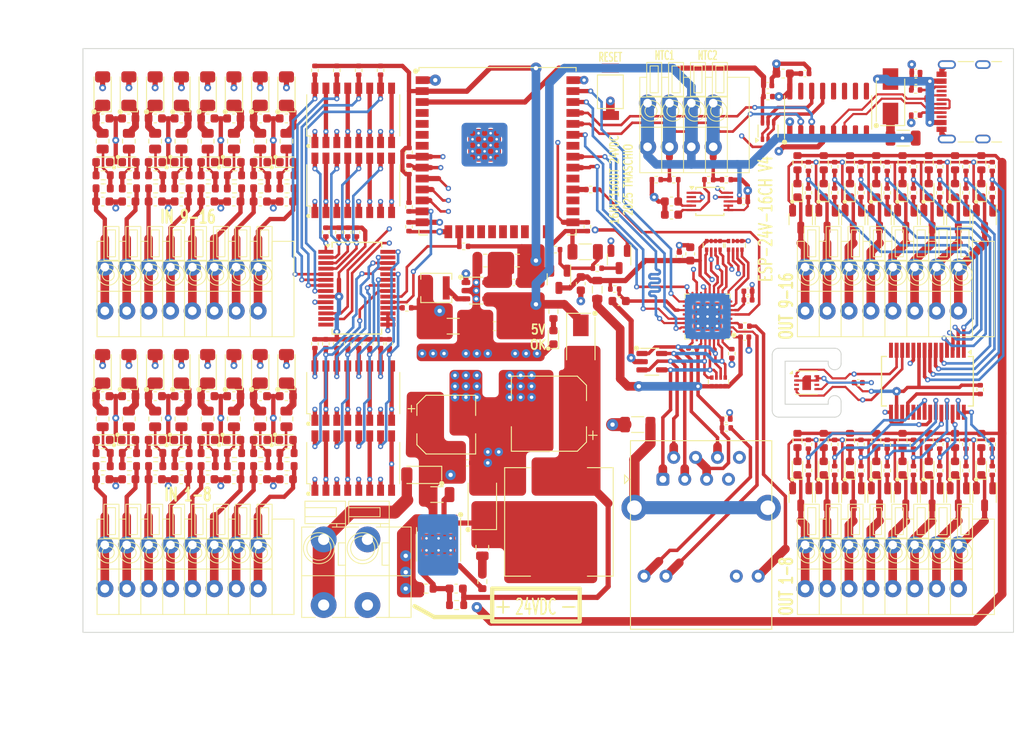
<source format=kicad_pcb>
(kicad_pcb (version 20241229) (generator "pcbnew") (generator_version "9.0")
  (title_block (title "ESP 24V 16xIn/16xOut/4xNTC Module") (date "2025-06-29") (rev "V3.2"))
  (layers (0 "F.Cu" signal) (4 "In1.Cu" power) (6 "In2.Cu" power) (2 "B.Cu" signal) (13 "F.Paste" user) (5 "F.SilkS" user "F.Silkscreen") (1 "F.Mask" user) (3 "B.Mask" user) (25 "Edge.Cuts" user))
  (net 0 "")
  (net 1 "GND")
  (net 2 "Net-(C9-Pad1)")
  (net 3 "+3.3VA")
  (net 4 "+24V")
  (net 5 "+3.3V")
  (net 6 "Net-(Q3A-C1)")
  (net 7 "Net-(D13-K)")
  (net 8 "Net-(D19-K)")
  (net 9 "Net-(D22-K)")
  (net 10 "Net-(D28-K)")
  (net 11 "/MCU/USB_D-")
  (net 12 "/MCU/USB_D+")
  (net 13 "Net-(D37-K)")
  (net 14 "/MCU/PHY_PWR")
  (net 15 "/MCU/I2C_SCL")
  (net 16 "/MCU/I2C_SDA")
  (net 17 "Net-(D7-A)")
  (net 18 "/LAN/RD-")
  (net 19 "/LAN/TD-")
  (net 20 "/LAN/TD+")
  (net 21 "/LAN/RD+")
  (net 22 "Net-(D9-A)")
  (net 23 "Net-(D10-A)")
  (net 24 "Net-(D12-A)")
  (net 25 "Net-(D13-A)")
  (net 26 "Net-(D15-A)")
  (net 27 "Net-(D16-A)")
  (net 28 "Net-(D18-A)")
  (net 29 "Net-(D19-A)")
  (net 30 "Net-(D21-A)")
  (net 31 "Net-(D22-A)")
  (net 32 "Net-(D24-A)")
  (net 33 "Net-(D25-A)")
  (net 34 "/LAN/LED_G_K")
  (net 35 "Net-(D27-A)")
  (net 36 "Net-(D28-A)")
  (net 37 "Net-(D30-A)")
  (net 38 "Net-(D31-A)")
  (net 39 "Net-(D33-A)")
  (net 40 "Net-(D34-A)")
  (net 41 "/LAN/EMAC_RXD1")
  (net 42 "/LAN/EMAC_RXD0")
  (net 43 "/LAN/EMAC_MDIO")
  (net 44 "/LAN/EMAC_RX")
  (net 45 "Net-(D36-A)")
  (net 46 "Net-(D37-A)")
  (net 47 "/LAN/EMAC_CLK")
  (net 48 "/LAN/EMAC_TXD0")
  (net 49 "/LAN/EMAC_TXEN")
  (net 50 "/LAN/EMAC_TXD1")
  (net 51 "/LAN/EMAC_MDC")
  (net 52 "Net-(D39-A)")
  (net 53 "Net-(D40-A)")
  (net 54 "Net-(D42-A)")
  (net 55 "Net-(D43-A)")
  (net 56 "Net-(D45-A)")
  (net 57 "Net-(D46-A)")
  (net 58 "Net-(D48-A)")
  (net 59 "Net-(D49-A)")
  (net 60 "Net-(D51-A)")
  (net 61 "Net-(D52-A)")
  (net 62 "Net-(D54-A)")
  (net 63 "Net-(Q3B-C2)")
  (net 64 "Net-(Q4-B)")
  (net 65 "Net-(Q5-B)")
  (net 66 "Net-(Q6-B)")
  (net 67 "Net-(Q7-B)")
  (net 68 "Net-(Q8-B)")
  (net 69 "Net-(Q9-B)")
  (net 70 "Net-(Q10-B)")
  (net 71 "Net-(Q11-B)")
  (net 72 "Net-(Q12-B)")
  (net 73 "Net-(Q13-B)")
  (net 74 "Net-(Q14-B)")
  (net 75 "Net-(Q15-B)")
  (net 76 "Net-(Q16-B)")
  (net 77 "Net-(Q17-B)")
  (net 78 "Net-(Q18-B)")
  (net 79 "Net-(Q19-B)")
  (net 80 "Net-(U6-~{RESET})")
  (net 81 "Net-(J8-Pin_4)")
  (net 82 "Net-(J8-Pin_2)")
  (net 83 "Net-(U3-TXD)")
  (net 84 "Net-(U3-RXD)")
  (net 103 "Net-(D3-A)")
  (net 105 "Net-(J7-Pad9)")
  (net 106 "+5V")
  (net 107 "Net-(U1-FB)")
  (net 108 "Net-(Q1-G)")
  (net 109 "Net-(D4-K)")
  (net 110 "Net-(C16-Pad1)")
  (net 111 "Net-(D5-A)")
  (net 112 "Net-(U2-FB)")
  (net 113 "+3.3VLAN")
  (net 114 "Net-(U5-~{RST})")
  (net 115 "Net-(D2-A)")
  (net 116 "Net-(D3-K)")
  (net 117 "Net-(U1-LX)")
  (net 118 "Net-(Q2-C)")
  (net 119 "Net-(Q3A-E1)")
  (net 120 "Net-(Q3A-B1)")
  (net 121 "/Input 1/INPUT")
  (net 122 "Net-(U2-BS)")
  (net 123 "Net-(RN2-R4.1)")
  (net 124 "/LAN/LED_Y_A")
  (net 125 "Net-(U5-RBIAS)")
  (net 140 "Net-(J7-Pad12)")
  (net 141 "Net-(D10-K)")
  (net 142 "/Input 2/INPUT")
  (net 143 "/Input 3/INPUT")
  (net 144 "Net-(D16-K)")
  (net 145 "/Input 4/INPUT")
  (net 146 "Net-(D1-A)")
  (net 147 "/Input 5/INPUT")
  (net 148 "/Input 6/INPUT")
  (net 149 "Net-(D25-K)")
  (net 150 "/Input 7/INPUT")
  (net 151 "Net-(U5-VDDCR)")
  (net 152 "/Input 8/INPUT")
  (net 153 "Net-(D31-K)")
  (net 154 "/Input 9/INPUT")
  (net 155 "Net-(D34-K)")
  (net 156 "/Input 10/INPUT")
  (net 157 "Net-(U4-IO17)")
  (net 158 "/I2C Devices/MCP1-INTA")
  (net 159 "/I2C Devices/MCP1-INTB")
  (net 160 "/Input 11/INPUT")
  (net 161 "Net-(D40-K)")
  (net 162 "/Input 12/INPUT")
  (net 163 "Net-(D43-K)")
  (net 164 "/Input 13/INPUT")
  (net 165 "Net-(D46-K)")
  (net 166 "/Input 14/INPUT")
  (net 167 "Net-(D49-K)")
  (net 168 "/Input 15/INPUT")
  (net 169 "Net-(D52-K)")
  (net 170 "/Input 16/INPUT")
  (net 171 "Net-(D55-K)")
  (net 172 "/Output 1/OUTPUT")
  (net 173 "Net-(FB1-Pad2)")
  (net 174 "Net-(FB2-Pad2)")
  (net 175 "Net-(FB3-Pad2)")
  (net 176 "Net-(FB4-Pad2)")
  (net 177 "Net-(FB5-Pad2)")
  (net 178 "Net-(FB6-Pad2)")
  (net 179 "Net-(FB7-Pad2)")
  (net 180 "Net-(FB8-Pad2)")
  (net 181 "Net-(FB9-Pad2)")
  (net 182 "Net-(FB10-Pad2)")
  (net 183 "Net-(FB11-Pad2)")
  (net 184 "Net-(FB12-Pad2)")
  (net 185 "Net-(FB13-Pad2)")
  (net 186 "Net-(FB14-Pad2)")
  (net 187 "Net-(FB15-Pad2)")
  (net 188 "Net-(FB16-Pad2)")
  (net 189 "Net-(D55-A)")
  (net 190 "Net-(D56-A)")
  (net 191 "/Output 2/OUTPUT")
  (net 192 "Net-(D57-A)")
  (net 193 "/Output 3/OUTPUT")
  (net 194 "/Output 4/OUTPUT")
  (net 195 "Net-(D58-A)")
  (net 196 "Net-(D59-A)")
  (net 197 "/Output 5/OUTPUT")
  (net 198 "Net-(D60-A)")
  (net 199 "/Output 6/OUTPUT")
  (net 200 "Net-(D61-A)")
  (net 201 "/Output 7/OUTPUT")
  (net 202 "/Output 8/OUTPUT")
  (net 203 "Net-(D62-A)")
  (net 204 "/Output 9/OUTPUT")
  (net 205 "Net-(D63-A)")
  (net 206 "/Output 10/OUTPUT")
  (net 207 "Net-(D64-A)")
  (net 208 "Net-(D65-A)")
  (net 209 "/Output 11/OUTPUT")
  (net 210 "/Output 12/OUTPUT")
  (net 211 "Net-(D66-A)")
  (net 212 "Net-(D67-A)")
  (net 213 "/Output 13/OUTPUT")
  (net 214 "/Output 14/OUTPUT")
  (net 215 "Net-(D68-A)")
  (net 216 "Net-(D69-A)")
  (net 217 "/Output 15/OUTPUT")
  (net 218 "/Output 16/OUTPUT")
  (net 219 "Net-(D70-A)")
  (net 220 "Net-(J6-CC1)")
  (net 221 "Net-(J6-CC2)")
  (net 224 "Net-(R6-Pad2)")
  (net 225 "Net-(U8-~{RESET})")
  (net 226 "/OUTPUT1")
  (net 227 "/INPUT1")
  (net 228 "/INPUT2")
  (net 229 "/INPUT3")
  (net 230 "/INPUT4")
  (net 231 "/INPUT5")
  (net 232 "/INPUT6")
  (net 233 "/INPUT7")
  (net 234 "/INPUT8")
  (net 235 "/INPUT9")
  (net 236 "/INPUT10")
  (net 237 "/INPUT11")
  (net 238 "/INPUT12")
  (net 239 "/INPUT13")
  (net 240 "/INPUT14")
  (net 241 "/INPUT15")
  (net 242 "/INPUT16")
  (net 243 "/OUTPUT2")
  (net 244 "/OUTPUT3")
  (net 245 "/OUTPUT4")
  (net 246 "/OUTPUT5")
  (net 247 "/OUTPUT6")
  (net 248 "/OUTPUT7")
  (net 249 "/OUTPUT8")
  (net 250 "/OUTPUT9")
  (net 251 "/OUTPUT10")
  (net 252 "/OUTPUT11")
  (net 253 "/OUTPUT12")
  (net 254 "/OUTPUT13")
  (net 255 "/OUTPUT14")
  (net 256 "/OUTPUT15")
  (net 257 "/OUTPUT16")
  (net 258 "Net-(RN1-R4.1)")
  (net 259 "Net-(RN2-R2.1)")
  (net 260 "Net-(RN2-R3.1)")
  (net 268 "Net-(U7-AIN0)")
  (net 269 "Net-(U7-AIN1)")
  (footprint "Tales:R_0603_1608Metric" (layer "F.Cu") (at 76.263 78.994)
    (property "Reference" "R62")
    (property "Value" "6,8k/100mW")
  )
  (footprint "Tales:R_0603_1608Metric" (layer "F.Cu") (at 85.407 80.518)
    (property "Reference" "FB15")
    (property "Value" "600R/100MHz")
  )
  (footprint "Tales:SOT-23-Narrow" (layer "F.Cu") (at 166.37 116.348 -90)
    (property "Reference" "Q10")
    (property "Value" "MMBT2222A")
  )
  (footprint "Tales:R_0402_1005Metric" (layer "F.Cu") (at 108.966 87.249 180)
    (property "Reference" "R16")
    (property "Value" "2k2/62,5mW")
  )
  (footprint "Tales:C_0402_1005Metric" (layer "F.Cu") (at 109.375 112.395)
    (property "Reference" "C3")
    (property "Value" "100nF/50V")
  )
  (footprint "Tales:C_1206_3216Metric" (layer "F.Cu") (at 107.745 96.52)
    (property "Reference" "C7")
    (property "Value" "22uF/10V")
  )
  (footprint "Tales:C_1206_3216Metric" (layer "F.Cu") (at 129.159 107.95 180)
    (property "Reference" "C16")
    (property "Value" "1nF/2kV")
  )
  (footprint "Tales:SOT-23-Narrow" (layer "F.Cu") (at 160.274 84.09 -90)
    (property "Reference" "Q16")
    (property "Value" "MMBT2222A")
  )
  (footprint "Tales:L_12x12mm_h6mm" (layer "F.Cu") (at 120.015 119.25 90)
    (property "Reference" "L2")
    (property "Value" "33uH 2,1A")
  )
  (footprint "Tales:R_0603_1608Metric" (layer "F.Cu") (at 104.585 127 180)
    (property "Reference" "R11")
    (property "Value" "52,3k/100mW")
  )
  (footprint "Tales:ESP32-WROOM-32U" (layer "F.Cu") (at 112.89 76.2)
    (property "Reference" "U4")
    (property "Value" "ESP32-WROOM-32UE-N16")
  )
  (footprint "Tales:LED_0603_1608Metric" (layer "F.Cu") (at 82.2705 109.728)
    (property "Reference" "D24")
    (property "Value" "WHITE/0603")
  )
  (footprint "Tales:R_0603_1608Metric" (layer "F.Cu") (at 165.989 77.533 -90)
    (property "Reference" "R118")
    (property "Value" "6,8k/100mW")
  )
  (footprint "Tales:C_0603_1608Metric" (layer "F.Cu") (at 88.379 82.042 180)
    (property "Reference" "C57")
    (property "Value" "1nF/50V")
  )
  (footprint "Tales:LED_0603_1608Metric" (layer "F.Cu") (at 76.1745 109.728)
    (property "Reference" "D18")
    (property "Value" "WHITE/0603")
  )
  (footprint "Tales:R_0402_1005Metric" (layer "F.Cu") (at 102.616 76.327 -90)
    (property "Reference" "R15")
    (property "Value" "2k2/62,5mW")
  )
  (footprint "Tales:R_0805_2012Metric" (layer "F.Cu") (at 76.2 75.0335 -90)
    (property "Reference" "R63")
    (property "Value" "1k8/125mW")
  )
  (footprint "Tales:C_0603_1608Metric" (layer "F.Cu") (at 85.357 72.39)
    (property "Reference" "C56")
    (property "Value" "33nF/50V")
  )
  (footprint "Tales:R_0402_1005Metric" (layer "F.Cu") (at 95.504 98.554 -90)
    (property "Reference" "R34")
    (property "Value" "2k2/62,5mW")
  )
  (footprint "Tales:R_0402_1005Metric" (layer "F.Cu") (at 144.274 69.85 180)
    (property "Reference" "R12")
    (property "Value" "10k/62,5mW")
  )
  (footprint "Tales:R_0603_1608Metric" (layer "F.Cu") (at 67.119 111.252 180)
    (property "Reference" "R29")
    (property "Value" "6,8k/100mW")
  )
  (footprint "Tales:C_0603_1608Metric" (layer "F.Cu") (at 133.083 83.566 180)
    (property "Reference" "C60")
    (property "Value" "33nF/50V")
  )
  (footprint "Tales:LED_0603_1608Metric" (layer "F.Cu") (at 76.2255 77.47)
    (property "Reference" "D42")
    (property "Value" "WHITE/0603")
  )
  (footprint "Tales:R_Array_Convex_4x0402" (layer "F.Cu") (at 140.48 87.13 90)
    (property "Reference" "RN2")
    (property "Value" "4x2,2k/62,5mW")
  )
  (footprint "Tales:SOT-23-5" (layer "F.Cu") (at 130.8045 100.645)
    (property "Reference" "D6")
    (property "Value" "ESDS314DBV")
  )
  (footprint "Tales:R_0402_1005Metric" (layer "F.Cu") (at 94.488 85.596 -90)
    (property "Reference" "R58")
    (property "Value" "2k2/62,5mW")
  )
  (footprint "Tales:R_0402_1005Metric" (layer "F.Cu") (at 91.694 98.554 -90)
    (property "Reference" "R43")
    (property "Value" "2k2/62,5mW")
  )
  (footprint "Tales:D_SOD-123" (layer "F.Cu") (at 70.104 69.216 90)
    (property "Reference" "D37")
    (property "Value" "9V1/500mW")
  )
  (footprint "Tales:LED_0603_1608Metric" (layer "F.Cu") (at 159.893 80.7465 90)
    (property "Reference" "D67")
    (property "Value" "WHITE/0603")
  )
  (footprint "Tales:R_0603_1608Metric" (layer "F.Cu") (at 165.989 109.791 -90)
    (property "Reference" "R94")
    (property "Value" "6,8k/100mW")
  )
  (footprint "Tales:L_0805_2012Metric" (layer "F.Cu") (at 124.46 92.2825 -90)
    (property "Reference" "L3")
    (property "Value" "2A 600R")
  )
  (footprint "Tales:D_SMA" (layer "F.Cu") (at 122.555 98.425 -90)
    (property "Reference" "D5")
    (property "Value" "SS34")
  )
  (footprint "Tales:R_0805_2012Metric" (layer "F.Cu") (at 70.104 107.2915 -90)
    (property "Reference" "R33")
    (property "Value" "1k8/125mW")
  )
  (footprint "Tales:R_0402_1005Metric" (layer "F.Cu") (at 131.316 79.502)
    (property "Reference" "R122")
    (property "Value" "10k/62,5mW")
  )
  (footprint "Tales:R_0805_2012Metric" (layer "F.Cu") (at 111.4825 88.9 180)
    (property "Reference" "R5")
    (property "Value" "22,1k/125mW")
  )
  (footprint "Tales:USB_C_Receptacle_GCT_USB4105-xx-A_16P_TopMnt_Horizontal" (layer "F.Cu") (at 168.145 70.46 90)
    (property "Reference" "J6")
    (property "Value" "USB_C_Receptacle_USB2.0")
  )
  (footprint "Tales:R_0402_1005Metric" (layer "F.Cu") (at 96.52 85.596 -90)
    (property "Reference" "R64")
    (property "Value" "2k2/62,5mW")
  )
  (footprint "Tales:C_0603_1608Metric" (layer "F.Cu") (at 70.091 104.648 180)
    (property "Reference" "C30")
    (property "Value" "33nF/50V")
  )
  (footprint "Tales:R_0603_1608Metric" (layer "F.Cu") (at 70.167 111.252)
    (property "Reference" "R32")
    (property "Value" "6,8k/100mW")
  )
  (footprint "Tales:R_0603_1608Metric" (layer "F.Cu") (at 156.845 109.791 -90)
    (property "Reference" "R85")
    (property "Value" "6,8k/100mW")
  )
  (footprint "Tales:R_0402_1005Metric" (layer "F.Cu") (at 119.634 87.63)
    (property "Reference" "R8")
    (property "Value" "10k/62,5mW")
  )
  (footprint "Package_TO_SOT_SMD:SOT-363_SC-70-6" (layer "F.Cu") (at 144.287 73.853 90)
    (property "Reference" "Q3")
    (property "Value" "UMH3N")
  )
  (footprint "Tales:R_0402_1005Metric" (layer "F.Cu") (at 161.163 113.282 90)
    (property "Reference" "R87")
    (property "Value" "1k/62,5mW")
  )
  (footprint "Tales:R_0402_1005Metric" (layer "F.Cu") (at 164.211 113.282 90)
    (property "Reference" "R90")
    (property "Value" "1k/62,5mW")
  )
  (footprint "Tales:R_0805_2012Metric" (layer "F.Cu") (at 82.296 107.2915 -90)
    (property "Reference" "R45")
    (property "Value" "1k8/125mW")
  )
  (footprint "Tales:C_0402_1005Metric" (layer "F.Cu") (at 141.958 92.456)
    (property "Reference" "C23")
    (property "Value" "1uF/25V")
  )
  (footprint "Tales:R_0402_1005Metric" (layer "F.Cu") (at 167.259 113.282 90)
    (property "Reference" "R93")
    (property "Value" "1k/62,5mW")
  )
  (footprint "Tales:D_SOD-123" (layer "F.Cu") (at 82.296 69.216 90)
    (property "Reference" "D49")
    (property "Value" "9V1/500mW")
  )
  (footprint "Tales:C_0402_1005Metric" (layer "F.Cu") (at 139.418 107.315)
    (property "Reference" "C17")
    (property "Value" "100nF/50V")
  )
  (footprint "Tales:R_0402_1005Metric" (layer "F.Cu") (at 158.115 77.98 -90)
    (property "Reference" "R107")
    (property "Value" "10k/62,5mW")
  )
  (footprint "Tales:D_SMA" (layer "F.Cu") (at 158.496 69.818 90)
    (property "Reference" "D3")
    (property "Value" "SS34")
  )
  (footprint "Tales:R_0402_1005Metric" (layer "F.Cu") (at 94.234 98.554 -90)
    (property "Reference" "R46")
    (property "Value" "2k2/62,5mW")
  )
  (footprint "Tales:R_0805_2012Metric" (layer "F.Cu") (at 82.296 75.0335 -90)
    (property "Reference" "R69")
    (property "Value" "1k8/125mW")
  )
  (footprint "Tales:D_SOD-123" (layer "F.Cu") (at 79.248 101.474 90)
    (property "Reference" "D22")
    (property "Value" "9V1/500mW")
  )
  (footprint "Tales:C_0603_1608Metric" (layer "F.Cu") (at 88.379 104.648 180)
    (property "Reference" "C42")
    (property "Value" "33nF/50V")
  )
  (footprint "Tales:R_0805_2012Metric" (layer "F.Cu") (at 79.248 107.2915 -90)
    (property "Reference" "R42")
    (property "Value" "1k8/125mW")
  )
  (footprint "Tales:LED_0603_1608Metric" (layer "F.Cu") (at 85.3695 109.728 180)
    (property "Reference" "D27")
    (property "Value" "WHITE/0603")
  )
  (footprint "Tales:R_0603_1608Metric" (layer "F.Cu") (at 111.125 126.175 -90)
    (property "Reference" "R7")
    (property "Value" "5,1R/100mW")
  )
  (footprint "Tales:R_Array_Convex_4x0402" (layer "F.Cu") (at 138.539 102.989 -90)
    (property "Reference" "RN3")
    (property "Value" "4x49,9R/62,5mW")
  )
  (footprint "Tales:C_0603_1608Metric" (layer "F.Cu") (at 73.165 72.39)
    (property "Reference" "C48")
    (property "Value" "33nF/50V")
  )
  (footprint "Tales:D_SOD-123" (layer "F.Cu") (at 73.152 101.474 90)
    (property "Reference" "D16")
    (property "Value" "9V1/500mW")
  )
  (footprint "Tales:R_0402_1005Metric" (layer "F.Cu") (at 161.163 110.238 -90)
    (property "Reference" "R86")
    (property "Value" "10k/62,5mW")
  )
  (footprint "Tales:C_0603_1608Metric" (layer "F.Cu") (at 76.187 82.042 180)
    (property "Reference" "C49")
    (property "Value" "1nF/50V")
  )
  (footprint "Tales:D_SOD-123" (layer "F.Cu") (at 85.344 101.474 90)
    (property "Reference" "D28")
    (property "Value" "9V1/500mW")
  )
  (footprint "Tales:LED_0603_1608Metric" (layer "F.Cu") (at 165.989 80.7465 90)
    (property "Reference" "D69")
    (property "Value" "WHITE/0603")
  )
  (footprint "Tales:L_3x3mm_h1.5mm" (layer "F.Cu") (at 105.784 92.075 180)
    (property "Reference" "L1")
    (property "Value" "2,2uH 1,5A")
  )
  (footprint "Tales:R_0402_1005Metric" (layer "F.Cu") (at 140.081 99.697 -90)
    (property "Reference" "R23")
    (property "Value" "12,1k/62,5mW")
  )
  (footprint "Tales:C_0603_1608Metric" (layer "F.Cu") (at 88.379 114.3 180)
    (property "Reference" "C41")
    (property "Value" "1nF/50V")
  )
  (footprint "Tales:R_0603_1608Metric" (layer "F.Cu") (at 88.455 112.776 180)
    (property "Reference" "FB8")
    (property "Value" "600R/100MHz")
  )
  (footprint "Tales:R_0603_1608Metric" (layer "F.Cu") (at 169.037 109.791 -90)
    (property "Reference" "R97")
    (property "Value" "6,8k/100mW")
  )
  (footprint "Tales:LED_0603_1608Metric" (layer "F.Cu") (at 85.3695 77.47 180)
    (property "Reference" "D51")
    (property "Value" "WHITE/0603")
  )
  (footprint "Tales:R_0402_1005Metric" (layer "F.Cu") (at 100.33 98.554 -90)
    (property "Reference" "R40")
    (property "Value" "2k2/62,5mW")
  )
  (footprint "Tales:SOT-23-Narrow" (layer "F.Cu") (at 148.082 84.09 -90)
    (property "Reference" "Q12")
    (property "Value" "MMBT2222A")
  )
  (footprint "Tales:C_0402_1005Metric" (layer "F.Cu") (at 114.78 91.44 180)
    (property "Reference" "C4")
    (property "Value" "22pF/50V")
  )
  (footprint "Tales:R_0603_1608Metric" (layer "F.Cu") (at 76.263 112.776 180)
    (property "Reference" "FB4")
    (property "Value" "600R/100MHz")
  )
  (footprint "Tales:R_0402_1005Metric" (layer "F.Cu") (at 148.971 81.024 90)
    (property "Reference" "R99")
    (property "Value" "1k/62,5mW")
  )
  (footprint "Tales:CP_Elec_6.3x5.4" (layer "F.Cu") (at 106.94 107.95)
    (property "Reference" "C2")
    (property "Value" "47uF/35V")
  )
  (footprint "Tales:R_0603_1608Metric" (layer "F.Cu") (at 73.215 112.776)
    (property "Reference" "FB3")
    (property "Value" "600R/100MHz")
  )
  (footprint "Tales:D_SOD-123" (layer "F.Cu") (at 76.2 69.216 90)
    (property "Reference" "D43")
    (property "Value" "9V1/500mW")
  )
  (footprint "Tales:SOT-23-5_Shorter_Pins" (layer "F.Cu") (at 110.42 92.39)
    (property "Reference" "U1")
    (property "Value" "SY8089A1AAC")
  )
  (footprint "Tales:SOT-23-Narrow" (layer "F.Cu") (at 157.226 116.348 -90)
    (property "Reference" "Q7")
    (property "Value" "MMBT2222A")
  )
  (footprint "Tales:R_0805_2012Metric" (layer "F.Cu") (at 88.392 107.2915 -90)
    (property "Reference" "R51")
    (property "Value" "1k8/125mW")
  )
  (footprint "Tales:C_0603_1608Metric" (layer "F.Cu") (at 82.283 114.3 180)
    (property "Reference" "C37")
    (property "Value" "1nF/50V")
  )
  (footprint "Tales:C_0603_1608Metric" (layer "F.Cu") (at 79.261 104.648)
    (property "Reference" "C36")
    (property "Value" "33nF/50V")
  )
  (footprint "Tales:R_0603_1608Metric" (layer "F.Cu") (at 73.215 78.994 180)
    (property "Reference" "R59")
    (property "Value" "6,8k/100mW")
  )
  (footprint "Tales:R_0402_1005Metric" (layer "F.Cu") (at 124.46 89.789 180)
    (property "Reference" "R9")
    (property "Value" "1k/62,5mW")
  )
  (footprint "Tales:C_0603_1608Metric" (layer "F.Cu") (at 146.037 67.183 180)
    (property "Reference" "C13")
    (property "Value" "10uF/10V")
  )
  (footprint "Tales:R_0402_1005Metric" (layer "F.Cu") (at 152.019 113.282 90)
    (property "Reference" "R78")
    (property "Value" "1k/62,5mW")
  )
  (footprint "Tales:R_0603_1608Metric" (layer "F.Cu") (at 76.263 80.518 180)
    (property "Reference" "FB12")
    (property "Value" "600R/100MHz")
  )
  (footprint "Tales:SOT-23" (layer "F.Cu") (at 127 88.773 -90)
    (property "Reference" "Q2")
    (property "Value" "MMUN2211LT3G")
  )
  (footprint "Tales:R_0402_1005Metric" (layer "F.Cu") (at 141.607 96.52)
    (property "Reference" "R21")
    (property "Value" "330R/62,5mW")
  )
  (footprint "Tales:C_0603_1608Metric" (layer "F.Cu") (at 73.165 82.042)
    (property "Reference" "C47")
    (property "Value" "1nF/50V")
  )
  (footprint "Tales:R_0402_1005Metric" (layer "F.Cu") (at 139.448 108.331)
    (property "Reference" "R20")
    (property "Value" "330R/62,5mW")
  )
  (footprint "Tales:SOIC-16_3.9x9.9mm_P1.27mm" (layer "F.Cu") (at 151.257 71.693 90)
    (property "Reference" "U3")
    (property "Value" "CH340C")
  )
  (footprint "Tales:R_0603_1608Metric" (layer "F.Cu") (at 88.455 78.994)
    (property "Reference" "R74")
    (property "Value" "6,8k/100mW")
  )
  (footprint "Tales:LED_0603_1608Metric" (layer "F.Cu") (at 119.38 97.8155 90)
    (property "Reference" "D1")
    (property "Value" "WHITE/0603")
  )
  (footprint "Tales:R_0805_2012Metric" (layer "F.Cu") (at 76.2 107.2915 -90)
    (property "Reference" "R39")
    (property "Value" "1k8/125mW")
  )
  (footprint "Tales:LED_0603_1608Metric" (layer "F.Cu") (at 162.941 113.0045 90)
    (property "Reference" "D60")
    (property "Value" "WHITE/0603")
  )
  (footprint "Tales:R_0402_1005Metric" (layer "F.Cu") (at 123.317 84.963 90)
    (property "Reference" "R14")
    (property "Value" "10k/62,5mW")
  )
  (footprint "Tales:R_0402_1005Metric" (layer "F.Cu") (at 152.019 110.238 -90)
    (property "Reference" "R77")
    (property "Value" "10k/62,5mW")
  )
  (footprint "Tales:C_0402_1005Metric" (layer "F.Cu") (at 141.577 97.79)
    (property "Reference" "C21")
    (property "Value" "100nF/50V")
  )
  (footprint "Tales:C_0402_1005Metric" (layer "F.Cu") (at 133.985 88.42 90)
    (property "Reference" "C20")
    (property "Value" "100nF/50V")
  )
  (footprint "Tales:SOP-16_4.4x10.4mm_P1.27mm" (layer "F.Cu") (at 96.144 80.162 90)
    (property "Reference" "U12")
    (property "Value" "OR-3H7-4")
  )
  (footprint "Tales:R_0603_1608Metric" (layer "F.Cu") (at 88.455 111.252)
    (property "Reference" "R50")
    (property "Value" "6,8k/100mW")
  )
  (footprint "Tales:R_0402_1005Metric" (layer "F.Cu") (at 99.314 98.554 -90)
    (property "Reference" "R52")
    (property "Value" "2k2/62,5mW")
  )
  (footprint "Tales:R_0402_1005Metric" (layer "F.Cu") (at 102.616 82.675 -90)
    (property "Reference" "R18")
    (property "Value" "2k2/62,5mW")
  )
  (footprint "Tales:R_0603_1608Metric" (layer "F.Cu") (at 79.311 78.994 180)
    (property "Reference" "R65")
    (property "Value" "6,8k/100mW")
  )
  (footprint "Tales:C_0603_1608Metric" (layer "F.Cu") (at 76.187 104.648 180)
    (property "Reference" "C34")
    (property "Value" "33nF/50V")
  )
  (footprint "Tales:R_0402_1005Metric" (layer "F.Cu") (at 92.964 85.596 -90)
    (property "Reference" "R55")
    (property "Value" "2k2/62,5mW")
  )
  (footprint "Tales:LED_0603_1608Metric" (layer "F.Cu") (at 169.037 113.0045 90)
    (property "Reference" "D62")
    (property "Value" "WHITE/0603")
  )
  (footprint "Tales:R_0402_1005Metric" (layer "F.Cu") (at 161.163 77.98 -90)
    (property "Reference" "R110")
    (property "Value" "10k/62,5mW")
  )
  (footprint "Tales:C_0603_1608Metric" (layer "F.Cu") (at 70.091 72.39 180)
    (property "Reference" "C46")
    (property "Value" "33nF/50V")
  )
  (footprint "Tales:RJ45_HanRun_HR911105A" (layer "F.Cu") (at 136.52 120.65)
    (property "Reference" "J7")
    (property "Value" "ETHERNET")
  )
  (footprint "Tales:R_0402_1005Metric" (layer "F.Cu") (at 95.504 85.596 -90)
    (property "Reference" "R61")
    (property "Value" "2k2/62,5mW")
  )
  (footprint "Tales:LED_0603_1608Metric" (layer "F.Cu") (at 162.941 80.7465 90)
    (property "Reference" "D68")
    (property "Value" "WHITE/0603")
  )
  (footprint "Tales:R_0402_1005Metric" (layer "F.Cu") (at 102.616 78.359 90)
    (property "Reference" "R17")
    (property "Value" "2k2/62,5mW")
  )
  (footprint "Tales:LED_0603_1608Metric" (layer "F.Cu") (at 156.845 113.0045 90)
    (property "Reference" "D58")
    (property "Value" "WHITE/0603")
  )
  (footprint "Tales:R_0603_1608Metric" (layer "F.Cu") (at 88.455 80.518 180)
    (property "Reference" "FB16")
    (property "Value" "600R/100MHz")
  )
  (footprint "Tales:LED_0603_1608Metric" (layer "F.Cu") (at 156.845 80.7465 90)
    (property "Reference" "D66")
    (property "Value" "WHITE/0603")
  )
  (footprint "Tales:C_0603_1608Metric" (layer "F.Cu") (at 67.069 114.3)
    (property "Reference" "C27")
    (property "Value" "1nF/50V")
  )
  (footprint "Tales:D_SOD-123" (layer "F.Cu") (at 67.056 101.474 90)
    (property "Reference" "D10")
    (property "Value" "9V1/500mW")
  )
  (footprint "Tales:C_0402_1005Metric" (layer "F.Cu") (at 135.537 99.06 180)
    (property "Reference" "C22")
    (property "Value" "100nF/50V")
  )
  (footprint "Tales:LED_0603_1608Metric" (layer "F.Cu") (at 73.1775 77.47 180)
    (property "Reference" "D39")
    (property "Value" "WHITE/0603")
  )
  (footprint "Tales:TerminalBlock_Dibo_DB141V-2.54-8P_1x08_P2.54mm_Vertical" (layer "F.Cu") (at 148.59 127)
    (property "Reference" "J3")
    (property "Value" "DB141V-2.54-8P")
  )
  (footprint "Tales:R_0603_1608Metric" (layer "F.Cu") (at 150.749 77.533 -90)
    (property "Reference" "R103")
    (property "Value" "6,8k/100mW")
  )
  (footprint "Tales:R_0402_1005Metric" (layer "F.Cu") (at 158.115 81.024 90)
    (property "Reference" "R108")
    (property "Value" "1k/62,5mW")
  )
  (footprint "Tales:SOP-16_4.4x10.4mm_P1.27mm" (layer "F.Cu") (at 96.144 112.42 90)
    (property "Reference" "U10")
    (property "Value" "OR-3H7-4")
  )
  (footprint "Tales:R_0402_1005Metric" (layer "F.Cu") (at 96.774 98.554 -90)
    (property "Reference" "R49")
    (property "Value" "2k2/62,5mW")
  )
  (footprint "Tales:Sensirion_DFN-8-1EP_2.5x2.5mm_P0.5mm_EP1.1x1.7mm" (layer "F.Cu") (at 148.77 103.08)
    (property "Reference" "U9")
    (property "Value" "SHT31-DIS")
  )
  (footprint "Tales:R_0402_1005Metric" (layer "F.Cu") (at 92.964 98.554 -90)
    (property "Reference" "R31")
    (property "Value" "2k2/62,5mW")
  )
  (footprint "Tales:LED_0603_1608Metric" (layer "F.Cu") (at 150.749 113.0045 90)
    (property "Reference" "D56")
    (property "Value" "WHITE/0603")
  )
  (footprint "Tales:R_0402_1005Metric" (layer "F.Cu") (at 164.211 81.024 90)
    (property "Reference" "R114")
    (property "Value" "1k/62,5mW")
  )
  (footprint "Tales:R_0402_1005Metric" (layer "F.Cu") (at 161.163 81.024 90)
    (property "Reference" "R111")
    (property "Value" "1k/62,5mW")
  )
  (footprint "Tales:SOT-23-Narrow" (layer "F.Cu") (at 154.178 116.348 -90)
    (property "Reference" "Q6")
    (property "Value" "MMBT2222A")
  )
  (footprint "Tales:C_0603_1608Metric" (layer "F.Cu") (at 85.357 104.648)
    (property "Reference" "C40")
    (property "Value" "33nF/50V")
  )
  (footprint "Tales:R_0603_1608Metric" (layer "F.Cu") (at 73.215 111.252 180)
    (property "Reference" "R35")
    (property "Value" "6,8k/100mW")
  )
  (footprint "Tales:C_0402_1005Metric" (layer "F.Cu") (at 161.445 68.072 180)
    (property "Reference" "C6")
    (property "Value" "100nF/50V")
  )
  (footprint "Tales:C_1206_3216Metric" (layer "F.Cu") (at 123.063 87.884)
    (property "Reference" "C8")
    (property "Value" "22uF/10V")
  )
  (footprint "Tales:LED_0603_1608Metric" (layer "F.Cu") (at 73.1775 109.728 180)
    (property "Reference" "D15")
    (property "Value" "WHITE/0603")
  )
  (footprint "Tales:R_0603_1608Metric" (layer "F.Cu") (at 82.359 112.776 180)
    (property "Reference" "FB6")
    (property "Value" "600R/100MHz")
  )
  (footprint "Tales:R_0402_1005Metric" (layer "F.Cu") (at 94.234 66.804 -90)
    (property "Reference" "R70")
    (property "Value" "2k2/62,5mW")
  )
  (footprint "Tales:R_0805_2012Metric" (layer "F.Cu") (at 85.344 75.0335 -90)
    (property "Reference" "R72")
    (property "Value" "1k8/125mW")
  )
  (footprint "Tales:C_0603_1608Metric" (layer "F.Cu") (at 85.357 114.3)
    (property "Reference" "C39")
    (property "Value" "1nF/50V")
  )
  (footprint "Tales:R_0402_1005Metric" (layer "F.Cu") (at 148.971 110.238 -90)
    (property "Reference" "R26")
    (property "Value" "10k/62,5mW")
  )
  (footprint "Tales:R_0402_1005Metric" (layer "F.Cu") (at 155.067 77.98 -90)
    (property "Reference" "R104")
    (property "Value" "10k/62,5mW")
  )
  (footprint "Tales:R_0805_2012Metric" (layer "F.Cu") (at 79.248 75.0335 -90)
    (property "Reference" "R66")
    (property "Value" "1k8/125mW")
  )
  (footprint "Tales:R_0402_1005Metric" (layer "F.Cu") (at 170.307 77.98 -90)
    (property "Reference" "R119")
    (property "Value" "10k/62,5mW")
  )
  (footprint "Tales:TerminalBlock_Dibo_DB142V-5.08-2P_1x02_P5.08mm_Vertical" (layer "F.Cu") (at 92.71 128.905)
    (property "Reference" "J5")
    (property "Value" "VIN")
  )
  (footprint "Tales:LED_0603_1608Metric" (layer "F.Cu") (at 79.2735 109.728 180)
    (property "Reference" "D21")
    (property "Value" "WHITE/0603")
  )
  (footprint "Tales:TerminalBlock_Dibo_DB141V-2.54-8P_1x08_P2.54mm_Vertical" (layer "F.Cu") (at 67.31 94.742)
    (property "Reference" "J2")
    (property "Value" "DB141V-2.54-8P")
  )
  (footprint "Tales:LED_0603_1608Metric" (layer "F.Cu") (at 153.797 113.0045 90)
    (property "Reference" "D57")
    (property "Value" "WHITE/0603")
  )
  (footprint "Tales:SOT-23-Narrow" (layer "F.Cu") (at 163.322 116.348 -90)
    (property "Reference" "Q9")
    (property "Value" "MMBT2222A")
  )
  (footprint "Tales:SOT-23-Narrow" (layer "F.Cu") (at 151.13 84.09 -90)
    (property "Reference" "Q13")
    (property "Value" "MMBT2222A")
  )
  (footprint "Tales:C_0603_1608Metric" (layer "F.Cu") (at 67.069 104.648)
    (property "Reference" "C28")
    (property "Value" "33nF/50V")
  )
  (footprint "Tales:SOT-23-Narrow" (layer "F.Cu") (at 169.418 84.09 -90)
    (property "Reference" "Q19")
    (property "Value" "MMBT2222A")
  )
  (footprint "Tales:R_0603_1608Metric" (layer "F.Cu") (at 159.893 77.533 -90)
    (property "Reference" "R112")
    (property "Value" "6,8k/100mW")
  )
  (footprint "Tales:LED_0603_1608Metric" (layer "F.Cu") (at 159.893 113.0045 90)
    (property "Reference" "D59")
    (property "Value" "WHITE/0603")
  )
  (footprint "Tales:R_0402_1005Metric" (layer "F.Cu") (at 98.044 98.554 -90)
    (property "Reference" "R37")
    (property "Value" "2k2/62,5mW")
  )
  (footprint "Tales:R_0402_1005Metric" (layer "F.Cu") (at 155.067 113.282 90)
    (property "Reference" "R81")
    (property "Value" "1k/62,5mW")
  )
  (footprint "Tales:CP_Elec_8x10.5" (layer "F.Cu") (at 118.855 106.68 180)
    (property "Reference" "C12")
    (property "Value" "470uF/16V")
  )
  (footprint "Tales:SOT-23" (layer "F.Cu") (at 120.015 91.075 -90)
    (property "Reference" "Q1")
    (property "Value" "WPM2015-3/TR")
  )
  (footprint "Tales:LED_0603_1608Metric" (layer "F.Cu") (at 67.0815 77.47 180)
    (property "Reference" "D33")
    (property "Value" "WHITE/0603")
  )
  (footprint "Tales:R_0603_1608Metric" (layer "F.Cu") (at 147.701 109.791 -90)
    (property "Reference" "R28")
    (property "Value" "6,8k/100mW")
  )
  (footprint "Tales:R_0603_1608Metric" (layer "F.Cu") (at 153.797 77.533 -90)
    (property "Reference" "R106")
    (property "Value" "6,8k/100mW")
  )
  (footprint "Tales:R_0402_1005Metric" (layer "F.Cu") (at 102.616 84.963 -90)
    (property "Reference" "R19")
    (property "Value" "10k/62,5mW")
  )
  (footprint "Tales:R_0603_1608Metric" (layer "F.Cu") (at 67.119 78.994 180)
    (property "Reference" "R53")
    (property "Value" "6,8k/100mW")
  )
  (footprint "Tales:C_0603_1608Metric" (layer "F.Cu") (at 70.091 82.042 180)
    (property "Reference" "C45")
    (property "Value" "1nF/50V")
  )
  (footprint "Tales:SOT-23-Narrow" (layer "F.Cu") (at 154.178 84.09 -90)
    (property "Reference" "Q14")
    (property "Value" "MMBT2222A")
  )
  (footprint "Tales:SOP-16_4.4x10.4mm_P1.27mm" (layer "F.Cu") (at 96.144 104.292 90)
    (property "Reference" "U11")
    (property "Value" "OR-3H7-4")
  )
  (footprint "Tales:LED_0603_1608Metric" (layer "F.Cu") (at 150.749 80.7465 90)
    (property "Reference" "D64")
    (property "Value" "WHITE/0603")
  )
  (footprint "Tales:R_0603_1608Metric" (layer "F.Cu") (at 162.941 77.533 -90)
    (property "Reference" "R115")
    (property "Value" "6,8k/100mW")
  )
  (footprint "Tales:R_0402_1005Metric" (layer "F.Cu") (at 123.7 80.645)
    (property "Reference" "R13")
    (property "Value" "22R/62,5mW")
  )
  (footprint "Package_SO:SSOP-28_5.3x10.2mm_P0.65mm" (layer "F.Cu") (at 96.564 92.109)
    (property "Reference" "U6")
    (property "Value" "MCP23017_SS")
  )
  (footprint "Tales:R_0402_1005Metric" (layer "F.Cu") (at 152.019 81.024 90)
    (property "Reference" "R102")
    (property "Value" "1k/62,5mW")
  )
  (footprint "Tales:R_0603_1608Metric" (layer "F.Cu") (at 162.941 109.791 -90)
    (property "Reference" "R91")
    (property "Value" "6,8k/100mW")
  )
  (footprint "Tales:R_0402_1005Metric" (layer "F.Cu") (at 152.019 77.98 -90)
    (property "Reference" "R101")
    (property "Value" "10k/62,5mW")
  )
  (footprint "Tales:R_0603_1608Metric" (layer "F.Cu") (at 150.749 109.791 -90)
    (property "Reference" "R79")
    (property "Value" "6,8k/100mW")
  )
  (footprint "Tales:R_0805_2012Metric" (layer "F.Cu") (at 73.152 75.0335 -90)
    (property "Reference" "R60")
    (property "Value" "1k8/125mW")
  )
  (footprint "Tales:C_0402_1005Metric" (layer "F.Cu") (at 148.562 67.183)
    (property "Reference" "C14")
    (property "Value" "100nF/50V")
  )
  (footprint "Tales:R_0402_1005Metric" (layer "F.Cu") (at 99.314 66.804 -90)
    (property "Reference" "R76")
    (property "Value" "2k2/62,5mW")
  )
  (footprint "Tales:C_0603_1608Metric" (layer "F.Cu") (at 85.357 82.042)
    (property "Reference" "C55")
    (property "Value" "1nF/50V")
  )
  (footprint "Tales:R_0402_1005Metric" (layer "F.Cu") (at 161.415 72.009 180)
    (property "Reference" "R2")
    (property "Value" "5,1k/62,5mW")
  )
  (footprint "Tales:R_0805_2012Metric" (layer "F.Cu") (at 85.344 107.2915 -90)
    (property "Reference" "R48")
    (property "Value" "1k8/125mW")
  )
  (footprint "Tales:D_SOD-123" (layer "F.Cu") (at 82.296 101.474 90)
    (property "Reference" "D25")
    (property "Value" "9V1/500mW")
  )
  (footprint "Tales:D_SOD-123" (layer "F.Cu") (at 73.152 69.216 90)
    (property "Reference" "D40")
    (property "Value" "9V1/500mW")
  )
  (footprint "Tales:LED_0603_1608Metric" (layer "F.Cu") (at 70.0785 109.728)
    (property "Reference" "D12")
    (property "Value" "WHITE/0603")
  )
  (footprint "Tales:R_0603_1608Metric" (layer "F.Cu") (at 156.845 77.533 -90)
    (property "Reference" "R109")
    (property "Value" "6,8k/100mW")
  )
  (footprint "Tales:C_0402_1005Metric" (layer "F.Cu") (at 144.244 68.58)
    (property "Reference" "C15")
    (property "Value" "1uF/25V")
  )
  (footprint "Tales:C_0603_1608Metric" (layer "F.Cu") (at 82.283 104.648 180)
    (property "Reference" "C38")
    (property "Value" "33nF/50V")
  )
  (footprint "Tales:C_0603_1608Metric" (layer "F.Cu") (at 67.069 72.39)
    (property "Reference" "C44")
    (property "Value" "33nF/50V")
  )
  (footprint "Tales:R_0603_1608Metric" (layer "F.Cu") (at 79.311 111.252 180)
    (property "Reference" "R41")
    (property "Value" "6,8k/100mW")
  )
  (footprint "Tales:R_0805_2012Metric" (layer "F.Cu") (at 67.056 75.0335 -90)
    (property "Reference" "R54")
    (property "Value" "1k8/125mW")
  )
  (footprint "Tales:R_0603_1608Metric" (layer "F.Cu") (at 85.407 112.776)
    (property "Reference" "FB7")
    (property "Value" "600R/100MHz")
  )
  (footprint "Tales:C_0603_1608Metric" (layer "F.Cu") (at 108.09 127 180)
    (property "Reference" "C10")
    (property "Value" "12pF/50V")
  )
  (footprint "Tales:R_0805_2012Metric" (layer "F.Cu") (at 73.152 107.2915 -90)
    (property "Reference" "R36")
    (property "Value" "1k8/125mW")
  )
  (footprint "Tales:LED_0603_1608Metric" (layer "F.Cu") (at 79.2735 77.47 180)
    (property "Reference" "D45")
    (property "Value" "WHITE/0603")
  )
  (footprint "Tales:C_0603_1608Metric" (layer "F.Cu") (at 73.165 114.3)
    (property "Reference" "C31")
    (property "Value" "1nF/50V")
  )
  (footprint "Tales:R_0402_1005Metric" (layer "F.Cu") (at 91.694 66.804 -90)
    (property "Reference" "R67")
    (property "Value" "2k2/62,5mW")
  )
  (footprint "Tales:LED_0603_1608Metric" (layer "F.Cu") (at 169.037 80.7465 90)
    (property "Reference" "D70")
    (property "Value" "WHITE/0603")
  )
  (footprint "Tales:LED_0603_1608Metric" (layer "F.Cu") (at 67.0815 109.728 180)
    (property "Reference" "D9")
    (property "Value" "WHITE/0603")
  )
  (footprint "Tales:D_SOD-123" (layer "F.Cu") (at 70.104 101.474 90)
    (property "Reference" "D13")
    (property "Value" "9V1/500mW")
  )
  (footprint "Tales:R_0402_1005Metric" (layer "F.Cu") (at 170.307 113.282 90)
    (property "Reference" "R96")
    (property "Value" "1k/62,5mW")
  )
  (footprint "Tales:C_0603_1608Metric" (layer "F.Cu") (at 76.187 114.3 180)
    (property "Reference" "C33")
    (property "Value" "1nF/50V")
  )
  (footprint "Tales:R_0603_1608Metric" (layer "F.Cu") (at 159.893 109.791 -90)
    (property "Reference" "R88")
    (property "Value" "6,8k/100mW")
  )
  (footprint "Tales:R_0402_1005Metric" (layer "F.Cu") (at 167.259 81.024 90)
    (property "Reference" "R117")
    (property "Value" "1k/62,5mW")
  )
  (footprint "Tales:LED_0603_1608Metric" (layer "F.Cu") (at 88.3665 109.728)
    (property "Reference" "D30")
    (property "Value" "WHITE/0603")
  )
  (footprint "Tales:C_0603_1608Metric" (layer "F.Cu") (at 122.555 91.58 -90)
    (property "Reference" "C11")
    (property "Value" "10uF/10V")
  )
  (footprint "Tales:R_0402_1005Metric" (layer "F.Cu") (at 164.211 77.98 -90)
    (property "Reference" "R113")
    (property "Value" "10k/62,5mW")
  )
  (footprint "Tales:R_0603_1608Metric" (layer "F.Cu") (at 70.167 78.994)
    (property "Reference" "R56")
    (property "Value" "6,8k/100mW")
  )
  (footprint "Tales:R_0805_2012Metric" (layer "F.Cu") (at 67.056 107.2915 -90)
    (property "Reference" "R30")
    (property "Value" "1k8/125mW")
  )
  (footprint "Tales:R_0603_1608Metric" (layer "F.Cu") (at 70.167 112.776 180)
    (property "Reference" "FB2")
    (property "Value" "600R/100MHz")
  )
  (footprint "Tales:R_0402_1005Metric" (layer "F.Cu") (at 137.412 79.502)
    (property "Reference" "R125")
    (property "Value" "1k/62,5mW")
  )
  (footprint "Tales:C_0603_1608Metric" (layer "F.Cu") (at 112.535 96.52 180)
    (property "Reference" "C1")
    (property "Value" "10uF/10V")
  )
  (footprint "Tales:R_0402_1005Metric" (layer "F.Cu") (at 96.774 66.804 -90)
    (property "Reference" "R73")
    (property "Value" "2k2/62,5mW")
  )
  (footprint "Tales:R_0603_1608Metric" (layer "F.Cu") (at 82.359 80.518 180)
    (property "Reference" "FB14")
    (property "Value" "600R/100MHz")
  )
  (footprint "Tales:C_0603_1608Metric" (layer "F.Cu") (at 70.091 114.3 180)
    (property "Reference" "C29")
    (property "Value" "1nF/50V")
  )
  (footprint "Tales:R_0402_1005Metric" (layer "F.Cu") (at 148.971 77.98 -90)
    (property "Reference" "R98")
    (property "Value" "10k/62,5mW")
  )
  (footprint "Tales:D_SOD-123" (layer "F.Cu") (at 85.344 69.216 90)
    (property "Reference" "D52")
    (property "Value" "9V1/500mW")
  )
  (footprint "Tales:C_0402_1005Metric" (layer "F.Cu") (at 141.45 82.042)
    (property "Reference" "C25")
    (property "Value" "100nF/50V")
  )
  (footprint "Tales:R_0805_2012Metric" (layer "F.Cu") (at 70.104 75.0335 -90)
    (property "Reference" "R57")
    (property "Value" "1k8/125mW")
  )
  (footprint "Tales:R_0402_1005Metric" (layer "F.Cu") (at 155.067 81.024 90)
    (property "Reference" "R105")
    (property "Value" "1k/62,5mW")
  )
  (footprint "Tales:R_0603_1608Metric" (layer "F.Cu") (at 169.037 77.533 -90)
    (property "Reference" "R121")
    (property "Value" "6,8k/100mW")
  )
  (footprint "Tales:D_SOD-123" (layer "F.Cu") (at 67.056 69.216 90)
    (property "Reference" "D34")
    (property "Value" "9V1/500mW")
  )
  (footprint "Tales:LED_0603_1608Metric" (layer "F.Cu") (at 147.701 80.7465 90)
    (property "Reference" "D63")
    (property "Value" "WHITE/0603")
  )
  (footprint "Tales:C_0603_1608Metric" (layer "F.Cu") (at 79.261 72.39)
    (property "Reference" "C52")
    (property "Value" "33nF/50V")
  )
  (footprint "Tales:C_0603_1608Metric" (layer "F.Cu") (at 67.069 82.042)
    (property "Reference" "C43")
    (property "Value" "1nF/50V")
  )
  (footprint "Tales:R_0402_1005Metric" (layer "F.Cu") (at 167.259 110.238 -90)
    (property "Reference" "R92")
    (property "Value" "10k/62,5mW")
  )
  (footprint "Tales:R_1206_3216Metric" (layer "F.Cu") (at 105.8565 116.078)
    (property "Reference" "R6")
    (property "Value" "30mR/333mW")
  )
  (footprint "Tales:LED_0603_1608Metric" (layer "F.Cu") (at 147.701 113.0045 90)
    (property "Reference" "D7")
    (property "Value" "WHITE/0603")
  )
  (footprint "Tales:R_0603_1608Metric" (layer "F.Cu") (at 82.359 111.252)
    (property "Reference" "R44")
    (property "Value" "6,8k/100mW")
  )
  (footprint "Tales:D_SOD-123" (layer "F.Cu") (at 79.248 69.216 90)
    (property "Reference" "D46")
    (property "Value" "9V1/500mW")
  )
  (footprint "Tales:C_0402_1005Metric" (layer "F.Cu") (at 161.445 67.056 180)
    (property "Reference" "C5")
    (property "Value" "1uF/25V")
  )
  (footprint "Tales:R_0603_1608Metric" (layer "F.Cu") (at 82.359 78.994)
    (property "Reference" "R68")
    (property "Value" "6,8k/100mW")
  )
  (footprint "Tales:R_0603_1608Metric" (layer "F.Cu") (at 119.38 94.805 -90)
    (property "Reference" "R1")
    (property "Value" "560R/100mW")
  )
  (footprint "Tales:R_0402_1005Metric" (layer "F.Cu") (at 168.91 103.886 -90)
    (property "Reference" "R25")
    (property "Value" "1k/62,5mW")
  )
  (footprint "Package_SO:TSSOP-10_3x3mm_P0.5mm" (layer "F.Cu") (at 137.532 82.026)
    (property "Reference" "U7")
    (property "Value" "ADS1115IDGS")
  )
  (footprint "Tales:R_0603_1608Metric" (layer "F.Cu") (at 85.407 111.252 180)
    (property "Reference" "R47")
    (property "Value" "6,8k/100mW")
  )
  (footprint "Tales:C_0603_1608Metric" (layer "F.Cu") (at 79.261 82.042)
    (property "Reference" "C51")
    (property "Value" "1nF/50V")
  )
  (footprint "Tales:LED_0603_1608Metric" (layer "F.Cu") (at 165.989 113.0045 90)
    (property "Reference" "D61")
    (property "Value" "WHITE/0603")
  )
  (footprint "Tales:R_0402_1005Metric" (layer "F.Cu") (at 139.448 79.502 180)
    (property "Reference" "R123")
    (property "Value" "10k/62,5mW")
  )
  (footprint "Tales:D_SMA" (layer "F.Cu") (at 111.125 116.745 90)
    (property "Reference" "D4")
    (property "Value" "SS510")
  )
  (footprint "Tales:R_0603_1608Metric" (layer "F.Cu") (at 85.407 78.994 180)
    (property "Reference" "R71")
    (property "Value" "6,8k/100mW")
  )
  (footprint "Package_SO:SSOP-28_5.3x10.2mm_P0.65mm" (layer "F.Cu") (at 162.78 102.914 -90)
    (property "Reference" "U8")
    (property "Value" "MCP23017_SS")
  )
  (footprint "Tales:C_0402_1005Metric" (layer "F.Cu") (at 141.958 93.472)
    (property "Reference" "C24")
    (property "Value" "470pF/50V")
  )
  (footprint "Tales:R_Array_Convex_4x0402" (layer "F.Cu") (at 137.94 87.13 90)
    (property "Reference" "RN1")
    (property "Value" "4x2,2k/62,5mW")
  )
  (footprint "Tales:R_0603_1608Metric" (layer "F.Cu") (at 67.119 80.518)
    (property "Reference" "FB9")
    (property "Value" "600R/100MHz")
  )
  (footprint "Tales:SOT-23-Narrow" (layer "F.Cu") (at 148.082 116.348 -90)
    (property "Reference" "Q4")
    (property "Value" "MMBT2222A")
  )
  (footprint "Tales:R_0603_1608Metric" (layer "F.Cu") (at 79.311 112.776)
    (property "Reference" "FB5")
    (property "Value" "600R/100MHz")
  )
  (footprint "Tales:C_0603_1608Metric" (layer "F.Cu") (at 88.379 72.39 180)
    (property "Reference" "C58")
    (property "Value" "33nF/50V")
  )
  (footprint "Tales:R_0603_1608Metric" (layer "F.Cu") (at 67.119 112.776)
    (property "Reference" "FB1")
    (property "Value" "600R/100MHz")
  )
  (footprint "Tales:R_0402_1005Metric" (layer "F.Cu") (at 170.307 81.024 90)
    (property "Reference" "R120")
    (property "Value" "1k/62,5mW")
  )
  (footprint "Tales:R_0402_1005Metric" (layer "F.Cu") (at 126.494 92.202 180)
    (property "Reference" "R22")
    (property "Value" "10k/62,5mW")
  )
  (footprint "Tales:C_0603_1608Metric" (layer "F.Cu") (at 82.283 72.39 180)
    (property "Reference" "C54")
    (property "Value" "33nF/50V")
  )
  (footprint "Tales:R_0603_1608Metric" (layer "F.Cu") (at 153.797 109.791 -90)
    (property "Reference" "R82")
    (property "Value" "6,8k/100mW")
  )
  (footprint "Tales:R_0805_2012Metric" (layer "F.Cu") (at 115.2125 88.9 180)
    (property "Reference" "R4")
    (property "Value" "100k/125mW")
  )
  (footprint "Tales:LED_0603_1608Metric" (layer "F.Cu") (at 88.4175 77.47)
    (property "Reference" "D54")
    (property "Value" "WHITE/0603")
  )
  (footprint "Tales:R_0603_1608Metric" (layer "F.Cu") (at 147.701 77.533 -90)
    (property "Reference" "R100")
    (property "Value" "6,8k/100mW")
  )
  (footprint "Tales:SOP-16_4.4x10.4mm_P1.27mm" (layer "F.Cu") (at 96.144 72.034 90)
    (property "Reference" "U13")
    (property "Value" "OR-3H7-4")
  )
  (footprint "Tales:TerminalBlock_Dibo_DB141V-2.54-8P_1x08_P2.54mm_Vertical" (layer "F.Cu") (at 148.59 94.742)
    (property "Reference" "J4")
    (property "Value" "DB141V-2.54-8P")
  )
  (footprint "Tales:R_0402_1005Metric" (layer "F.Cu") (at 133.352 79.502 180)
    (property "Reference" "R124")
    (property "Value" "1k/62,5mW")
  )
  (footprint "Tales:R_0402_1005Metric" (layer "F.Cu") (at 148.971 113.282 90)
    (property "Reference" "R27")
    (property "Value" "1k/62,5mW")
  )
  (footprint "Tales:R_0603_1608Metric" (layer "F.Cu") (at 76.263 111.252)
    (property "Reference" "R38")
    (property "Value" "6,8k/100mW")
  )
  (footprint "Tales:C_0603_1608Metric" (layer "F.Cu") (at 133.083 82.042 180)
    (property "Reference" "C59")
    (property "Value" "33nF/50V")
  )
  (footprint "Tales:R_0402_1005Metric" (layer "F.Cu") (at 155.067 110.238 -90)
    (property "Reference" "R80")
    (property "Value" "10k/62,5mW")
  )
  (footprint "Tales:R_0402_1005Metric" (layer "F.Cu") (at 102.364 94.384 180)
    (property "Reference" "R24")
    (property "Value" "1k/62,5mW")
  )
  (footprint "Tales:QFN-32-1EP_5x5mm_P0.5mm_EP3.3x3.3mm_ThermalVias" (layer "F.Cu") (at 137.2625 95.405 180)
    (property "Reference" "U5")
    (property "Value" "LAN8710A")
  )
  (footprint "Tales:D_SOD-123" (layer "F.Cu") (at 104.012 113.792 180)
    (property "Reference" "D2")
    (property "Value" "SM4007PL")
  )
  (footprint "Tales:R_0603_1608Metric" (layer "F.Cu") (at 70.167 80.518 180)
    (property "Reference" "FB10")
    (property "Value" "600R/100MHz")
  )
  (footprint "Tales:SOT-23-Narrow" (layer "F.Cu") (at 166.37 84.09 -90)
    (property "Reference" "Q18")
    (property "Value" "MMBT2222A")
  )
  (footprint "Tales:LED_0603_1608Metric" (layer "F.Cu") (at 82.3215 77.47)
    (property "Reference" "D48")
    (property "Value" "WHITE/0603")
  )
  (footprint "Tales:SOT-23-Narrow" (layer "F.Cu") (at 169.418 116.348 -90)
    (property "Reference" "Q11")
    (property "Value" "MMBT2222A")
  )
  (footprint "Tales:R_1206_3216Metric" (layer "F.Cu") (at 159.9585 74.676 180)
    (property "Reference" "F1")
    (property "Value" "33V/500mA")
  )
  (footprint "Tales:R_0603_1608Metric" (layer "F.Cu") (at 79.311 80.518)
    (property "Reference" "FB13")
    (property "Value" "600R/100MHz")
  )
  (footprint "Tales:SOIC-8-1EP_3.9x4.9mm_P1.27mm_EP2.41x3.81mm_ThermalVias" (layer "F.Cu") (at 106.045 121.855 -90)
    (property "Reference" "U2")
    (property "Value" "TX4138")
  )
  (footprint "Tales:R_0603_1608Metric" (layer "F.Cu") (at 108.14 128.905 180)
    (property "Reference" "R10")
    (property "Value" "300k/100mW")
  )
  (footprint "Tales:D_SOD-123" (layer "F.Cu") (at 88.392 69.216 90)
    (property "Reference" "D55")
    (property "Value" "9V1/500mW")
  )
  (footprint "Tales:R_0805_2012Metric" (layer "F.Cu") (at 88.392 75.0335 -90)
    (property "Reference" "R75")
    (property "Value" "1k8/125mW")
  )
  (footprint "Tales:R_0402_1005Metric" (layer "F.Cu") (at 164.211 110.238 -90)
    (property "Reference" "R89")
    (property "Value" "10k/62,5mW")
  )
  (footprint "Tales:R_0402_1005Metric" (layer "F.Cu") (at 158.115 113.282 90)
    (property "Reference" "R84")
    (property "Value" "1k/62,5mW")
  )
  (footprint "Tales:C_0603_1608Metric" (layer "F.Cu") (at 76.187 72.39 180)
    (property "Reference" "C50")
    (property "Value" "33nF/50V")
  )
  (footprint "Tales:C_0402_1005Metric" (layer "F.Cu") (at 154.75 103.08)
    (property "Reference" "C26")
    (property "Value" "100nF/50V")
  )
  (footprint "Tales:SOT-23-Narrow" (layer "F.Cu") (at 160.274 116.348 -90)
    (property "Reference" "Q8")
    (property "Value" "MMBT2222A")
  )
  (footprint "Tales:TerminalBlock_Dibo_DB141V-2.54-8P_1x08_P2.54mm_Vertical" (layer "F.Cu") (at 67.31 127)
    (property "Reference" "J1")
    (property "Value" "DB141V-2.54-8P")
  )
  (footprint "Tales:SOT-23-Narrow" (layer "F.Cu") (at 157.226 84.09 -90)
    (property "Reference" "Q15")
    (property "Value" "MMBT2222A")
  )
  (footprint "Tales:R_0402_1005Metric" (layer "F.Cu") (at 161.415 69.088 180)
    (property "Reference" "R3")
    (property "Value" "5,1k/62,5mW")
  )
  (footprint "Tales:C_0603_1608Metric" (layer "F.Cu") (at 127 93.599 180)
    (property "Reference" "C19")
    (property "Value" "10uF/10V")
  )
  (footprint "Tales:LED_0603_1608Metric" (layer "F.Cu") (at 70.1295 77.47)
    (property "Reference" "D36")
    (property "Value" "WHITE/0603")
  )
  (footprint "Tales:LED_0603_1608Metric" (layer "F.Cu") (at 153.797 80.7465 90)
    (property "Reference" "D65")
    (property "Value" "WHITE/0603")
  )
  (footprint "Tales:C_0603_1608Metric" (layer "F.Cu") (at 79.261 114.3)
    (property "Reference" "C35")
    (property "Value" "1nF/50V")
  )
  (footprint "Tales:SOT-23-Narrow" (layer "F.Cu") (at 163.322 84.09 -90)
    (property "Reference" "Q17")
    (property "Value" "MMBT2222A")
  )
  (footprint "Tales:R_0402_1005Metric" (layer "F.Cu") (at 170.307 110.238 -90)
    (property "Reference" "R95")
    (property "Value" "10k/62,5mW")
  )
  (footprint "Tales:R_0402_1005Metric" (layer "F.Cu") (at 167.259 77.98 -90)
    (property "Reference" "R116")
    (property "Value" "10k/62,5mW")
  )
  (footprint "Tales:R_0402_1005Metric" (layer "F.Cu") (at 158.115 110.238 -90)
    (property "Reference" "R83")
    (property "Value" "10k/62,5mW")
  )
  (footprint "Tales:C_0603_1608Metric" (layer "F.Cu") (at 73.165 104.648)
    (property "Reference" "C32")
    (property "Value" "33nF/50V")
  )
  (footprint "Tales:D_SOD-123" (layer "F.Cu") (at 88.392 101.474 90)
    (property "Reference" "D31")
    (property "Value" "9V1/500mW")
  )
  (footprint "Tales:R_0603_1608Metric" (layer "F.Cu") (at 73.215 80.518)
    (property "Reference" "FB11")
    (property "Value" "600R/100MHz")
  )
  (footprint "Tales:C_0603_1608Metric" (layer "F.Cu") (at 135.255 88.125 90)
    (property "Reference" "C18")
    (property "Value" "10uF/10V")
  )
  (footprint "Tales:D_SOD-123" (layer "F.Cu") (at 76.2 101.474 90)
    (property "Reference" "D19")
    (property "Value" "9V1/500mW")
  )
  (footprint "Tales:C_0603_1608Metric" (layer "F.Cu") (at 82.283 82.042 180)
    (property "Reference" "C53")
    (property "Value" "1nF/50V")
  )
  (footprint "Tales:TerminalBlock_Dibo_DB141V-2.54-4P_1x04_P2.54mm_Vertical" (layer "F.Cu") (at 130.302 75.692)
    (property "Reference" "J8")
    (property "Value" "NTC")
  )
  (footprint "Tales:C_0805_2012Metric" (layer "F.Cu") (at 111.125 122.24 90)
    (property "Reference" "C9")
    (property "Value" "100nF/100V")
  )
  (footprint "Tales:SOT-23-Narrow" (layer "F.Cu") (at 151.13 116.332 -90)
    (property "Reference" "Q5")
    (property "Value" "MMBT2222A")
  )
  (footprint "Tales:SW_SPST_Xunpu_TS1088AR02016" (layer "F.Cu") (at 125.984 69.298 90)
    (property "Reference" "SW1")
    (property "Value" "RESET")
  )
  (gr_line (start 112.268 130.81) (end 112.268 127) (stroke (width 0.5)) (layer "F.SilkS"))
  (gr_line (start 122.428 130.81) (end 112.268 130.81) (stroke (width 0.5)) (layer "F.SilkS"))
  (gr_line (start 112.268 127) (end 122.428 127) (stroke (width 0.5)) (layer "F.SilkS"))
  (gr_line (start 105.537 130.302) (end 112.268 130.302) (stroke (width 0.5)) (layer "F.SilkS"))
  (gr_line (start 105.537 130.302) (end 103.251 129.032) (stroke (width 0.5)) (layer "F.SilkS"))
  (gr_line (start 122.428 127) (end 122.428 130.81) (stroke (width 0.5)) (layer "F.SilkS"))
  (gr_line (start 146.27 100.58) (end 151.27 100.58) (stroke (width 0.1)) (layer "Edge.Cuts"))
  (gr_line (start 151.27 105.58) (end 146.27 105.58) (stroke (width 0.1)) (layer "Edge.Cuts"))
  (gr_rect (start 64.77 64.28) (end 172.77 132.08) (stroke (width 0.1)) (fill no) (layer "Edge.Cuts"))
  (gr_line (start 144.77 99.83) (end 144.77 106.33) (stroke (width 0.1)) (layer "Edge.Cuts"))
  (gr_arc (start 151.27 105.33) (mid 152.02 104.58) (end 152.77 105.33) (stroke (width 0.1)) (layer "Edge.Cuts"))
  (gr_line (start 152.77 100.83) (end 152.77 99.83) (stroke (width 0.1)) (layer "Edge.Cuts"))
  (gr_line (start 152.77 106.33) (end 152.77 105.33) (stroke (width 0.1)) (layer "Edge.Cuts"))
  (gr_line (start 145.52 107.08) (end 152.02 107.08) (stroke (width 0.1)) (layer "Edge.Cuts"))
  (gr_arc (start 152.77 100.83) (mid 152.02 101.58) (end 151.27 100.83) (stroke (width 0.1)) (layer "Edge.Cuts"))
  (gr_line (start 151.27 105.33) (end 151.27 105.58) (stroke (width 0.1)) (layer "Edge.Cuts"))
  (gr_arc (start 144.77 99.83) (mid 144.98967 99.29967) (end 145.52 99.08) (stroke (width 0.1)) (layer "Edge.Cuts"))
  (gr_line (start 151.27 100.58) (end 151.27 100.83) (stroke (width 0.1)) (layer "Edge.Cuts"))
  (gr_arc (start 145.52 107.08) (mid 144.98967 106.86033) (end 144.77 106.33) (stroke (width 0.1)) (layer "Edge.Cuts"))
  (gr_arc (start 152.77 106.33) (mid 152.55033 106.86033) (end 152.02 107.08) (stroke (width 0.1)) (layer "Edge.Cuts"))
  (gr_line (start 146.27 105.58) (end 146.27 100.58) (stroke (width 0.1)) (layer "Edge.Cuts"))
  (gr_line (start 152.02 99.08) (end 145.52 99.08) (stroke (width 0.1)) (layer "Edge.Cuts"))
  (gr_arc (start 152.02 99.08) (mid 152.55033 99.29967) (end 152.77 99.83) (stroke (width 0.1)) (layer "Edge.Cuts"))
  (gr_text "24VDC" (at 117.348 130.175 0) (layer "F.SilkS") (effects (font (size 1.8 1) (thickness 0.2) (bold yes)) (justify bottom)))
  (gr_text "OUT 9-16" (at 147.27 90.17 90) (layer "F.SilkS") (effects (font (size 1.5 1) (thickness 0.25) (bold yes)) (justify right bottom)))
  (gr_text "IN 1-8" (at 76.962 116.078 0) (layer "F.SilkS") (effects (font (size 1.5 1) (thickness 0.25) (bold yes))))
  (gr_text "+" (at 113.538 130.048 0) (layer "F.SilkS") (effects (font (size 1.8 1.8) (thickness 0.2) (bold yes)) (justify bottom)))
  (gr_text "NTC2" (at 137.27 65.08 0) (layer "F.SilkS") (effects (font (size 1 0.6) (thickness 0.15) (bold yes))))
  (gr_text "5V\nOK" (at 117.602 97.79 0) (layer "F.SilkS") (effects (font (size 1.1 0.9) (thickness 0.2) (bold yes))))
  (gr_text "ESP-24V-16CH V4" (at 144.018 84.074 90) (layer "F.SilkS") (effects (font (size 1.5 1) (thickness 0.2) (bold yes))))
  (gr_text "OUT 1-8" (at 147.27 123.19 90) (layer "F.SilkS") (effects (font (size 1.5 1) (thickness 0.25) (bold yes)) (justify right bottom)))
  (gr_text "NTC1" (at 132.27 65.08 0) (layer "F.SilkS") (effects (font (size 1 0.6) (thickness 0.15) (bold yes))))
  (gr_text "RESET" (at 125.984 65.278 0) (layer "F.SilkS") (effects (font (size 1 0.6) (thickness 0.15) (bold yes))))
  (gr_text "-" (at 121.158 130.048 0) (layer "F.SilkS") (effects (font (size 1.8 1.8) (thickness 0.2) (bold yes)) (justify bottom)))
  (gr_text "IN 9-16" (at 76.962 83.82 0) (layer "F.SilkS") (effects (font (size 1.5 1) (thickness 0.25) (bold yes))))
  (gr_text "16IN/16OUT 24VDC\n2025 TMASCHIO" (at 127.254 79.502 90) (layer "F.SilkS") (effects (font (size 1 0.7))))
  (segment (start 142.057 99.314) (end 142.057 97.79) (width 0.4) (layer "F.Cu") (net 1))
  (segment (start 68.58 77.47) (end 69.342 77.47) (width 0.5) (layer "F.Cu") (net 1))
  (segment (start 168.148 114.301) (end 168.148 109.728) (width 0.3) (layer "F.Cu") (net 1))
  (segment (start 136.652 81.242) (end 136.652 81.788) (width 0.25) (layer "F.Cu") (net 1))
  (segment (start 135.5125 97.155) (end 136.1625 96.505) (width 0.25) (layer "F.Cu") (net 1))
  (segment (start 146.685 77.978) (end 147.193 77.47) (width 0.3) (layer "F.Cu") (net 1))
  (segment (start 168.148 77.47) (end 167.259 77.47) (width 0.3) (layer "F.Cu") (net 1))
  (segment (start 95.504 107.442) (end 95.504 101.142) (width 0.5) (layer "F.Cu") (net 1))
  (segment (start 95.504 77.012) (end 95.504 83.312) (width 0.5) (layer "F.Cu") (net 1))
  (segment (start 168.468 83.092) (end 168.468 82.363) (width 0.3) (layer "F.Cu") (net 1))
  (segment (start 100.164 97.028) (end 100.164 96.334) (width 0.4) (layer "F.Cu") (net 1))
  (segment (start 168.468 115.35) (end 168.468 114.621) (width 0.3) (layer "F.Cu") (net 1))
  (segment (start 162.372 83.092) (end 162.372 82.363) (width 0.3) (layer "F.Cu") (net 1))
  (segment (start 159.004 114.301) (end 159.004 109.728) (width 0.3) (layer "F.Cu") (net 1))
  (segment (start 149.945 102.58) (end 150.77 102.58) (width 0.25) (layer "F.Cu") (net 1))
  (segment (start 80.036 104.648) (end 80.772 104.648) (width 0.5) (layer "F.Cu") (net 1))
  (segment (start 146.685 110.235) (end 147.192 109.728) (width 0.3) (layer "F.Cu") (net 1))
  (segment (start 80.772 82.042) (end 80.772 82.804) (width 0.5) (layer "F.Cu") (net 1))
  (segment (start 141.494 86.63) (end 141.26 86.63) (width 0.3) (layer "F.Cu") (net 1))
  (segment (start 162.052 77.47) (end 164.211 77.47) (width 0.3) (layer "F.Cu") (net 1))
  (segment (start 165.1 77.47) (end 164.211 77.47) (width 0.3) (layer "F.Cu") (net 1))
  (segment (start 150.18 115.348) (end 150.18 114.619) (width 0.3) (layer "F.Cu") (net 1))
  (segment (start 132.308 83.566) (end 132.308 82.042) (width 0.6) (layer "F.Cu") (net 1))
  (segment (start 141.986 86.614) (end 141.51 86.614) (width 0.3) (layer "F.Cu") (net 1))
  (segment (start 86.132 72.39) (end 86.868 72.39) (width 0.5) (layer "F.Cu") (net 1))
  (segment (start 80.772 109.728) (end 81.534 109.728) (width 0.5) (layer "F.Cu") (net 1))
  (segment (start 86.868 82.042) (end 87.604 82.042) (width 0.5) (layer "F.Cu") (net 1))
  (segment (start 98.054 109.27) (end 98.054 115.57) (width 0.5) (layer "F.Cu") (net 1))
  (segment (start 150.18 114.619) (end 149.86 114.299) (width 0.3) (layer "F.Cu") (net 1))
  (segment (start 165.42 83.092) (end 165.42 82.363) (width 0.3) (layer "F.Cu") (net 1))
  (segment (start 149.042 66.619) (end 149.042 67.183) (width 0.5) (layer "F.Cu") (net 1))
  (segment (start 141.93 82.606) (end 141.93 82.042) (width 0.25) (layer "F.Cu") (net 1))
  (segment (start 159.855 106.514) (end 159.855 107.599) (width 0.4) (layer "F.Cu") (net 1))
  (segment (start 133.985 87.94) (end 133.985 87.122) (width 0.5) (layer "F.Cu") (net 1))
  (segment (start 141.93 82.042) (end 141.93 80.772) (width 0.5) (layer "F.Cu") (net 1))
  (segment (start 159.324 115.35) (end 159.324 114.621) (width 0.3) (layer "F.Cu") (net 1))
  (segment (start 165.42 82.363) (end 165.1 82.043) (width 0.3) (layer "F.Cu") (net 1))
  (segment (start 80.772 104.648) (end 80.772 107.188) (width 0.5) (layer "F.Cu") (net 1))
  (segment (start 168.148 109.728) (end 170.307 109.728) (width 0.3) (layer "F.Cu") (net 1))
  (segment (start 67.844 82.042) (end 68.58 82.042) (width 0.5) (layer "F.Cu") (net 1))
  (segment (start 161.155 100.465) (end 161.155 99.314) (width 0.4) (layer "F.Cu") (net 1))
  (segment (start 168.148 82.043) (end 168.148 77.47) (width 0.3) (layer "F.Cu") (net 1))
  (segment (start 135.057 98.877) (end 135.5125 98.4215) (width 0.3) (layer "F.Cu") (net 1))
  (segment (start 155.956 114.301) (end 155.956 109.728) (width 0.3) (layer "F.Cu") (net 1))
  (segment (start 141.93 80.772) (end 141.93 80.208) (width 0.5) (layer "F.Cu") (net 1))
  (segment (start 149.945 102.83) (end 149.02 102.83) (width 0.25) (layer "F.Cu") (net 1))
  (segment (start 153.228 83.092) (end 153.228 82.363) (width 0.3) (layer "F.Cu") (net 1))
  (segment (start 86.868 77.47) (end 86.868 74.93) (width 0.5) (layer "F.Cu") (net 1))
  (segment (start 74.676 109.728) (end 74.676 107.188) (width 0.5) (layer "F.Cu") (net 1))
  (segment (start 80.772 109.728) (end 80.772 107.188) (width 0.5) (layer "F.Cu") (net 1))
  (segment (start 161.163 77.47) (end 162.052 77.47) (width 0.3) (layer "F.Cu") (net 1))
  (segment (start 152.908 82.043) (end 152.908 77.47) (width 0.3) (layer "F.Cu") (net 1))
  (segment (start 140.23 86.63) (end 140.73 86.63) (width 0.3) (layer "F.Cu") (net 1))
  (segment (start 80.772 77.47) (end 81.534 77.47) (width 0.5) (layer "F.Cu") (net 1))
  (segment (start 156.276 115.35) (end 156.276 114.621) (width 0.3) (layer "F.Cu") (net 1))
  (segment (start 141.51 83.026) (end 141.93 82.606) (width 0.25) (layer "F.Cu") (net 1))
  (segment (start 149.86 114.299) (end 149.86 109.728) (width 0.3) (layer "F.Cu") (net 1))
  (segment (start 133.985 87.122) (end 135.027 87.122) (width 0.5) (layer "F.Cu") (net 1))
  (segment (start 146.685 81.916) (end 147.132 82.363) (width 0.3) (layer "F.Cu") (net 1))
  (segment (start 128.397 95.885) (end 128.397 100.203) (width 0.6) (layer "F.Cu") (net 1))
  (segment (start 160.965 68.072) (end 160.965 69.028) (width 0.5) (layer "F.Cu") (net 1))
  (segment (start 147.132 115.35) (end 147.132 114.621) (width 0.3) (layer "F.Cu") (net 1))
  (segment (start 80.772 82.042) (end 81.508 82.042) (width 0.5) (layer "F.Cu") (net 1))
  (segment (start 149.86 82.041) (end 150.18 82.361) (width 0.3) (layer "F.Cu") (net 1))
  (segment (start 135.5125 97.8425) (end 135.5125 97.155) (width 0.25) (layer "F.Cu") (net 1))
  (segment (start 152.019 109.728) (end 152.908 109.728) (width 0.3) (layer "F.Cu") (net 1))
  (segment (start 107.175 85.55) (end 106.172 85.55) (width 0.6) (layer "F.Cu") (net 1))
  (segment (start 159.631 107.823) (end 158.779 107.823) (width 0.4) (layer "F.Cu") (net 1))
  (segment (start 141.93 80.208) (end 141.224 79.502) (width 0.5) (layer "F.Cu") (net 1))
  (segment (start 159.855 107.599) (end 159.631 107.823) (width 0.4) (layer "F.Cu") (net 1))
  (segment (start 100.594 75.184) (end 100.594 68.884) (width 0.5) (layer "F.Cu") (net 1))
  (segment (start 152.019 77.47) (end 152.908 77.47) (width 0.3) (layer "F.Cu") (net 1))
  (segment (start 73.94 104.648) (end 74.676 104.648) (width 0.5) (layer "F.Cu") (net 1))
  (segment (start 86.868 109.728) (end 87.63 109.728) (width 0.5) (layer "F.Cu") (net 1))
  (segment (start 148.52 102.83) (end 148.77 103.08) (width 0.25) (layer "F.Cu") (net 1))
  (segment (start 100.594 109.27) (end 100.594 115.57) (width 0.5) (layer "F.Cu") (net 1))
  (segment (start 152.908 114.301) (end 152.908 109.728) (width 0.3) (layer "F.Cu") (net 1))
  (segment (start 73.94 82.042) (end 74.676 82.042) (width 0.5) (layer "F.Cu") (net 1))
  (segment (start 121.64 67.945) (end 122.936 67.945) (width 0.8) (layer "F.Cu") (net 1))
  (segment (start 160.965 68.072) (end 160.965 67.056) (width 0.5) (layer "F.Cu") (net 1))
  (segment (start 74.676 104.648) (end 75.412 104.648) (width 0.5) (layer "F.Cu") (net 1))
  (segment (start 156.276 114.621) (end 155.956 114.301) (width 0.3) (layer "F.Cu") (net 1))
  (segment (start 162.372 115.35) (end 162.372 114.621) (width 0.3) (layer "F.Cu") (net 1))
  (segment (start 68.58 114.3) (end 69.316 114.3) (width 0.5) (layer "F.Cu") (net 1))
  (segment (start 86.868 72.39) (end 87.604 72.39) (width 0.5) (layer "F.Cu") (net 1))
  (segment (start 144.724 67.721) (end 145.262 67.183) (width 0.5) (layer "F.Cu") (net 1))
  (segment (start 92.974 77.012) (end 92.974 83.312) (width 0.5) (layer "F.Cu") (net 1))
  (segment (start 86.132 82.042) (end 86.868 82.042) (width 0.5) (layer "F.Cu") (net 1))
  (segment (start 165.42 114.621) (end 165.1 114.301) (width 0.3) (layer "F.Cu") (net 1))
  (segment (start 136.414 82.026) (end 135.382 82.026) (width 0.25) (layer "F.Cu") (net 1))
  (segment (start 86.868 104.648) (end 86.868 107.188) (width 0.5) (layer "F.Cu") (net 1))
  (segment (start 74.676 72.39) (end 74.676 74.93) (width 0.5) (layer "F.Cu") (net 1))
  (segment (start 149.02 102.83) (end 148.77 103.08) (width 0.25) (layer "F.Cu") (net 1))
  (segment (start 67.844 104.648) (end 68.58 104.648) (width 0.5) (layer "F.Cu") (net 1))
  (segment (start 68.58 72.39) (end 69.316 72.39) (width 0.5) (layer "F.Cu") (net 1))
  (segment (start 165.42 115.35) (end 165.42 114.621) (width 0.3) (layer "F.Cu") (net 1))
  (segment (start 165.1 109.728) (end 167.259 109.728) (width 0.3) (layer "F.Cu") (net 1))
  (segment (start 159.004 77.47) (end 161.163 77.47) (width 0.3) (layer "F.Cu") (net 1))
  (segment (start 140.73 86.63) (end 141.26 86.63) (width 0.3) (layer "F.Cu") (net 1))
  (segment (start 162.052 82.043) (end 162.052 77.47) (width 0.3) (layer "F.Cu") (net 1))
  (segment (start 160.905 72.009) (end 160.905 72.898) (width 0.5) (layer "F.Cu") (net 1))
  (segment (start 125.984 72.048) (end 125.984 70.358) (width 1) (layer "F.Cu") (net 1))
  (segment (start 156.276 82.363) (end 155.956 82.043) (width 0.3) (layer "F.Cu") (net 1))
  (segment (start 86.868 72.39) (end 86.868 74.93) (width 0.5) (layer "F.Cu") (net 1))
  (segment (start 164.211 109.728) (end 165.1 109.728) (width 0.3) (layer "F.Cu") (net 1))
  (segment (start 140.081 100.203) (end 140.081 100.963) (width 0.4) (layer "F.Cu") (net 1))
  (segment (start 160.965 67.056) (end 160.965 66.123) (width 0.5) (layer "F.Cu") (net 1))
  (segment (start 168.468 82.363) (end 168.148 82.043) (width 0.3) (layer "F.Cu") (net 1))
  (segment (start 153.228 115.35) (end 153.228 114.621) (width 0.3) (layer "F.Cu") (net 1))
  (segment (start 159.004 82.043) (end 159.004 77.47) (width 0.3) (layer "F.Cu") (net 1))
  (segment (start 86.868 82.042) (end 86.868 82.804) (width 0.5) (layer "F.Cu") (net 1))
  (segment (start 170.307 77.47) (end 168.148 77.47) (width 0.3) (layer "F.Cu") (net 1))
  (segment (start 156.276 83.092) (end 156.276 82.363) (width 0.3) (layer "F.Cu") (net 1))
  (segment (start 80.772 77.47) (end 80.772 74.93) (width 0.5) (layer "F.Cu") (net 1))
  (segment (start 144.724 68.58) (end 144.724 67.721) (width 0.5) (layer "F.Cu") (net 1))
  (segment (start 146.685 114.174) (end 146.685 110.235) (width 0.3) (layer "F.Cu") (net 1))
  (segment (start 98.054 75.184) (end 98.054 68.884) (width 0.5) (layer "F.Cu") (net 1))
  (segment (start 92.974 75.184) (end 92.974 68.884) (width 0.5) (layer "F.Cu") (net 1))
  (segment (start 146.812 74.168) (end 146.812 72.771) (width 0.6) (layer "F.Cu") (net 1))
  (segment (start 100.594 77.012) (end 100.594 83.312) (width 0.5) (layer "F.Cu") (net 1))
  (segment (start 68.58 72.39) (end 68.58 74.93) (width 0.5) (layer "F.Cu") (net 1))
  (segment (start 149.86 109.728) (end 152.019 109.728) (width 0.3) (layer "F.Cu") (net 1))
  (segment (start 80.772 114.3) (end 81.508 114.3) (width 0.5) (layer "F.Cu") (net 1))
  (segment (start 165.1 82.043) (end 165.1 77.47) (width 0.3) (layer "F.Cu") (net 1))
  (segment (start 122.555 93.599) (end 122.555 92.355) (width 0.6) (layer "F.Cu") (net 1))
  (segment (start 73.94 72.39) (end 74.676 72.39) (width 0.5) (layer "F.Cu") (net 1))
  (segment (start 150.18 82.361) (end 150.18 83.09) (width 0.3) (layer "F.Cu") (net 1))
  (segment (start 126.05 86.614) (end 126.05 87.773) (width 0.4) (layer "F.Cu") (net 1))
  (segment (start 86.157 77.47) (end 86.868 77.47) (width 0.5) (layer "F.Cu") (net 1))
  (segment (start 95.504 109.27) (end 95.504 115.57) (width 0.5) (layer "F.Cu") (net 1))
  (segment (start 148.463 66.04) (end 149.042 66.619) (width 0.5) (layer "F.Cu") (net 1))
  (segment (start 130.806 79.502) (end 130.806 81.276) (width 0.5) (layer "F.Cu") (net 1))
  (segment (start 98.054 101.142) (end 98.054 107.442) (width 0.5) (layer "F.Cu") (net 1))
  (segment (start 86.132 114.3) (end 86.868 114.3) (width 0.5) (layer "F.Cu") (net 1))
  (segment (start 167.259 109.728) (end 168.148 109.728) (width 0.3) (layer "F.Cu") (net 1))
  (segment (start 91.694 93.726) (end 91.702 93.734) (width 0.4) (layer "F.Cu") (net 1))
  (segment (start 155.956 82.043) (end 155.956 77.47) (width 0.3) (layer "F.Cu") (net 1))
  (segment (start 136.652 81.788) (end 136.414 82.026) (width 0.25) (layer "F.Cu") (net 1))
  (segment (start 67.869 109.728) (end 68.58 109.728) (width 0.5) (layer "F.Cu") (net 1))
  (segment (start 68.58 109.728) (end 69.342 109.728) (width 0.5) (layer "F.Cu") (net 1))
  (segment (start 141.224 79.502) (end 139.958 79.502) (width 0.5) (layer "F.Cu") (net 1))
  (segment (start 86.868 104.648) (end 87.604 104.648) (width 0.5) (layer "F.Cu") (net 1))
  (segment (start 68.58 104.648) (end 69.316 104.648) (width 0.5) (layer "F.Cu") (net 1))
  (segment (start 106.172 85.55) (end 102.693 85.55) (width 0.4) (layer "F.Cu") (net 1))
  (segment (start 158.555 106.514) (end 157.861 106.514) (width 0.4) (layer "F.Cu") (net 1))
  (segment (start 100.594 107.442) (end 100.594 101.142) (width 0.5) (layer "F.Cu") (net 1))
  (segment (start 80.772 114.3) (end 80.772 115.062) (width 0.5) (layer "F.Cu") (net 1))
  (segment (start 95.504 75.184) (end 95.504 68.884) (width 0.5) (layer "F.Cu") (net 1))
  (segment (start 135.382 81.026) (end 136.436 81.026) (width 0.25) (layer "F.Cu") (net 1))
  (segment (start 158.115 77.47) (end 159.004 77.47) (width 0.3) (layer "F.Cu") (net 1))
  (segment (start 80.061 77.47) (end 80.772 77.47) (width 0.5) (layer "F.Cu") (net 1))
  (segment (start 149.86 77.47) (end 149.86 82.041) (width 0.3) (layer "F.Cu") (net 1))
  (segment (start 80.772 72.39) (end 80.772 74.93) (width 0.5) (layer "F.Cu") (net 1))
  (segment (start 86.868 114.3) (end 86.868 115.062) (width 0.5) (layer "F.Cu") (net 1))
  (segment (start 134.825 97.155) (end 135.5125 97.155) (width 0.25) (layer "F.Cu") (net 1))
  (segment (start 162.372 114.621) (end 162.052 114.301) (width 0.3) (layer "F.Cu") (net 1))
  (segment (start 155.956 109.728) (end 158.115 109.728) (width 0.3) (layer "F.Cu") (net 1))
  (segment (start 100.164 95.684) (end 100.164 95.034) (width 0.4) (layer "F.Cu") (net 1))
  (segment (start 168.468 114.621) (end 168.148 114.301) (width 0.3) (layer "F.Cu") (net 1))
  (segment (start 135.5125 98.4215) (end 135.5125 97.8425) (width 0.25) (layer "F.Cu") (net 1))
  (segment (start 130.806 81.276) (end 131.064 81.534) (width 0.5) (layer "F.Cu") (net 1))
  (segment (start 131.064 81.534) (end 131.572 82.042) (width 0.5) (layer "F.Cu") (net 1))
  (segment (start 67.844 114.3) (end 68.58 114.3) (width 0.5) (layer "F.Cu") (net 1))
  (segment (start 149.945 102.58) (end 149.945 102.83) (width 0.25) (layer "F.Cu") (net 1))
  (segment (start 159.324 82.363) (end 159.004 82.043) (width 0.3) (layer "F.Cu") (net 1))
  (segment (start 102.693 85.55) (end 102.616 85.473) (width 0.4) (layer "F.Cu") (net 1))
  (segment (start 145.262 66.04) (end 145.262 67.183) (width 0.8) (layer "F.Cu") (net 1))
  (segment (start 135.057 99.06) (end 135.057 98.877) (width 0.3) (layer "F.Cu") (net 1))
  (segment (start 160.782 100.838) (end 161.155 100.465) (width 0.4) (layer "F.Cu") (net 1))
  (segment (start 92.974 101.142) (end 92.974 107.442) (width 0.5) (layer "F.Cu") (net 1))
  (segment (start 117.475 99.695) (end 118.288 99.695) (width 0.6) (layer "F.Cu") (net 1))
  (segment (start 73.965 77.47) (end 74.676 77.47) (width 0.5) (layer "F.Cu") (net 1))
  (segment (start 164.465 74.205) (end 165.04 74.78) (width 0.6) (layer "F.Cu") (net 1))
  (segment (start 126.225 93.713) (end 128.397 95.885) (width 0.6) (layer "F.Cu") (net 1))
  (segment (start 147.132 82.363) (end 147.132 83.092) (width 0.3) (layer "F.Cu") (net 1))
  (segment (start 158.115 109.728) (end 159.004 109.728) (width 0.3) (layer "F.Cu") (net 1))
  (segment (start 74.676 104.648) (end 74.676 107.188) (width 0.5) (layer "F.Cu") (net 1))
  (segment (start 86.868 77.47) (end 87.63 77.47) (width 0.5) (layer "F.Cu") (net 1))
  (segment (start 68.58 109.728) (end 68.58 107.188) (width 0.5) (layer "F.Cu") (net 1))
  (segment (start 100.164 95.684) (end 100.164 96.334) (width 0.4) (layer "F.Cu") (net 1))
  (segment (start 86.157 109.728) (end 86.868 109.728) (width 0.5) (layer "F.Cu") (net 1))
  (segment (start 149.86 77.47) (end 152.019 77.47) (width 0.3) (layer "F.Cu") (net 1))
  (segment (start 155.23 103.08) (end 156.27 103.08) (width 0.25) (layer "F.Cu") (net 1))
  (segment (start 159.004 109.728) (end 161.163 109.728) (width 0.3) (layer "F.Cu") (net 1))
  (segment (start 74.676 82.042) (end 75.412 82.042) (width 0.5) (layer "F.Cu") (net 1))
  (segment (start 153.228 82.363) (end 152.908 82.043) (width 0.3) (layer "F.Cu") (net 1))
  (segment (start 74.676 114.3) (end 75.412 114.3) (width 0.5) (layer "F.Cu") (net 1))
  (segment (start 68.58 82.042) (end 69.316 82.042) (width 0.5) (layer "F.Cu") (net 1))
  (segment (start 139.682 83.026) (end 139.682 82.526) (width 0.25) (layer "F.Cu") (net 1))
  (segment (start 139.682 83.026) (end 141.51 83.026) (width 0.25) (layer "F.Cu") (net 1))
  (segment (start 158.555 107.599) (end 158.555 106.514) (width 0.4) (layer "F.Cu") (net 1))
  (segment (start 152.908 109.728) (end 155.067 109.728) (width 0.3) (layer "F.Cu") (net 1))
  (segment (start 126.238 107.95) (end 127.684 107.95) (width 1.5) (layer "F.Cu") (net 1))
  (segment (start 139.898 107.315) (end 139.898 106.624) (width 0.5) (layer "F.Cu") (net 1))
  (segment (start 86.132 104.648) (end 86.868 104.648) (width 0.5) (layer "F.Cu") (net 1))
  (segment (start 142.438 92.456) (end 142.438 93.472) (width 0.4) (layer "F.Cu") (net 1))
  (segment (start 136.436 81.026) (end 136.652 81.242) (width 0.25) (layer "F.Cu") (net 1))
  (segment (start 135.027 87.122) (end 135.255 87.35) (width 0.5) (layer "F.Cu") (net 1))
  (segment (start 128.839 100.645) (end 129.667 100.645) (width 0.6) (layer "F.Cu") (net 1))
  (segment (start 155.067 109.728) (end 155.956 109.728) (width 0.3) (layer "F.Cu") (net 1))
  (segment (start 80.036 114.3) (end 80.772 114.3) (width 0.5) (layer "F.Cu") (net 1))
  (segment (start 159.324 114.621) (end 159.004 114.301) (width 0.3) (layer "F.Cu") (net 1))
  (segment (start 98.054 77.012) (end 98.054 83.312) (width 0.5) (layer "F.Cu") (net 1))
  (segment (start 162.372 82.363) (end 162.052 82.043) (width 0.3) (layer "F.Cu") (net 1))
  (segment (start 67.869 77.47) (end 68.58 77.47) (width 0.5) (layer "F.Cu") (net 1))
  (segment (start 86.868 109.728) (end 86.868 107.188) (width 0.5) (layer "F.Cu") (net 1))
  (segment (start 74.676 72.39) (end 75.412 72.39) (width 0.5) (layer "F.Cu") (net 1))
  (segment (start 164.465 67.26) (end 164.465 66.715) (width 0.6) (layer "F.Cu") (net 1))
  (segment (start 73.965 109.728) (end 74.676 109.728) (width 0.5) (layer "F.Cu") (net 1))
  (segment (start 164.465 66.715) (end 165.04 66.14) (width 0.6) (layer "F.Cu") (net 1))
  (segment (start 91.702 93.734) (end 92.964 93.734) (width 0.4) (layer "F.Cu") (net 1))
  (segment (start 147.132 114.621) (end 146.685 114.174) (width 0.3) (layer "F.Cu") (net 1))
  (segment (start 147.595 102.83) (end 148.52 102.83) (width 0.25) (layer "F.Cu") (net 1))
  (segment (start 146.685 77.978) (end 146.685 81.916) (width 0.3) (layer "F.Cu") (net 1))
  (segment (start 86.868 114.3) (end 87.604 114.3) (width 0.5) (layer "F.Cu") (net 1))
  (segment (start 149.945 102.33) (end 149.945 102.58) (width 0.25) (layer "F.Cu") (net 1))
  (segment (start 80.036 82.042) (end 80.772 82.042) (width 0.5) (layer "F.Cu") (net 1))
  (segment (start 153.228 114.621) (end 152.908 114.301) (width 0.3) (layer "F.Cu") (net 1))
  (segment (start 148.971 109.728) (end 149.86 109.728) (width 0.3) (layer "F.Cu") (net 1))
  (segment (start 147.192 109.728) (end 148.971 109.728) (width 0.3) (layer "F.Cu") (net 1))
  (segment (start 165.1 114.301) (end 165.1 109.728) (width 0.3) (layer "F.Cu") (net 1))
  (segment (start 118.288 99.695) (end 119.38 98.603) (width 0.6) (layer "F.Cu") (net 1))
  (segment (start 73.94 114.3) (end 74.676 114.3) (width 0.5) (layer "F.Cu") (net 1))
  (segment (start 104.14 67.945) (end 105.664 67.945) (width 0.8) (layer "F.Cu") (net 1))
  (segment (start 80.772 104.648) (end 81.508 104.648) (width 0.5) (layer "F.Cu") (net 1))
  (segment (start 142.438 92.456) (end 142.438 91.694) (width 0.4) (layer "F.Cu") (net 1))
  (segment (start 139.898 106.624) (end 139.827 106.553) (width 0.5) (layer "F.Cu") (net 1))
  (segment (start 167.259 77.47) (end 165.1 77.47) (width 0.3) (layer "F.Cu") (net 1))
  (segment (start 158.779 107.823) (end 158.555 107.599) (width 0.4) (layer "F.Cu") (net 1))
  (segment (start 74.676 82.042) (end 74.676 82.804) (width 0.5) (layer "F.Cu") (net 1))
  (segment (start 131.572 82.042) (end 132.308 82.042) (width 0.5) (layer "F.Cu") (net 1))
  (segment (start 68.58 104.648) (end 68.58 107.188) (width 0.5) (layer "F.Cu") (net 1))
  (segment (start 145.262 66.04) (end 148.463 66.04) (width 0.5) (layer "F.Cu") (net 1))
  (segment (start 147.193 77.47) (end 148.971 77.47) (width 0.3) (layer "F.Cu") (net 1))
  (segment (start 68.58 114.3) (end 68.58 115.062) (width 0.5) (layer "F.Cu") (net 1))
  (segment (start 162.052 114.301) (end 162.052 109.728) (width 0.3) (layer "F.Cu") (net 1))
  (segment (start 159.324 83.092) (end 159.324 82.363) (width 0.3) (layer "F.Cu") (net 1))
  (segment (start 128.397 100.203) (end 128.839 100.645) (width 0.6) (layer "F.Cu") (net 1))
  (segment (start 74.676 114.3) (end 74.676 115.062) (width 0.5) (layer "F.Cu") (net 1))
  (segment (start 152.908 77.47) (end 155.067 77.47) (width 0.3) (layer "F.Cu") (net 1))
  (segment (start 80.036 72.39) (end 80.772 72.39) (width 0.5) (layer "F.Cu") (net 1))
  (segment (start 68.58 77.47) (end 68.58 74.93) (width 0.5) (layer "F.Cu") (net 1))
  (segment (start 126.225 93.599) (end 126.225 93.713) (width 0.6) (layer "F.Cu") (net 1))
  (segment (start 74.676 109.728) (end 75.438 109.728) (width 0.5) (layer "F.Cu") (net 1))
  (segment (start 68.58 82.042) (end 68.58 82.804) (width 0.5) (layer "F.Cu") (net 1))
  (segment (start 162.052 109.728) (end 164.211 109.728) (width 0.3) (layer "F.Cu") (net 1))
  (segment (start 74.676 77.47) (end 74.676 74.93) (width 0.5) (layer "F.Cu") (net 1))
  (segment (start 92.974 109.27) (end 92.974 115.57) (width 0.5) (layer "F.Cu") (net 1))
  (segment (start 80.061 109.728) (end 80.772 109.728) (width 0.5) (layer "F.Cu") (net 1))
  (segment (start 155.956 77.47) (end 158.115 77.47) (width 0.3) (layer "F.Cu") (net 1))
  (segment (start 164.465 73.66) (end 164.465 74.205) (width 0.6) (layer "F.Cu") (net 1))
  (segment (start 160.965 69.028) (end 160.905 69.088) (width 0.5) (layer "F.Cu") (net 1))
  (segment (start 148.971 77.47) (end 149.86 77.47) (width 0.3) (layer "F.Cu") (net 1))
  (segment (start 80.772 72.39) (end 81.508 72.39) (width 0.5) (layer "F.Cu") (net 1))
  (segment (start 141.51 86.614) (end 141.494 86.63) (width 0.3) (layer "F.Cu") (net 1))
  (segment (start 74.676 77.47) (end 75.438 77.47) (width 0.5) (layer "F.Cu") (net 1))
  (segment (start 155.067 77.47) (end 155.956 77.47) (width 0.3) (layer "F.Cu") (net 1))
  (segment (start 67.844 72.39) (end 68.58 72.39) (width 0.5) (layer "F.Cu") (net 1))
  (segment (start 161.163 109.728) (end 162.052 109.728) (width 0.3) (layer "F.Cu") (net 1))
  (via (at 142.057 99.314) (size 0.8) (drill 0.4) (layers "F.Cu" "B.Cu") (net 1))
  (via (at 74.676 82.804) (size 0.8) (drill 0.4) (layers "F.Cu" "B.Cu") (net 1))
  (via (at 122.936 67.945) (size 1) (drill 0.4) (layers "F.Cu" "B.Cu") (net 1))
  (via (at 68.58 74.93) (size 0.8) (drill 0.4) (layers "F.Cu" "B.Cu") (net 1))
  (via (at 160.782 100.838) (size 0.6) (drill 0.3) (layers "F.Cu" "B.Cu") (net 1))
  (via (at 80.772 74.93) (size 0.8) (drill 0.4) (layers "F.Cu" "B.Cu") (net 1))
  (via (at 109.22 104.775) (size 1) (drill 0.4) (layers "F.Cu" "B.Cu") (net 1))
  (via (at 149.86 109.728) (size 0.6) (drill 0.3) (layers "F.Cu" "B.Cu") (net 1))
  (via (at 74.676 74.93) (size 0.8) (drill 0.4) (layers "F.Cu" "B.Cu") (net 1))
  (via (at 152.908 109.728) (size 0.6) (drill 0.3) (layers "F.Cu" "B.Cu") (net 1))
  (via (at 160.965 66.123) (size 1) (drill 0.4) (layers "F.Cu" "B.Cu") (net 1))
  (via (at 139.827 106.553) (size 0.8) (drill 0.4) (layers "F.Cu" "B.Cu") (net 1))
  (via (at 110.49 99.695) (size 1) (drill 0.4) (layers "F.Cu" "B.Cu") (net 1))
  (via (at 102.235 127) (size 1.3) (drill 0.5) (layers "F.Cu" "B.Cu") (net 1))
  (via (at 110.4255 91.44) (size 0.8) (drill 0.4) (layers "F.Cu" "B.Cu") (net 1))
  (via (at 126.238 107.95) (size 1.3) (drill 0.5) (layers "F.Cu" "B.Cu") (net 1))
  (via (at 168.148 77.47) (size 0.6) (drill 0.3) (layers "F.Cu" "B.Cu") (net 1))
  (via (at 109.22 102.235) (size 1) (drill 0.4) (layers "F.Cu" "B.Cu") (net 1))
  (via (at 125.984 70.358) (size 1) (drill 0.4) (layers "F.Cu" "B.Cu") (net 1))
  (via (at 106.68 99.695) (size 1) (drill 0.4) (layers "F.Cu" "B.Cu") (net 1))
  (via (at 98.054 82.042) (size 0.6) (drill 0.3) (layers "F.Cu" "B.Cu") (net 1))
  (via (at 110.42 92.39) (size 0.8) (drill 0.4) (layers "F.Cu" "B.Cu") (net 1))
  (via (at 136.652 81.534) (size 0.6) (drill 0.3) (layers "F.Cu" "B.Cu") (net 1))
  (via (at 146.812 72.771) (size 1) (drill 0.4) (layers "F.Cu" "B.Cu") (net 1))
  (via (at 116.205 99.695) (size 1) (drill 0.4) (layers "F.Cu" "B.Cu") (net 1))
  (via (at 133.985 87.122) (size 0.8) (drill 0.4) (layers "F.Cu" "B.Cu") (net 1))
  (via (at 95.504 106.172) (size 0.6) (drill 0.3) (layers "F.Cu" "B.Cu") (net 1))
  (via (at 131.064 81.534) (size 1) (drill 0.4) (layers "F.Cu" "B.Cu") (net 1))
  (via (at 114.3 104.775) (size 1) (drill 0.4) (layers "F.Cu" "B.Cu") (net 1))
  (via (at 86.868 82.804) (size 0.8) (drill 0.4) (layers "F.Cu" "B.Cu") (net 1))
  (via (at 91.694 93.726) (size 0.6) (drill 0.3) (layers "F.Cu" "B.Cu") (net 1))
  (via (at 128.397 100.203) (size 1) (drill 0.4) (layers "F.Cu" "B.Cu") (net 1))
  (via (at 114.3 103.505) (size 1) (drill 0.4) (layers "F.Cu" "B.Cu") (net 1))
  (via (at 100.594 106.172) (size 0.6) (drill 0.3) (layers "F.Cu" "B.Cu") (net 1))
  (via (at 117.475 99.695) (size 1) (drill 0.4) (layers "F.Cu" "B.Cu") (net 1))
  (via (at 114.935 99.695) (size 1) (drill 0.4) (layers "F.Cu" "B.Cu") (net 1))
  (via (at 111.76 111.125) (size 1) (drill 0.4) (layers "F.Cu" "B.Cu") (net 1))
  (via (at 116.84 103.505) (size 1) (drill 0.4) (layers "F.Cu" "B.Cu") (net 1))
  (via (at 68.58 82.804) (size 0.8) (drill 0.4) (layers "F.Cu" "B.Cu") (net 1))
  (via (at 92.974 73.914) (size 0.6) (drill 0.3) (layers "F.Cu" "B.Cu") (net 1))
  (via (at 100.594 112.522) (size 0.6) (drill 0.3) (layers "F.Cu" "B.Cu") (net 1))
  (via (at 98.054 73.914) (size 0.6) (drill 0.3) (layers "F.Cu" "B.Cu") (net 1))
  (via (at 142.438 91.694) (size 0.6) (drill 0.3) (layers "F.Cu" "B.Cu") (net 1))
  (via (at 86.868 115.062) (size 0.8) (drill 0.4) (layers "F.Cu" "B.Cu") (net 1))
  (via (at 110.49 104.775) (size 1) (drill 0.4) (layers "F.Cu" "B.Cu") (net 1))
  (via (at 106.172 85.55) (size 0.8) (drill 0.4) (layers "F.Cu" "B.Cu") (net 1))
  (via (at 105.41 99.695) (size 1) (drill 0.4) (layers "F.Cu" "B.Cu") (net 1))
  (via (at 95.504 73.914) (size 0.6) (drill 0.3) (layers "F.Cu" "B.Cu") (net 1))
  (via (at 113.03 111.125) (size 1) (drill 0.4) (layers "F.Cu" "B.Cu") (net 1))
  (via (at 115.57 103.505) (size 1) (drill 0.4) (layers "F.Cu" "B.Cu") (net 1))
  (via (at 145.262 66.04) (size 1) (drill 0.4) (layers "F.Cu" "B.Cu") (net 1))
  (via (at 107.95 104.775) (size 1) (drill 0.4) (layers "F.Cu" "B.Cu") (net 1))
  (via (at 115.57 104.775) (size 1) (drill 0.4) (layers "F.Cu" "B.Cu") (net 1))
  (via (at 116.84 104.775) (size 1) (drill 0.4) (layers "F.Cu" "B.Cu") (net 1))
  (via (at 98.054 106.172) (size 0.6) (drill 0.3) (layers "F.Cu" "B.Cu") (net 1))
  (via (at 80.772 82.804) (size 0.8) (drill 0.4) (layers "F.Cu" "B.Cu") (net 1))
  (via (at 115.57 102.235) (size 1) (drill 0.4) (layers "F.Cu" "B.Cu") (net 1))
  (via (at 105.664 67.945) (size 1.3) (drill 0.5) (layers "F.Cu" "B.Cu") (net 1))
  (via (at 98.054 114.3) (size 0.6) (drill 0.3) (layers "F.Cu" "B.Cu") (net 1))
  (via (at 107.95 102.235) (size 1) (drill 0.4) (layers "F.Cu" "B.Cu") (net 1))
  (via (at 152.908 77.47) (size 0.6) (drill 0.3) (layers "F.Cu" "B.Cu") (net 1))
  (via (at 68.58 107.188) (size 0.8) (drill 0.4) (layers "F.Cu" "B.Cu") (net 1))
  (via (at 116.84 102.235) (size 1) (drill 0.4) (layers "F.Cu" "B.Cu") (net 1))
  (via (at 111.76 99.695) (size 1) (drill 0.4) (layers "F.Cu" "B.Cu") (net 1))
  (via (at 100.164 97.028) (size 0.6) (drill 0.3) (layers "F.Cu" "B.Cu") (net 1))
  (via (at 68.58 115.062) (size 0.8) (drill 0.4) (layers "F.Cu" "B.Cu") (net 1))
  (via (at 114.3 102.235) (size 1) (drill 0.4) (layers "F.Cu" "B.Cu") (net 1))
  (via (at 109.22 99.695) (size 1) (drill 0.4) (layers "F.Cu" "B.Cu") (net 1))
  (via (at 150.77 102.58) (size 0.6) (drill 0.3) (layers "F.Cu" "B.Cu") (net 1))
  (via (at 149.86 77.47) (size 0.6) (drill 0.3) (layers "F.Cu" "B.Cu") (net 1))
  (via (at 160.905 72.898) (size 1) (drill 0.4) (layers "F.Cu" "B.Cu") (net 1))
  (via (at 74.676 115.062) (size 0.8) (drill 0.4) (layers "F.Cu" "B.Cu") (net 1))
  (via (at 100.594 73.914) (size 0.6) (drill 0.3) (layers "F.Cu" "B.Cu") (net 1))
  (via (at 80.772 115.062) (size 0.8) (drill 0.4) (layers "F.Cu" "B.Cu") (net 1))
  (via (at 107.95 103.505) (size 1) (drill 0.4) (layers "F.Cu" "B.Cu") (net 1))
  (via (at 165.1 77.47) (size 0.6) (drill 0.3) (layers "F.Cu" "B.Cu") (net 1))
  (via (at 92.974 114.3) (size 0.6) (drill 0.3) (layers "F.Cu" "B.Cu") (net 1))
  (via (at 157.861 106.514) (size 0.6) (drill 0.3) (layers "F.Cu" "B.Cu") (net 1))
  (via (at 110.49 103.505) (size 1) (drill 0.4) (layers "F.Cu" "B.Cu") (net 1))
  (via (at 126.05 86.614) (size 0.8) (drill 0.4) (layers "F.Cu" "B.Cu") (net 1))
  (via (at 168.148 109.728) (size 0.6) (drill 0.3) (layers "F.Cu" "B.Cu") (net 1))
  (via (at 141.93 80.772) (size 1) (drill 0.4) (layers "F.Cu" "B.Cu") (net 1))
  (via (at 141.986 86.614) (size 0.6) (drill 0.3) (layers "F.Cu" "B.Cu") (net 1))
  (via (at 92.974 106.172) (size 0.6) (drill 0.3) (layers "F.Cu" "B.Cu") (net 1))
  (via (at 122.555 93.599) (size 1) (drill 0.4) (layers "F.Cu" "B.Cu") (net 1))
  (via (at 74.676 107.188) (size 0.8) (drill 0.4) (layers "F.Cu" "B.Cu") (net 1))
  (via (at 102.235 123.19) (size 1.3) (drill 0.5) (layers "F.Cu" "B.Cu") (net 1))
  (via (at 165.1 109.728) (size 0.6) (drill 0.3) (layers "F.Cu" "B.Cu") (net 1))
  (via (at 95.504 114.3) (size 0.6) (drill 0.3) (layers "F.Cu" "B.Cu") (net 1))
  (via (at 86.868 107.188) (size 0.8) (drill 0.4) (layers "F.Cu" "B.Cu") (net 1))
  (via (at 110.49 102.235) (size 1) (drill 0.4) (layers "F.Cu" "B.Cu") (net 1))
  (via (at 111.76 112.395) (size 1) (drill 0.4) (layers "F.Cu" "B.Cu") (net 1))
  (via (at 95.504 82.042) (size 0.6) (drill 0.3) (layers "F.Cu" "B.Cu") (net 1))
  (via (at 109.22 103.505) (size 1) (drill 0.4) (layers "F.Cu" "B.Cu") (net 1))
  (via (at 156.27 103.08) (size 0.6) (drill 0.3) (layers "F.Cu" "B.Cu") (net 1))
  (via (at 80.772 107.188) (size 0.8) (drill 0.4) (layers "F.Cu" "B.Cu") (net 1))
  (via (at 102.235 125.095) (size 1.3) (drill 0.5) (layers "F.Cu" "B.Cu") (net 1))
  (via (at 92.974 82.042) (size 0.6) (drill 0.3) (layers "F.Cu" "B.Cu") (net 1))
  (via (at 140.081 100.963) (size 0.8) (drill 0.4) (layers "F.Cu" "B.Cu") (net 1))
  (via (at 100.594 82.042) (size 0.6) (drill 0.3) (layers "F.Cu" "B.Cu") (net 1))
  (via (at 110.4255 93.345) (size 0.8) (drill 0.4) (layers "F.Cu" "B.Cu") (net 1))
  (via (at 86.868 74.93) (size 0.8) (drill 0.4) (layers "F.Cu" "B.Cu") (net 1))
  (via (at 104.14 99.695) (size 1) (drill 0.4) (layers "F.Cu" "B.Cu") (net 1))
  (segment (start 156.27 103.08) (end 151.27 103.08) (width 0.25) (layer "B.Cu") (net 1))
  (segment (start 151.27 103.08) (end 150.77 102.58) (width 0.25) (layer "B.Cu") (net 1))
  (segment (start 111.125 123.19) (end 111.125 125.35) (width 1) (layer "F.Cu") (net 2))
  (segment (start 139.7 103.505) (end 141.097 102.108) (width 0.5) (layer "F.Cu") (net 3))
  (segment (start 141.097 102.108) (end 141.097 97.79) (width 0.5) (layer "F.Cu") (net 3))
  (segment (start 140.337 97.79) (end 139.702 97.155) (width 0.25) (layer "F.Cu") (net 3))
  (segment (start 136.162 99.967) (end 136.017 99.822) (width 0.4) (layer "F.Cu") (net 3))
  (segment (start 136.017 99.822) (end 136.017 99.06) (width 0.4) (layer "F.Cu") (net 3))
  (segment (start 136.162 103.505) (end 139.7 103.505) (width 0.5) (layer "F.Cu") (net 3))
  (segment (start 136.162 104.539) (end 138.938 107.315) (width 0.4) (layer "F.Cu") (net 3))
  (segment (start 136.017 99.06) (end 136.5125 98.5645) (width 0.3) (layer "F.Cu") (net 3))
  (segment (start 137.16 114.3) (end 137.16 113.04) (width 1) (layer "F.Cu") (net 3))
  (segment (start 136.5125 98.5645) (end 136.5125 97.8425) (width 0.25) (layer "F.Cu") (net 3))
  (segment (start 138.938 107.315) (end 138.938 108.839) (width 0.4) (layer "F.Cu") (net 3))
  (segment (start 137.16 113.04) (end 135.88 111.76) (width 1) (layer "F.Cu") (net 3))
  (segment (start 139.7 109.601) (end 139.7 112.395) (width 0.4) (layer "F.Cu") (net 3))
  (segment (start 127.127 96.8375) (end 124.46 94.1705) (width 1) (layer "F.Cu") (net 3))
  (segment (start 139.7 112.395) (end 139.055 113.04) (width 0.4) (layer "F.Cu") (net 3))
  (segment (start 139.055 113.04) (end 137.16 113.04) (width 0.4) (layer "F.Cu") (net 3))
  (segment (start 141.097 97.79) (end 140.337 97.79) (width 0.3) (layer "F.Cu") (net 3))
  (segment (start 127.127 102.616) (end 127.127 96.8375) (width 1) (layer "F.Cu") (net 3))
  (segment (start 128.016 103.505) (end 127.127 102.616) (width 1) (layer "F.Cu") (net 3))
  (segment (start 136.162 103.505) (end 136.162 99.967) (width 0.4) (layer "F.Cu") (net 3))
  (segment (start 136.162 103.505) (end 136.162 104.539) (width 0.4) (layer "F.Cu") (net 3))
  (segment (start 124.46 94.1705) (end 124.46 93.345) (width 1) (layer "F.Cu") (net 3))
  (segment (start 129.286 103.505) (end 128.016 103.505) (width 1) (layer "F.Cu") (net 3))
  (segment (start 138.938 108.839) (end 139.7 109.601) (width 0.4) (layer "F.Cu") (net 3))
  (via (at 136.162 103.505) (size 0.8) (drill 0.4) (layers "F.Cu" "B.Cu") (net 3))
  (via (at 129.286 103.505) (size 1.2) (drill 0.5) (layers "F.Cu" "B.Cu") (net 3))
  (segment (start 129.286 103.505) (end 136.162 103.505) (width 1) (layer "B.Cu") (net 3))
  (segment (start 110.49 129.159) (end 112.141 130.81) (width 1) (layer "F.Cu") (net 4))
  (segment (start 165.989 108.966) (end 169.037 108.966) (width 0.4) (layer "F.Cu") (net 4))
  (segment (start 169.037 76.708) (end 170.688 76.708) (width 0.4) (layer "F.Cu") (net 4))
  (segment (start 159.893 76.708) (end 162.941 76.708) (width 0.4) (layer "F.Cu") (net 4))
  (segment (start 168.275 130.81) (end 171.45 127.635) (width 1) (layer "F.Cu") (net 4))
  (segment (start 150.749 76.708) (end 153.797 76.708) (width 0.4) (layer "F.Cu") (net 4))
  (segment (start 162.941 108.966) (end 165.989 108.966) (width 0.4) (layer "F.Cu") (net 4))
  (segment (start 171.45 108.966) (end 171.45 77.47) (width 1) (layer "F.Cu") (net 4))
  (segment (start 153.797 108.966) (end 156.845 108.966) (width 0.4) (layer "F.Cu") (net 4))
  (segment (start 165.989 76.708) (end 169.037 76.708) (width 0.4) (layer "F.Cu") (net 4))
  (segment (start 156.845 108.966) (end 159.893 108.966) (width 0.4) (layer "F.Cu") (net 4))
  (segment (start 150.749 108.966) (end 153.797 108.966) (width 0.4) (layer "F.Cu") (net 4))
  (segment (start 169.037 108.966) (end 171.45 108.966) (width 0.4) (layer "F.Cu") (net 4))
  (segment (start 159.893 108.966) (end 162.941 108.966) (width 0.4) (layer "F.Cu") (net 4))
  (segment (start 105.41 119.38) (end 105.41 117.094) (width 0.6) (layer "F.Cu") (net 4))
  (segment (start 147.701 76.708) (end 150.749 76.708) (width 0.4) (layer "F.Cu") (net 4))
  (segment (start 105.662 113.792) (end 107.442 113.792) (width 1) (layer "F.Cu") (net 4))
  (segment (start 147.701 108.966) (end 150.749 108.966) (width 0.4) (layer "F.Cu") (net 4))
  (segment (start 170.688 76.708) (end 171.45 77.47) (width 0.4) (layer "F.Cu") (net 4))
  (segment (start 153.797 76.708) (end 156.845 76.708) (width 0.4) (layer "F.Cu") (net 4))
  (segment (start 162.941 76.708) (end 165.989 76.708) (width 0.4) (layer "F.Cu") (net 4))
  (segment (start 171.45 127.635) (end 171.45 108.966) (width 1) (layer "F.Cu") (net 4))
  (segment (start 105.41 117.094) (end 104.394 116.078) (width 0.6) (layer "F.Cu") (net 4))
  (segment (start 156.845 76.708) (end 159.893 76.708) (width 0.4) (layer "F.Cu") (net 4))
  (segment (start 112.141 130.81) (end 168.275 130.81) (width 1) (layer "F.Cu") (net 4))
  (via (at 110.49 129.159) (size 1.2) (drill 0.5) (layers "F.Cu" "B.Cu") (net 4))
  (via (at 107.442 113.792) (size 1.2) (drill 0.5) (layers "F.Cu" "B.Cu") (net 4))
  (segment (start 102.616 82.165) (end 102.616 78.869) (width 0.5) (layer "F.Cu") (net 5))
  (segment (start 112.014 66.548) (end 109.332 69.23) (width 0.6) (layer "F.Cu") (net 5))
  (segment (start 104.521 94.615) (end 106.045 94.615) (width 0.5) (layer "F.Cu") (net 5))
  (segment (start 117.348 66.548) (end 112.014 66.548) (width 0.6) (layer "F.Cu") (net 5))
  (segment (start 160.475 103.632) (end 166.497 103.632) (width 0.4) (layer "F.Cu") (net 5))
  (segment (start 94.234 66.294) (end 96.774 66.294) (width 0.5) (layer "F.Cu") (net 5))
  (segment (start 94.488 90.297) (end 97.536 87.249) (width 0.3) (layer "F.Cu") (net 5))
  (segment (start 94.234 98.044) (end 94.234 97.155) (width 0.5) (layer "F.Cu") (net 5))
  (segment (start 101.854 76.2) (end 101.854 78.426999) (width 0.5) (layer "F.Cu") (net 5))
  (segment (start 94.488 93.084) (end 94.488 91.08) (width 0.5) (layer "F.Cu") (net 5))
  (segment (start 95.504 85.086) (end 96.52 85.086) (width 0.5) (layer "F.Cu") (net 5))
  (segment (start 146.18 69.85) (end 146.812 69.218) (width 0.6) (layer "F.Cu") (net 5))
  (segment (start 97.536 86.487) (end 97.536 85.471) (width 0.5) (layer "F.Cu") (net 5))
  (segment (start 92.964 98.044) (end 94.234 98.044) (width 0.5) (layer "F.Cu") (net 5))
  (segment (start 102.296001 78.869) (end 102.616 78.869) (width 0.5) (layer "F.Cu") (net 5))
  (segment (start 160.027 104.08) (end 160.475 103.632) (width 0.4) (layer "F.Cu") (net 5))
  (segment (start 116.125 87.677) (end 116.125 88.9) (width 0.5) (layer "F.Cu") (net 5))
  (segment (start 115.697 87.249) (end 116.125 87.677) (width 0.5) (layer "F.Cu") (net 5))
  (segment (start 161.805 103.632) (end 161.805 99.314) (width 0.4) (layer "F.Cu") (net 5))
  (segment (start 119.124 90.016) (end 119.124 87.63) (width 0.5) (layer "F.Cu") (net 5))
  (segment (start 94.488 91.08) (end 94.488 90.297) (width 0.3) (layer "F.Cu") (net 5))
  (segment (start 119.065 90.075) (end 117.888 90.075) (width 0.8) (layer "F.Cu") (net 5))
  (segment (start 98.044 98.044) (end 99.314 98.044) (width 0.5) (layer "F.Cu") (net 5))
  (segment (start 97.536 87.249) (end 97.536 86.487) (width 0.3) (layer "F.Cu") (net 5))
  (segment (start 92.964 93.084) (end 94.488 93.084) (width 0.4) (layer "F.Cu") (net 5))
  (segment (start 109.332 69.23) (end 104.155 69.23) (width 0.6) (layer "F.Cu") (net 5))
  (segment (start 155.27 104.08) (end 156.27 104.08) (width 0.25) (layer "F.Cu") (net 5))
  (segment (start 96.774 66.294) (end 99.314 66.294) (width 0.5) (layer "F.Cu") (net 5))
  (segment (start 166.753 103.376) (end 168.91 103.376) (width 0.4) (layer "F.Cu") (net 5))
  (segment (start 102.237 75.817) (end 101.854 76.2) (width 0.5) (layer "F.Cu") (net 5))
  (segment (start 102.616 67.056) (end 101.854 66.294) (width 0.5) (layer "F.Cu") (net 5))
  (segment (start 149.945 103.83) (end 150.52 103.83) (width 0.25) (layer "F.Cu") (net 5))
  (segment (start 145.542 76.2) (end 146.05 75.692) (width 0.6) (layer "F.Cu") (net 5))
  (segment (start 91.694 98.044) (end 92.964 98.044) (width 0.5) (layer "F.Cu") (net 5))
  (segment (start 104.29 94.384) (end 104.521 94.615) (width 0.5) (layer "F.Cu") (net 5))
  (segment (start 120.773 85.475) (end 119.124 87.124) (width 0.5) (layer "F.Cu") (net 5))
  (segment (start 148.082 67.183) (end 146.812 67.183) (width 0.5) (layer "F.Cu") (net 5))
  (segment (start 123.315 85.475) (end 120.773 85.475) (width 0.5) (layer "F.Cu") (net 5))
  (segment (start 109.476 87.249) (end 115.697 87.249) (width 0.5) (layer "F.Cu") (net 5))
  (segment (start 151.27 103.08) (end 154.27 103.08) (width 0.25) (layer "F.Cu") (net 5))
  (segment (start 119.124 87.124) (end 119.124 87.63) (width 0.5) (layer "F.Cu") (net 5))
  (segment (start 159.205 104.08) (end 159.205 106.514) (width 0.4) (layer "F.Cu") (net 5))
  (segment (start 97.536 85.471) (end 97.151 85.086) (width 0.5) (layer "F.Cu") (net 5))
  (segment (start 94.234 98.044) (end 95.504 98.044) (width 0.5) (layer "F.Cu") (net 5))
  (segment (start 91.694 66.294) (end 94.234 66.294) (width 0.5) (layer "F.Cu") (net 5))
  (segment (start 146.05 75.692) (end 150.072999 75.692) (width 0.6) (layer "F.Cu") (net 5))
  (segment (start 99.314 98.044) (end 100.33 98.044) (width 0.5) (layer "F.Cu") (net 5))
  (segment (start 92.964 85.086) (end 94.488 85.086) (width 0.5) (layer "F.Cu") (net 5))
  (segment (start 121.588 87.884) (end 121.588 85.475) (width 0.5) (layer "F.Cu") (net 5))
  (segment (start 123.317 85.473) (end 123.315 85.475) (width 0.5) (layer "F.Cu") (net 5))
  (segment (start 102.616 69.215) (end 104.14 69.215) (width 0.5) (layer "F.Cu") (net 5))
  (segment (start 145.542 69.85) (end 146.18 69.85) (width 0.6) (layer "F.Cu") (net 5))
  (segment (start 145.542 69.85) (end 144.784 69.85) (width 0.5) (layer "F.Cu") (net 5))
  (segment (start 97.151 85.086) (end 96.52 85.086) (width 0.5) (layer "F.Cu") (net 5))
  (segment (start 154.27 103.08) (end 155.27 104.08) (width 0.25) (layer "F.Cu") (net 5))
  (segment (start 150.622 75.142999) (end 150.622 74.168) (width 0.6) (layer "F.Cu") (net 5))
  (segment (start 119.065 90.075) (end 119.124 90.016) (width 0.4) (layer "F.Cu") (net 5))
  (segment (start 101.854 78.426999) (end 102.296001 78.869) (width 0.5) (layer "F.Cu") (net 5))
  (segment (start 102.614 78.867) (end 102.616 78.869) (width 0.4) (layer "F.Cu") (net 5))
  (segment (start 117.348 89.535) (end 117.348 88.9) (width 0.8) (layer "F.Cu") (net 5))
  (segment (start 150.52 103.83) (end 151.27 103.08) (width 0.25) (layer "F.Cu") (net 5))
  (segment (start 102.616 75.817) (end 102.616 67.056) (width 0.5) (layer "F.Cu") (net 5))
  (segment (start 95.504 98.044) (end 96.774 98.044) (width 0.5) (layer "F.Cu") (net 5))
  (segment (start 150.072999 75.692) (end 150.622 75.142999) (width 0.6) (layer "F.Cu") (net 5))
  (segment (start 117.348 88.9) (end 116.125 88.9) (width 0.8) (layer "F.Cu") (net 5))
  (segment (start 94.488 85.086) (end 95.504 85.086) (width 0.5) (layer "F.Cu") (net 5))
  (segment (start 102.874 94.384) (end 104.29 94.384) (width 0.5) (layer "F.Cu") (net 5))
  (segment (start 159.205 104.08) (end 160.027 104.08) (width 0.4) (layer "F.Cu") (net 5))
  (segment (start 146.812 67.183) (end 146.812 69.218) (width 0.6) (layer "F.Cu") (net 5))
  (segment (start 117.888 90.075) (end 117.348 89.535) (width 0.8) (layer "F.Cu") (net 5))
  (segment (start 101.854 66.294) (end 99.314 66.294) (width 0.5) (layer "F.Cu") (net 5))
  (segment (start 96.774 98.044) (end 98.044 98.044) (width 0.5) (layer "F.Cu") (net 5))
  (segment (start 102.616 75.817) (end 102.237 75.817) (width 0.5) (layer "F.Cu") (net 5))
  (segment (start 166.497 103.632) (end 166.753 103.376) (width 0.4) (layer "F.Cu") (net 5))
  (via (at 117.348 66.548) (size 1.3) (drill 0.5) (layers "F.Cu" "B.Cu") (net 5))
  (via (at 159.205 104.08) (size 1) (drill 0.4) (layers "F.Cu" "B.Cu") (net 5))
  (via (at 145.542 69.85) (size 1) (drill 0.4) (layers "F.Cu" "B.Cu") (net 5))
  (via (at 156.27 104.08) (size 0.6) (drill 0.3) (layers "F.Cu" "B.Cu") (net 5))
  (via (at 94.234 97.155) (size 0.8) (drill 0.4) (layers "F.Cu" "B.Cu") (net 5))
  (via (at 145.542 76.2) (size 1) (drill 0.4) (layers "F.Cu" "B.Cu") (net 5))
  (via (at 106.172 94.742) (size 1.3) (drill 0.5) (layers "F.Cu" "B.Cu") (net 5))
  (via (at 117.348 88.9) (size 1.3) (drill 0.5) (layers "F.Cu" "B.Cu") (net 5))
  (via (at 94.488 93.084) (size 1) (drill 0.4) (layers "F.Cu" "B.Cu") (net 5))
  (segment (start 94.488 94.996) (end 94.488 93.084) (width 0.5) (layer "B.Cu") (net 5))
  (segment (start 117.348 66.548) (end 117.348 88.852) (width 1) (layer "B.Cu") (net 5))
  (segment (start 159.205 104.08) (end 156.27 104.08) (width 0.4) (layer "B.Cu") (net 5))
  (segment (start 94.234 97.155) (end 94.234 95.25) (width 0.5) (layer "B.Cu") (net 5))
  (segment (start 94.234 95.25) (end 94.488 94.996) (width 0.5) (layer "B.Cu") (net 5))
  (segment (start 143.764 69.85) (end 143.637 69.977) (width 0.4) (layer "F.Cu") (net 6))
  (segment (start 143.764 68.58) (end 143.764 67.564) (width 0.6) (layer "F.Cu") (net 6))
  (segment (start 142.748 66.548) (end 120.00825 66.548) (width 0.6) (layer "F.Cu") (net 6))
  (segment (start 116.07125 70.485) (end 104.14 70.485) (width 0.6) (layer "F.Cu") (net 6))
  (segment (start 143.764 67.564) (end 142.748 66.548) (width 0.6) (layer "F.Cu") (net 6))
  (segment (start 120.00825 66.548) (end 116.07125 70.485) (width 0.6) (layer "F.Cu") (net 6))
  (segment (start 143.637 69.977) (end 143.637 72.903) (width 0.4) (layer "F.Cu") (net 6))
  (segment (start 143.764 69.85) (end 143.764 68.58) (width 0.4) (layer "F.Cu") (net 6))
  (segment (start 70.866 105.617) (end 70.104 106.379) (width 0.8) (layer "F.Cu") (net 7))
  (segment (start 70.866 104.648) (end 70.866 105.617) (width 0.8) (layer "F.Cu") (net 7))
  (segment (start 70.866 103.886) (end 70.104 103.124) (width 0.8) (layer "F.Cu") (net 7))
  (segment (start 70.866 104.648) (end 70.866 103.886) (width 0.8) (layer "F.Cu") (net 7))
  (segment (start 76.962 105.617) (end 76.2 106.379) (width 0.8) (layer "F.Cu") (net 8))
  (segment (start 76.962 104.648) (end 76.962 105.617) (width 0.8) (layer "F.Cu") (net 8))
  (segment (start 76.962 103.886) (end 76.2 103.124) (width 0.8) (layer "F.Cu") (net 8))
  (segment (start 76.962 104.648) (end 76.962 103.886) (width 0.8) (layer "F.Cu") (net 8))
  (segment (start 78.486 104.648) (end 78.486 105.617) (width 0.8) (layer "F.Cu") (net 9))
  (segment (start 78.486 105.617) (end 79.248 106.379) (width 0.8) (layer "F.Cu") (net 9))
  (segment (start 78.486 104.648) (end 78.486 103.886) (width 0.8) (layer "F.Cu") (net 9))
  (segment (start 78.486 103.886) (end 79.248 103.124) (width 0.8) (layer "F.Cu") (net 9))
  (segment (start 84.582 105.617) (end 85.344 106.379) (width 0.8) (layer "F.Cu") (net 10))
  (segment (start 84.582 103.886) (end 85.344 103.124) (width 0.8) (layer "F.Cu") (net 10))
  (segment (start 84.582 104.648) (end 84.582 103.886) (width 0.8) (layer "F.Cu") (net 10))
  (segment (start 84.582 104.648) (end 84.582 105.617) (width 0.8) (layer "F.Cu") (net 10))
  (segment (start 155.702 71.882) (end 154.178 71.882) (width 0.25) (layer "F.Cu") (net 11))
  (segment (start 164.425 71.21) (end 162.65 71.21) (width 0.25) (layer "F.Cu") (net 11))
  (segment (start 159.727 70.104) (end 157.48 70.104) (width 0.25) (layer "F.Cu") (net 11))
  (segment (start 157.48 70.104) (end 155.702 71.882) (width 0.25) (layer "F.Cu") (net 11))
  (segment (start 160.235 70.612) (end 159.727 70.104) (width 0.25) (layer "F.Cu") (net 11))
  (segment (start 162.65 71.21) (end 162.052 70.612) (width 0.25) (layer "F.Cu") (net 11))
  (segment (start 165.206 70.21) (end 165.354 70.358) (width 0.25) (layer "F.Cu") (net 11))
  (segment (start 154.178 71.882) (end 153.162 72.898) (width 0.25) (layer "F.Cu") (net 11))
  (segment (start 153.162 72.898) (end 153.162 74.168) (width 0.25) (layer "F.Cu") (net 11))
  (segment (start 165.264 71.21) (end 164.465 71.21) (width 0.25) (layer "F.Cu") (net 11))
  (segment (start 165.354 71.12) (end 165.264 71.21) (width 0.25) (layer "F.Cu") (net 11))
  (segment (start 164.465 70.21) (end 165.206 70.21) (width 0.25) (layer "F.Cu") (net 11))
  (segment (start 165.354 70.358) (end 165.354 71.12) (width 0.25) (layer "F.Cu") (net 11))
  (segment (start 162.052 70.612) (end 160.235 70.612) (width 0.25) (layer "F.Cu") (net 11))
  (segment (start 160.411 70.104) (end 159.903 69.596) (width 0.25) (layer "F.Cu") (net 12))
  (segment (start 162.56 70.358) (end 162.912 70.71) (width 0.25) (layer "F.Cu") (net 12))
  (segment (start 155.194 71.374) (end 153.67 71.374) (width 0.25) (layer "F.Cu") (net 12))
  (segment (start 159.903 69.596) (end 156.972 69.596) (width 0.25) (layer "F.Cu") (net 12))
  (segment (start 162.56 69.85) (end 162.56 70.358) (width 0.25) (layer "F.Cu") (net 12))
  (segment (start 162.56 70.104) (end 160.411 70.104) (width 0.25) (layer "F.Cu") (net 12))
  (segment (start 156.972 69.596) (end 155.194 71.374) (width 0.25) (layer "F.Cu") (net 12))
  (segment (start 162.912 70.71) (end 164.425 70.71) (width 0.25) (layer "F.Cu") (net 12))
  (segment (start 153.67 71.374) (end 151.892 73.152) (width 0.25) (layer "F.Cu") (net 12))
  (segment (start 164.425 69.71) (end 162.7 69.71) (width 0.25) (layer "F.Cu") (net 12))
  (segment (start 162.7 69.71) (end 162.56 69.85) (width 0.25) (layer "F.Cu") (net 12))
  (segment (start 151.892 73.152) (end 151.892 74.168) (width 0.25) (layer "F.Cu") (net 12))
  (segment (start 70.866 72.39) (end 70.866 71.628) (width 0.8) (layer "F.Cu") (net 13))
  (segment (start 70.866 72.39) (end 70.866 73.359) (width 0.8) (layer "F.Cu") (net 13))
  (segment (start 70.866 71.628) (end 70.104 70.866) (width 0.8) (layer "F.Cu") (net 13))
  (segment (start 70.866 73.359) (end 70.104 74.121) (width 0.8) (layer "F.Cu") (net 13))
  (segment (start 127.95 86.675) (end 127.95 87.773) (width 0.4) (layer "F.Cu") (net 14))
  (segment (start 102.616 84.453) (end 102.618 84.455) (width 0.4) (layer "F.Cu") (net 14))
  (segment (start 126.619374 85.344374) (end 127.95 86.675) (width 0.4) (layer "F.Cu") (net 14))
  (segment (start 106.172 84.455) (end 104.14 84.455) (width 0.6) (layer "F.Cu") (net 14))
  (segment (start 124.216999 85.344374) (end 126.619374 85.344374) (width 0.4) (layer "F.Cu") (net 14))
  (segment (start 102.618 84.455) (end 104.14 84.455) (width 0.5) (layer "F.Cu") (net 14))
  (via (at 106.172 84.455) (size 0.8) (drill 0.4) (layers "F.Cu" "B.Cu") (net 14))
  (via (at 124.216999 85.344374) (size 0.8) (drill 0.4) (layers "F.Cu" "B.Cu") (net 14))
  (segment (start 147.595 104.155) (end 147.595 103.83) (width 0.25) (layer "F.Cu") (net 15))
  (segment (start 154.77 105.08) (end 153.27 103.58) (width 0.25) (layer "F.Cu") (net 15))
  (segment (start 95.504 94.234) (end 94.704 95.034) (width 0.3) (layer "F.Cu") (net 15))
  (segment (start 150.77 104.58) (end 148.02 104.58) (width 0.25) (layer "F.Cu") (net 15))
  (segment (start 94.704 95.034) (end 92.964 95.034) (width 0.3) (layer "F.Cu") (net 15))
  (segment (start 155.27 105.08) (end 154.77 105.08) (width 0.25) (layer "F.Cu") (net 15))
  (segment (start 100.33 85.217) (end 95.504 90.043) (width 0.3) (layer "F.Cu") (net 15))
  (segment (start 151.77 103.58) (end 150.77 104.58) (width 0.25) (layer "F.Cu") (net 15))
  (segment (start 153.27 103.58) (end 151.77 103.58) (width 0.25) (layer "F.Cu") (net 15))
  (segment (start 155.27 105.08) (end 156.27 105.08) (width 0.3) (layer "F.Cu") (net 15))
  (segment (start 102.616 76.837) (end 102.619 76.84) (width 0.3) (layer "F.Cu") (net 15))
  (segment (start 106.553 76.835) (end 105.156 76.835) (width 0.4) (layer "F.Cu") (net 15))
  (segment (start 156.27 105.08) (end 159.855 101.495) (width 0.3) (layer "F.Cu") (net 15))
  (segment (start 148.02 104.58) (end 147.595 104.155) (width 0.25) (layer "F.Cu") (net 15))
  (segment (start 105.156 76.835) (end 104.14 76.835) (width 0.6) (layer "F.Cu") (net 15))
  (segment (start 102.619 76.84) (end 104.135 76.84) (width 0.5) (layer "F.Cu") (net 15))
  (segment (start 138.938 81.026) (end 138.43 80.518) (width 0.25) (layer "F.Cu") (net 15))
  (segment (start 159.855 101.495) (end 159.855 99.314) (width 0.3) (layer "F.Cu") (net 15))
  (segment (start 139.682 81.026) (end 138.938 81.026) (width 0.25) (layer "F.Cu") (net 15))
  (segment (start 95.504 90.043) (end 95.504 94.234) (width 0.3) (layer "F.Cu") (net 15))
  (via (at 155.27 105.08) (size 0.6) (drill 0.3) (layers "F.Cu" "B.Cu") (net 15))
  (via (at 106.553 76.835) (size 0.6) (drill 0.3) (layers "F.Cu" "B.Cu") (net 15))
  (via (at 138.43 80.518) (size 0.6) (drill 0.3) (layers "F.Cu" "B.Cu") (net 15))
  (via (at 100.33 85.217) (size 0.6) (drill 0.3) (layers "F.Cu" "B.Cu") (net 15))
  (segment (start 153.77 102.08) (end 153.27 102.58) (width 0.25) (layer "F.Cu") (net 16))
  (segment (start 153.27 102.58) (end 151.77 102.58) (width 0.25) (layer "F.Cu") (net 16))
  (segment (start 158.397 102.08) (end 159.205 101.272) (width 0.3) (layer "F.Cu") (net 16))
  (segment (start 102.995 77.849) (end 103.256 78.11) (width 0.3) (layer "F.Cu") (net 16))
  (segment (start 154.27 102.08) (end 153.77 102.08) (width 0.25) (layer "F.Cu") (net 16))
  (segment (start 148.02 101.58) (end 147.595 102.005) (width 0.25) (layer "F.Cu") (net 16))
  (segment (start 151.77 102.58) (end 150.77 101.58) (width 0.25) (layer "F.Cu") (net 16))
  (segment (start 100.33 86.868) (end 99.5045 86.868) (width 0.3) (layer "F.Cu") (net 16))
  (segment (start 103.256 78.11) (end 104.135 78.11) (width 0.6) (layer "F.Cu") (net 16))
  (segment (start 159.205 101.272) (end 159.205 99.314) (width 0.3) (layer "F.Cu") (net 16))
  (segment (start 147.595 102.005) (end 147.595 102.33) (width 0.25) (layer "F.Cu") (net 16))
  (segment (start 150.77 101.58) (end 148.02 101.58) (width 0.25) (layer "F.Cu") (net 16))
  (segment (start 95.07 95.684) (end 92.964 95.684) (width 0.3) (layer "F.Cu") (net 16))
  (segment (start 96.012 90.3605) (end 96.012 94.742) (width 0.3) (layer "F.Cu") (net 16))
  (segment (start 139.682 81.526) (end 138.184 81.526) (width 0.25) (layer "F.Cu") (net 16))
  (segment (start 96.012 94.742) (end 95.07 95.684) (width 0.3) (layer "F.Cu") (net 16))
  (segment (start 154.27 102.08) (end 158.397 102.08) (width 0.3) (layer "F.Cu") (net 16))
  (segment (start 106.299 78.105) (end 105.156 78.105) (width 0.4) (layer "F.Cu") (net 16))
  (segment (start 102.616 77.849) (end 102.995 77.849) (width 0.3) (layer "F.Cu") (net 16))
  (segment (start 99.5045 86.868) (end 96.012 90.3605) (width 0.3) (layer "F.Cu") (net 16))
  (segment (start 105.156 78.105) (end 104.14 78.105) (width 0.6) (layer "F.Cu") (net 16))
  (segment (start 138.184 81.526) (end 138.176 81.534) (width 0.25) (layer "F.Cu") (net 16))
  (via (at 106.299 78.105) (size 0.6) (drill 0.3) (layers "F.Cu" "B.Cu") (net 16))
  (via (at 100.33 86.868) (size 0.6) (drill 0.3) (layers "F.Cu" "B.Cu") (net 16))
  (via (at 138.176 81.534) (size 0.6) (drill 0.3) (layers "F.Cu" "B.Cu") (net 16))
  (via (at 154.27 102.08) (size 0.6) (drill 0.3) (layers "F.Cu" "B.Cu") (net 16))
  (segment (start 147.701 110.616) (end 147.701 112.217) (width 0.4) (layer "F.Cu") (net 17))
  (segment (start 133.880728 98.933) (end 135.382 100.434272) (width 0.4) (layer "F.Cu") (net 18))
  (segment (start 138.42 111.76) (end 138.42 110.49) (width 1) (layer "F.Cu") (net 18))
  (segment (start 138.176 99.695) (end 138.176 100.838) (width 0.3) (layer "F.Cu") (net 18))
  (segment (start 135.382 106.426) (end 138.42 109.464) (width 0.4) (layer "F.Cu") (net 18))
  (segment (start 138.176 100.838) (end 138.789 101.451) (width 0.3) (layer "F.Cu") (net 18))
  (segment (start 138.176 99.695) (end 138.176 99.187) (width 0.3) (layer "F.Cu") (net 18))
  (segment (start 138.42 109.464) (end 138.42 110.49) (width 0.4) (layer "F.Cu") (net 18))
  (segment (start 133.858 98.933) (end 133.880728 98.933) (width 0.4) (layer "F.Cu") (net 18))
  (segment (start 138.176 99.187) (end 138.0125 99.0235) (width 0.3) (layer "F.Cu") (net 18))
  (segment (start 133.858 98.933) (end 131.191 98.933) (width 0.4) (layer "F.Cu") (net 18))
  (segment (start 135.382 100.434272) (end 135.382 106.426) (width 0.4) (layer "F.Cu") (net 18))
  (segment (start 130.429 99.695) (end 129.667 99.695) (width 0.4) (layer "F.Cu") (net 18))
  (segment (start 131.191 98.933) (end 130.429 99.695) (width 0.4) (layer "F.Cu") (net 18))
  (segment (start 138.789 101.451) (end 138.789 102.489) (width 0.3) (layer "F.Cu") (net 18))
  (segment (start 138.0125 99.0235) (end 138.0125 97.8425) (width 0.25) (layer "F.Cu") (net 18))
  (via (at 133.858 98.933) (size 0.6) (drill 0.3) (layers "F.Cu" "B.Cu") (net 18))
  (via (at 138.176 99.695) (size 0.6) (drill 0.3) (layers "F.Cu" "B.Cu") (net 18))
  (segment (start 137.414 98.933) (end 138.176 99.695) (width 0.4) (layer "B.Cu") (net 18))
  (segment (start 133.858 98.933) (end 137.414 98.933) (width 0.4) (layer "B.Cu") (net 18))
  (segment (start 131.47675 100.584) (end 130.46575 101.595) (width 0.4) (layer "F.Cu") (net 19))
  (segment (start 133.34 107.2615) (end 133.34 110.49) (width 0.4) (layer "F.Cu") (net 19))
  (segment (start 137.0125 99.5885) (end 137.0125 97.8425) (width 0.25) (layer "F.Cu") (net 19))
  (segment (start 132.969 100.584) (end 133.731 101.346) (width 0.4) (layer "F.Cu") (net 19))
  (segment (start 133.34 111.76) (end 133.34 110.49) (width 1) (layer "F.Cu") (net 19))
  (segment (start 132.969 100.584) (end 131.47675 100.584) (width 0.4) (layer "F.Cu") (net 19))
  (segment (start 136.906 99.695) (end 137.0125 99.5885) (width 0.3) (layer "F.Cu") (net 19))
  (segment (start 136.906 100.584) (end 136.906 102.108) (width 0.3) (layer "F.Cu") (net 19))
  (segment (start 133.731 106.8705) (end 133.34 107.2615) (width 0.4) (layer "F.Cu") (net 19))
  (segment (start 137.287 102.489) (end 137.759 102.489) (width 0.3) (layer "F.Cu") (net 19))
  (segment (start 136.906 102.108) (end 137.287 102.489) (width 0.3) (layer "F.Cu") (net 19))
  (segment (start 133.731 101.346) (end 133.731 106.8705) (width 0.4) (layer "F.Cu") (net 19))
  (segment (start 136.906 99.695) (end 136.906 100.584) (width 0.3) (layer "F.Cu") (net 19))
  (segment (start 130.46575 101.595) (end 129.667 101.595) (width 0.4) (layer "F.Cu") (net 19))
  (via (at 132.969 100.584) (size 0.6) (drill 0.3) (layers "F.Cu" "B.Cu") (net 19))
  (via (at 136.906 100.584) (size 0.6) (drill 0.3) (layers "F.Cu" "B.Cu") (net 19))
  (segment (start 136.906 100.584) (end 132.969 100.584) (width 0.4) (layer "B.Cu") (net 19))
  (segment (start 132.969 106.2355) (end 132.08 107.1245) (width 0.4) (layer "F.Cu") (net 20))
  (segment (start 138.289 101.909) (end 138.289 102.489) (width 0.3) (layer "F.Cu") (net 20))
  (segment (start 132.08 107.1245) (end 132.08 113.03) (width 0.4) (layer "F.Cu") (net 20))
  (segment (start 137.541 101.6) (end 137.98 101.6) (width 0.3) (layer "F.Cu") (net 20))
  (segment (start 132.969 101.595) (end 131.942 101.595) (width 0.4) (layer "F.Cu") (net 20))
  (segment (start 137.5125 99.6665) (end 137.5125 97.8425) (width 0.25) (layer "F.Cu") (net 20))
  (segment (start 137.541 99.695) (end 137.5125 99.6665) (width 0.3) (layer "F.Cu") (net 20))
  (segment (start 132.969 101.595) (end 132.969 106.2355) (width 0.4) (layer "F.Cu") (net 20))
  (segment (start 137.541 101.6) (end 137.541 99.695) (width 0.3) (layer "F.Cu") (net 20))
  (segment (start 137.98 101.6) (end 138.289 101.909) (width 0.3) (layer "F.Cu") (net 20))
  (segment (start 132.08 114.3) (end 132.08 113.03) (width 1) (layer "F.Cu") (net 20))
  (via (at 132.969 101.595) (size 0.6) (drill 0.3) (layers "F.Cu" "B.Cu") (net 20))
  (via (at 137.541 101.6) (size 0.6) (drill 0.3) (layers "F.Cu" "B.Cu") (net 20))
  (segment (start 137.541 101.6) (end 132.974 101.6) (width 0.4) (layer "B.Cu") (net 20))
  (segment (start 138.938 100.584) (end 139.319 100.965) (width 0.3) (layer "F.Cu") (net 21))
  (segment (start 139.319 100.965) (end 139.319 102.489) (width 0.3) (layer "F.Cu") (net 21))
  (segment (start 138.5125 98.5075) (end 138.5125 97.8425) (width 0.25) (layer "F.Cu") (net 21))
  (segment (start 133.35 99.695) (end 131.942 99.695) (width 0.4) (layer "F.Cu") (net 21))
  (segment (start 138.938 99.058045) (end 138.5125 98.632545) (width 0.3) (layer "F.Cu") (net 21))
  (segment (start 134.62 100.965) (end 134.62 113.03) (width 0.4) (layer "F.Cu") (net 21))
  (segment (start 133.35 99.695) (end 134.62 100.965) (width 0.4) (layer "F.Cu") (net 21))
  (segment (start 134.62 114.3) (end 134.62 113.03) (width 1) (layer "F.Cu") (net 21))
  (segment (start 138.938 100.584) (end 138.938 99.058045) (width 0.3) (layer "F.Cu") (net 21))
  (segment (start 138.5125 98.632545) (end 138.5125 98.5075) (width 0.3) (layer "F.Cu") (net 21))
  (via (at 138.938 100.584) (size 0.6) (drill 0.3) (layers "F.Cu" "B.Cu") (net 21))
  (via (at 133.35 99.695) (size 0.6) (drill 0.3) (layers "F.Cu" "B.Cu") (net 21))
  (segment (start 137.9855 100.584) (end 137.0965 99.695) (width 0.4) (layer "B.Cu") (net 21))
  (segment (start 137.0965 99.695) (end 133.35 99.695) (width 0.4) (layer "B.Cu") (net 21))
  (segment (start 138.938 100.584) (end 137.9855 100.584) (width 0.4) (layer "B.Cu") (net 21))
  (segment (start 66.294 109.728) (end 66.294 111.252) (width 0.5) (layer "F.Cu") (net 22))
  (segment (start 91.694 115.57) (end 91.694 114.3) (width 0.5) (layer "F.Cu") (net 23))
  (segment (start 67.056 99.824) (end 67.056 101.092) (width 0.6) (layer "F.Cu") (net 23))
  (via (at 67.056 101.092) (size 0.8) (drill 0.4) (layers "F.Cu" "B.Cu") (net 23))
  (via (at 91.694 114.3) (size 0.6) (drill 0.3) (layers "F.Cu" "B.Cu") (net 23))
  (segment (start 70.992 109.854) (end 70.866 109.728) (width 0.5) (layer "F.Cu") (net 24))
  (segment (start 70.992 111.252) (end 70.992 109.854) (width 0.5) (layer "F.Cu") (net 24))
  (segment (start 70.104 99.822) (end 70.104 101.09) (width 0.6) (layer "F.Cu") (net 25))
  (segment (start 94.234 115.57) (end 94.234 114.3) (width 0.5) (layer "F.Cu") (net 25))
  (via (at 70.104 101.09) (size 0.8) (drill 0.4) (layers "F.Cu" "B.Cu") (net 25))
  (via (at 94.234 114.3) (size 0.6) (drill 0.3) (layers "F.Cu" "B.Cu") (net 25))
  (segment (start 72.39 109.728) (end 72.39 111.252) (width 0.5) (layer "F.Cu") (net 26))
  (segment (start 73.152 99.822) (end 73.152 101.09) (width 0.6) (layer "F.Cu") (net 27))
  (segment (start 96.774 115.57) (end 96.774 114.3) (width 0.5) (layer "F.Cu") (net 27))
  (via (at 96.774 114.3) (size 0.6) (drill 0.3) (layers "F.Cu" "B.Cu") (net 27))
  (via (at 73.152 101.09) (size 0.8) (drill 0.4) (layers "F.Cu" "B.Cu") (net 27))
  (segment (start 77.088 109.854) (end 76.962 109.728) (width 0.5) (layer "F.Cu") (net 28))
  (segment (start 77.088 111.252) (end 77.088 109.854) (width 0.5) (layer "F.Cu") (net 28))
  (segment (start 99.314 115.57) (end 99.314 114.3) (width 0.5) (layer "F.Cu") (net 29))
  (segment (start 76.2 99.822) (end 76.2 101.09) (width 0.6) (layer "F.Cu") (net 29))
  (via (at 76.2 101.09) (size 0.8) (drill 0.4) (layers "F.Cu" "B.Cu") (net 29))
  (via (at 99.314 114.3) (size 0.6) (drill 0.3) (layers "F.Cu" "B.Cu") (net 29))
  (segment (start 78.486 109.728) (end 78.486 111.252) (width 0.5) (layer "F.Cu") (net 30))
  (segment (start 91.694 107.442) (end 91.694 106.172) (width 0.5) (layer "F.Cu") (net 31))
  (segment (start 79.248 99.822) (end 79.248 101.09) (width 0.6) (layer "F.Cu") (net 31))
  (via (at 91.694 106.172) (size 0.6) (drill 0.3) (layers "F.Cu" "B.Cu") (net 31))
  (via (at 79.248 101.09) (size 0.8) (drill 0.4) (layers "F.Cu" "B.Cu") (net 31))
  (segment (start 83.184 111.252) (end 83.184 109.854) (width 0.5) (layer "F.Cu") (net 32))
  (segment (start 83.184 109.854) (end 83.058 109.728) (width 0.5) (layer "F.Cu") (net 32))
  (segment (start 94.234 107.442) (end 94.234 106.172) (width 0.5) (layer "F.Cu") (net 33))
  (segment (start 82.296 99.822) (end 82.296 101.09) (width 0.6) (layer "F.Cu") (net 33))
  (via (at 82.296 101.09) (size 0.8) (drill 0.4) (layers "F.Cu" "B.Cu") (net 33))
  (via (at 94.234 106.172) (size 0.6) (drill 0.3) (layers "F.Cu" "B.Cu") (net 33))
  (segment (start 143.004 97.663) (end 142.496 97.155) (width 0.25) (layer "F.Cu") (net 34))
  (segment (start 140.218 96.655) (end 139.702 96.655) (width 0.25) (layer "F.Cu") (net 34))
  (segment (start 140.718 97.155) (end 140.218 96.655) (width 0.25) (layer "F.Cu") (net 34))
  (segment (start 132.435 125.55) (end 133.985 124) (width 1) (layer "F.Cu") (net 34))
  (segment (start 142.496 97.155) (end 140.718 97.155) (width 0.25) (layer "F.Cu") (net 34))
  (segment (start 143.004 114.981) (end 133.985 124) (width 0.4) (layer "F.Cu") (net 34))
  (segment (start 143.004 97.663) (end 143.004 114.981) (width 0.4) (layer "F.Cu") (net 34))
  (segment (start 84.582 109.728) (end 84.582 111.252) (width 0.5) (layer "F.Cu") (net 35))
  (segment (start 96.774 107.442) (end 96.774 106.172) (width 0.5) (layer "F.Cu") (net 36))
  (segment (start 85.344 99.822) (end 85.344 101.09) (width 0.6) (layer "F.Cu") (net 36))
  (via (at 96.774 106.172) (size 0.6) (drill 0.3) (layers "F.Cu" "B.Cu") (net 36))
  (via (at 85.344 101.09) (size 0.8) (drill 0.4) (layers "F.Cu" "B.Cu") (net 36))
  (segment (start 89.28 111.252) (end 89.28 109.854) (width 0.5) (layer "F.Cu") (net 37))
  (segment (start 89.28 109.854) (end 89.154 109.728) (width 0.5) (layer "F.Cu") (net 37))
  (segment (start 88.392 99.822) (end 88.392 101.09) (width 0.6) (layer "F.Cu") (net 38))
  (segment (start 99.314 107.442) (end 99.314 106.172) (width 0.5) (layer "F.Cu") (net 38))
  (via (at 88.392 101.09) (size 0.8) (drill 0.4) (layers "F.Cu" "B.Cu") (net 38))
  (via (at 99.314 106.172) (size 0.6) (drill 0.3) (layers "F.Cu" "B.Cu") (net 38))
  (segment (start 66.294 77.47) (end 66.294 78.994) (width 0.5) (layer "F.Cu") (net 39))
  (segment (start 91.694 83.312) (end 91.694 82.042) (width 0.5) (layer "F.Cu") (net 40))
  (segment (start 67.056 67.564) (end 67.056 68.832) (width 0.6) (layer "F.Cu") (net 40))
  (via (at 91.694 82.042) (size 0.6) (drill 0.3) (layers "F.Cu" "B.Cu") (net 40))
  (via (at 67.056 68.832) (size 0.8) (drill 0.4) (layers "F.Cu" "B.Cu") (net 40))
  (segment (start 138.43 88.519) (end 138.43 89.662) (width 0.3) (layer "F.Cu") (net 41))
  (segment (start 138.5125 92.106056) (end 138.5125 92.9675) (width 0.25) (layer "F.Cu") (net 41))
  (segment (start 138.19 88.279) (end 138.43 88.519) (width 0.3) (layer "F.Cu") (net 41))
  (segment (start 105.283 80.645) (end 104.14 80.645) (width 0.6) (layer "F.Cu") (net 41))
  (segment (start 138.43 89.662) (end 138.938 90.17) (width 0.3) (layer "F.Cu") (net 41))
  (segment (start 138.938 91.680556) (end 138.5125 92.106056) (width 0.3) (layer "F.Cu") (net 41))
  (segment (start 106.553 81.915) (end 105.283 80.645) (width 0.3) (layer "F.Cu") (net 41))
  (segment (start 107.188 81.915) (end 106.553 81.915) (width 0.3) (layer "F.Cu") (net 41))
  (segment (start 138.19 87.63) (end 138.19 88.279) (width 0.3) (layer "F.Cu") (net 41))
  (segment (start 138.938 90.17) (end 138.938 91.680556) (width 0.3) (layer "F.Cu") (net 41))
  (via (at 107.188 81.915) (size 0.6) (drill 0.3) (layers "F.Cu" "B.Cu") (net 41))
  (via (at 138.43 89.662) (size 0.6) (drill 0.3) (layers "F.Cu" "B.Cu") (net 41))
  (segment (start 138.43 90.805) (end 138.43 91.44) (width 0.3) (layer "F.Cu") (net 42))
  (segment (start 137.6854 88.773) (end 137.69 88.7684) (width 0.25) (layer "F.Cu") (net 42))
  (segment (start 137.69 88.7684) (end 137.69 87.63) (width 0.3) (layer "F.Cu") (net 42))
  (segment (start 106.045 79.375) (end 104.14 79.375) (width 0.6) (layer "F.Cu") (net 42))
  (segment (start 137.6854 88.773) (end 137.6854 90.0604) (width 0.3) (layer "F.Cu") (net 42))
  (segment (start 107.188 80.518) (end 106.045 79.375) (width 0.3) (layer "F.Cu") (net 42))
  (segment (start 138.43 91.44) (end 138.0125 91.8575) (width 0.3) (layer "F.Cu") (net 42))
  (segment (start 138.0125 91.8575) (end 138.0125 92.9675) (width 0.25) (layer "F.Cu") (net 42))
  (segment (start 137.6854 90.0604) (end 138.43 90.805) (width 0.3) (layer "F.Cu") (net 42))
  (via (at 137.6854 88.773) (size 0.6) (drill 0.3) (layers "F.Cu" "B.Cu") (net 42))
  (via (at 107.188 80.518) (size 0.6) (drill 0.3) (layers "F.Cu" "B.Cu") (net 42))
  (segment (start 137.16 88.138) (end 137.033 88.265) (width 0.3) (layer "F.Cu") (net 43))
  (segment (start 137.033 90.342) (end 137.795 91.104) (width 0.3) (layer "F.Cu") (net 43))
  (segment (start 124.46 77.978) (end 123.698 77.978) (width 0.4) (layer "F.Cu") (net 43))
  (segment (start 122.682 78.105) (end 121.64 78.105) (width 0.6) (layer "F.Cu") (net 43))
  (segment (start 123.571 78.105) (end 122.682 78.105) (width 0.4) (layer "F.Cu") (net 43))
  (segment (start 134.874 91.948) (end 134.874 92.583) (width 0.25) (layer "F.Cu") (net 43))
  (segment (start 137.16 87.63) (end 137.16 88.138) (width 0.3) (layer "F.Cu") (net 43))
  (segment (start 134.874 91.948) (end 129.032 91.948) (width 0.3) (layer "F.Cu") (net 43))
  (segment (start 137.033 88.265) (end 137.033 90.342) (width 0.3) (layer "F.Cu") (net 43))
  (segment (start 135.2585 92.9675) (end 135.5125 92.9675) (width 0.25) (layer "F.Cu") (net 43))
  (segment (start 134.874 92.583) (end 135.2585 92.9675) (width 0.25) (layer "F.Cu") (net 43))
  (segment (start 123.698 77.978) (end 123.571 78.105) (width 0.4) (layer "F.Cu") (net 43))
  (via (at 134.874 91.948) (size 0.6) (drill 0.3) (layers "F.Cu" "B.Cu") (net 43))
  (via (at 124.46 77.978) (size 0.6) (drill 0.3) (layers "F.Cu" "B.Cu") (net 43))
  (via (at 129.032 91.948) (size 0.6) (drill 0.3) (layers "F.Cu" "B.Cu") (net 43))
  (via (at 137.795 91.104) (size 0.6) (drill 0.3) (layers "F.Cu" "B.Cu") (net 43))
  (segment (start 129.032 91.948) (end 129.032 87.63) (width 0.3) (layer "B.Cu") (net 43))
  (segment (start 129.032 87.63) (end 124.46 83.058) (width 0.3) (layer "B.Cu") (net 43))
  (segment (start 124.46 83.058) (end 124.46 77.978) (width 0.3) (layer "B.Cu") (net 43))
  (segment (start 105.670955 82.555) (end 105.669 82.555) (width 0.3) (layer "F.Cu") (net 44))
  (segment (start 139.7 89.154) (end 139.7 87.63) (width 0.3) (layer "F.Cu") (net 44))
  (segment (start 136.0125 91.4355) (end 136.0125 92.3245) (width 0.3) (layer "F.Cu") (net 44))
  (segment (start 135.636 89.916) (end 135.636 91.059) (width 0.3) (layer "F.Cu") (net 44))
  (segment (start 140.081 89.916) (end 140.081 89.535) (width 0.3) (layer "F.Cu") (net 44))
  (segment (start 140.081 89.535) (end 139.7 89.154) (width 0.3) (layer "F.Cu") (net 44))
  (segment (start 136.0125 92.9675) (end 136.0125 92.3245) (width 0.25) (layer "F.Cu") (net 44))
  (segment (start 105.029 81.915) (end 104.14 81.915) (width 0.6) (layer "F.Cu") (net 44))
  (segment (start 135.636 91.059) (end 136.0125 91.4355) (width 0.3) (layer "F.Cu") (net 44))
  (segment (start 106.04 82.924045) (end 105.670955 82.555) (width 0.3) (layer "F.Cu") (net 44))
  (segment (start 107.188 83.185) (end 106.299 83.185) (width 0.3) (layer "F.Cu") (net 44))
  (segment (start 106.04 82.926) (end 106.04 82.924045) (width 0.3) (layer "F.Cu") (net 44))
  (segment (start 105.669 82.555) (end 105.029 81.915) (width 0.3) (layer "F.Cu") (net 44))
  (segment (start 106.299 83.185) (end 106.04 82.926) (width 0.3) (layer "F.Cu") (net 44))
  (via (at 140.081 89.916) (size 0.6) (drill 0.3) (layers "F.Cu" "B.Cu") (net 44))
  (via (at 107.188 83.185) (size 0.6) (drill 0.3) (layers "F.Cu" "B.Cu") (net 44))
  (via (at 135.636 89.916) (size 0.6) (drill 0.3) (layers "F.Cu" "B.Cu") (net 44))
  (segment (start 70.992 78.994) (end 70.992 77.545) (width 0.5) (layer "F.Cu") (net 45))
  (segment (start 70.992 77.545) (end 70.917 77.47) (width 0.5) (layer "F.Cu") (net 45))
  (segment (start 94.234 83.312) (end 94.234 82.042) (width 0.5) (layer "F.Cu") (net 46))
  (segment (start 70.104 67.564) (end 70.104 68.832) (width 0.6) (layer "F.Cu") (net 46))
  (via (at 94.234 82.042) (size 0.6) (drill 0.3) (layers "F.Cu" "B.Cu") (net 46))
  (via (at 70.104 68.832) (size 0.8) (drill 0.4) (layers "F.Cu" "B.Cu") (net 46))
  (segment (start 124.714 80.645) (end 129.667 85.598) (width 0.3) (layer "F.Cu") (net 47))
  (segment (start 142.24 85.598) (end 143.256 86.614) (width 0.3) (layer "F.Cu") (net 47))
  (segment (start 143.256 86.614) (end 143.256 93.98) (width 0.3) (layer "F.Cu") (net 47))
  (segment (start 129.667 85.598) (end 142.24 85.598) (width 0.3) (layer "F.Cu") (net 47))
  (segment (start 142.081 95.155) (end 140.494 95.155) (width 0.3) (layer "F.Cu") (net 47))
  (segment (start 140.494 95.155) (end 139.7 95.155) (width 0.25) (layer "F.Cu") (net 47))
  (segment (start 124.21 80.645) (end 124.714 80.645) (width 0.5) (layer "F.Cu") (net 47))
  (segment (start 143.256 93.98) (end 142.081 95.155) (width 0.3) (layer "F.Cu") (net 47))
  (segment (start 132.223 96.155) (end 134.825 96.155) (width 0.25) (layer "F.Cu") (net 48))
  (segment (start 122.682 76.835) (end 121.64 76.835) (width 0.6) (layer "F.Cu") (net 48))
  (segment (start 125.349 76.835) (end 122.682 76.835) (width 0.3) (layer "F.Cu") (net 48))
  (segment (start 131.699 95.631) (end 132.223 96.155) (width 0.25) (layer "F.Cu") (net 48))
  (via (at 131.699 95.631) (size 0.6) (drill 0.3) (layers "F.Cu" "B.Cu") (net 48))
  (via (at 125.349 76.835) (size 0.6) (drill 0.3) (layers "F.Cu" "B.Cu") (net 48))
  (segment (start 130.520349 90.791766) (end 130.520349 90.691766) (width 0.3) (layer "B.Cu") (net 48))
  (segment (start 131.27 89.691766) (end 131.27 87.836) (width 0.3) (layer "B.Cu") (net 48))
  (segment (start 130.720349 91.991766) (end 131.519652 91.991766) (width 0.3) (layer "B.Cu") (net 48))
  (segment (start 131.719654 91.291766) (end 131.719654 91.191766) (width 0.3) (layer "B.Cu") (net 48))
  (segment (start 131.719652 92.291766) (end 131.719652 92.191766) (width 0.3) (layer "B.Cu") (net 48))
  (segment (start 130.720349 91.491766) (end 131.519654 91.491766) (width 0.3) (layer "B.Cu") (net 48))
  (segment (start 131.27 89.791766) (end 131.27 89.691766) (width 0.3) (layer "B.Cu") (net 48))
  (segment (start 126.02 82.586) (end 126.02 77.506) (width 0.3) (layer "B.Cu") (net 48))
  (segment (start 130.720349 90.491766) (end 131.47 90.491766) (width 0.3) (layer "B.Cu") (net 48))
  (segment (start 130.720348 92.491766) (end 131.519652 92.491766) (width 0.3) (layer "B.Cu") (net 48))
  (segment (start 130.520348 92.791766) (end 130.520348 92.691766) (width 0.3) (layer "B.Cu") (net 48))
  (segment (start 131.27 87.836) (end 126.02 82.586) (width 0.3) (layer "B.Cu") (net 48))
  (segment (start 131.27 95.202) (end 131.27 93.191766) (width 0.3) (layer "B.Cu") (net 48))
  (segment (start 131.47 90.491766) (end 131.519657 90.491766) (width 0.3) (layer "B.Cu") (net 48))
  (segment (start 130.520349 91.791766) (end 130.520349 91.691766) (width 0.3) (layer "B.Cu") (net 48))
  (segment (start 126.02 77.506) (end 125.349 76.835) (width 0.3) (layer "B.Cu") (net 48))
  (segment (start 130.720349 90.991766) (end 131.519654 90.991766) (width 0.3) (layer "B.Cu") (net 48))
  (segment (start 131.699 95.631) (end 131.27 95.202) (width 0.3) (layer "B.Cu") (net 48))
  (segment (start 131.719657 90.291766) (end 131.719657 90.191766) (width 0.3) (layer "B.Cu") (net 48))
  (segment (start 131.519657 89.991766) (end 131.47 89.991766) (width 0.3) (layer "B.Cu") (net 48))
  (segment (start 131.07 92.991766) (end 130.720348 92.991766) (width 0.3) (layer "B.Cu") (net 48))
  (arc (start 131.519654 91.491766) (mid 131.661075 91.433187) (end 131.719654 91.291766) (width 0.3) (layer "B.Cu") (net 48))
  (arc (start 130.720349 90.991766) (mid 130.578928 90.933187) (end 130.520349 90.791766) (width 0.3) (layer "B.Cu") (net 48))
  (arc (start 131.27 93.191766) (mid 131.211421 93.050345) (end 131.07 92.991766) (width 0.3) (layer "B.Cu") (net 48))
  (arc (start 131.719657 90.191766) (mid 131.661078 90.050345) (end 131.519657 89.991766) (width 0.3) (layer "B.Cu") (net 48))
  (arc (start 131.47 89.991766) (mid 131.328579 89.933187) (end 131.27 89.791766) (width 0.3) (layer "B.Cu") (net 48))
  (arc (start 130.720349 91.991766) (mid 130.578928 91.933187) (end 130.520349 91.791766) (width 0.3) (layer "B.Cu") (net 48))
  (arc (start 130.720348 92.991766) (mid 130.578927 92.933187) (end 130.520348 92.791766) (width 0.3) (layer "B.Cu") (net 48))
  (arc (start 131.519652 92.491766) (mid 131.661073 92.433187) (end 131.719652 92.291766) (width 0.3) (layer "B.Cu") (net 48))
  (arc (start 130.520349 91.691766) (mid 130.578928 91.550345) (end 130.720349 91.491766) (width 0.3) (layer "B.Cu") (net 48))
  (arc (start 131.719654 91.191766) (mid 131.661075 91.050345) (end 131.519654 90.991766) (width 0.3) (layer "B.Cu") (net 48))
  (arc (start 130.520349 90.691766) (mid 130.578928 90.550345) (end 130.720349 90.491766) (width 0.3) (layer "B.Cu") (net 48))
  (arc (start 131.519657 90.491766) (mid 131.661078 90.433187) (end 131.719657 90.291766) (width 0.3) (layer "B.Cu") (net 48))
  (arc (start 130.520348 92.691766) (mid 130.578927 92.550345) (end 130.720348 92.491766) (width 0.3) (layer "B.Cu") (net 48))
  (arc (start 131.719652 92.191766) (mid 131.661073 92.050345) (end 131.519652 91.991766) (width 0.3) (layer "B.Cu") (net 48))
  (segment (start 123.063 74.295) (end 121.64 74.295) (width 0.5) (layer "F.Cu") (net 49))
  (segment (start 132.739 95.655) (end 134.825 95.655) (width 0.25) (layer "F.Cu") (net 49))
  (segment (start 129.794 94.488) (end 131.572 94.488) (width 0.25) (layer "F.Cu") (net 49))
  (segment (start 131.572 94.488) (end 132.739 95.655) (width 0.25) (layer "F.Cu") (net 49))
  (via (at 123.063 74.295) (size 0.6) (drill 0.3) (layers "F.Cu" "B.Cu") (net 49))
  (via (at 129.794 94.488) (size 0.6) (drill 0.3) (layers "F.Cu" "B.Cu") (net 49))
  (segment (start 125.14 77.696334) (end 123.063 75.619334) (width 0.3) (layer "B.Cu") (net 49))
  (segment (start 129.794 94.488) (end 129.794 87.63) (width 0.3) (layer "B.Cu") (net 49))
  (segment (start 125.14 82.976) (end 125.14 77.696334) (width 0.3) (layer "B.Cu") (net 49))
  (segment (start 123.063 75.619334) (end 123.063 74.295) (width 0.3) (layer "B.Cu") (net 49))
  (segment (start 129.794 87.63) (end 125.14 82.976) (width 0.3) (layer "B.Cu") (net 49))
  (segment (start 123.19 70.485) (end 121.64 70.485) (width 0.5) (layer "F.Cu") (net 50))
  (segment (start 134.112 96.774) (end 134.231 96.655) (width 0.25) (layer "F.Cu") (net 50))
  (segment (start 134.231 96.655) (end 134.825 96.655) (width 0.25) (layer "F.Cu") (net 50))
  (segment (start 133.604 96.774) (end 134.112 96.774) (width 0.25) (layer "F.Cu") (net 50))
  (via (at 123.19 70.485) (size 0.6) (drill 0.3) (layers "F.Cu" "B.Cu") (net 50))
  (via (at 133.604 96.774) (size 0.6) (drill 0.3) (layers "F.Cu" "B.Cu") (net 50))
  (segment (start 123.952 74.422) (end 126.65 77.12) (width 0.3) (layer "B.Cu") (net 50))
  (segment (start 123.952 71.247) (end 123.952 74.422) (width 0.3) (layer "B.Cu") (net 50))
  (segment (start 126.65 82.454) (end 132.27 88.074) (width 0.3) (layer "B.Cu") (net 50))
  (segment (start 126.65 77.12) (end 126.65 82.454) (width 0.3) (layer "B.Cu") (net 50))
  (segment (start 123.19 70.485) (end 123.952 71.247) (width 0.3) (layer "B.Cu") (net 50))
  (segment (start 132.27 88.074) (end 132.27 94.2335) (width 0.3) (layer "B.Cu") (net 50))
  (segment (start 133.604 95.5675) (end 133.604 96.774) (width 0.3) (layer "B.Cu") (net 50))
  (segment (start 132.27 94.2335) (end 133.604 95.5675) (width 0.3) (layer "B.Cu") (net 50))
  (segment (start 133.965 93.655) (end 134.825 93.655) (width 0.25) (layer "F.Cu") (net 51))
  (segment (start 133.02 92.71) (end 133.965 93.655) (width 0.25) (layer "F.Cu") (net 51))
  (segment (start 123.698 69.215) (end 121.64 69.215) (width 0.5) (layer "F.Cu") (net 51))
  (via (at 123.698 69.215) (size 0.6) (drill 0.3) (layers "F.Cu" "B.Cu") (net 51))
  (via (at 133.02 92.71) (size 0.6) (drill 0.3) (layers "F.Cu" "B.Cu") (net 51))
  (segment (start 124.968 70.485) (end 124.968 73.66) (width 0.3) (layer "B.Cu") (net 51))
  (segment (start 127.508 82.042) (end 133.02 87.554) (width 0.3) (layer "B.Cu") (net 51))
  (segment (start 133.02 87.554) (end 133.02 92.71) (width 0.3) (layer "B.Cu") (net 51))
  (segment (start 123.698 69.215) (end 124.968 70.485) (width 0.3) (layer "B.Cu") (net 51))
  (segment (start 127.508 76.2) (end 127.508 82.042) (width 0.3) (layer "B.Cu") (net 51))
  (segment (start 124.968 73.66) (end 127.508 76.2) (width 0.3) (layer "B.Cu") (net 51))
  (segment (start 72.39 77.47) (end 72.39 78.994) (width 0.5) (layer "F.Cu") (net 52))
  (segment (start 96.774 83.312) (end 96.774 82.042) (width 0.5) (layer "F.Cu") (net 53))
  (segment (start 73.152 67.564) (end 73.152 68.832) (width 0.6) (layer "F.Cu") (net 53))
  (via (at 96.774 82.042) (size 0.6) (drill 0.3) (layers "F.Cu" "B.Cu") (net 53))
  (via (at 73.152 68.832) (size 0.8) (drill 0.4) (layers "F.Cu" "B.Cu") (net 53))
  (segment (start 77.088 77.545) (end 77.013 77.47) (width 0.5) (layer "F.Cu") (net 54))
  (segment (start 77.088 78.994) (end 77.088 77.545) (width 0.5) (layer "F.Cu") (net 54))
  (segment (start 76.2 67.564) (end 76.2 68.832) (width 0.6) (layer "F.Cu") (net 55))
  (segment (start 99.314 83.312) (end 99.314 82.042) (width 0.5) (layer "F.Cu") (net 55))
  (via (at 76.2 68.832) (size 0.8) (drill 0.4) (layers "F.Cu" "B.Cu") (net 55))
  (via (at 99.314 82.042) (size 0.6) (drill 0.3) (layers "F.Cu" "B.Cu") (net 55))
  (segment (start 78.486 77.47) (end 78.486 78.994) (width 0.5) (layer "F.Cu") (net 56))
  (segment (start 79.248 67.564) (end 79.248 68.832) (width 0.6) (layer "F.Cu") (net 57))
  (segment (start 91.694 75.184) (end 91.694 73.914) (width 0.5) (layer "F.Cu") (net 57))
  (via (at 91.694 73.914) (size 0.6) (drill 0.3) (layers "F.Cu" "B.Cu") (net 57))
  (via (at 79.248 68.832) (size 0.8) (drill 0.4) (layers "F.Cu" "B.Cu") (net 57))
  (segment (start 83.184 78.994) (end 83.184 77.545) (width 0.5) (layer "F.Cu") (net 58))
  (segment (start 83.184 77.545) (end 83.109 77.47) (width 0.5) (layer "F.Cu") (net 58))
  (segment (start 94.234 75.184) (end 94.234 73.914) (width 0.5) (layer "F.Cu") (net 59))
  (segment (start 82.296 67.564) (end 82.296 68.832) (width 0.6) (layer "F.Cu") (net 59))
  (via (at 82.296 68.832) (size 0.8) (drill 0.4) (layers "F.Cu" "B.Cu") (net 59))
  (via (at 94.234 73.914) (size 0.6) (drill 0.3) (layers "F.Cu" "B.Cu") (net 59))
  (segment (start 84.582 77.47) (end 84.582 78.994) (width 0.5) (layer "F.Cu") (net 60))
  (segment (start 85.344 67.564) (end 85.344 68.832) (width 0.6) (layer "F.Cu") (net 61))
  (segment (start 96.774 75.184) (end 96.774 73.914) (width 0.5) (layer "F.Cu") (net 61))
  (via (at 96.774 73.914) (size 0.6) (drill 0.3) (layers "F.Cu" "B.Cu") (net 61))
  (via (at 85.344 68.832) (size 0.8) (drill 0.4) (layers "F.Cu" "B.Cu") (net 61))
  (segment (start 89.28 78.994) (end 89.28 77.545) (width 0.5) (layer "F.Cu") (net 62))
  (segment (start 89.28 77.545) (end 89.205 77.47) (width 0.5) (layer "F.Cu") (net 62))
  (segment (start 120.523 84.455) (end 121.64 84.455) (width 0.6) (layer "F.Cu") (net 63))
  (segment (start 142.494 75.692) (end 141.224 74.422) (width 0.3) (layer "F.Cu") (net 63))
  (segment (start 144.937 75.281) (end 144.937 74.803) (width 0.3) (layer "F.Cu") (net 63))
  (segment (start 123.315 84.455) (end 121.64 84.455) (width 0.5) (layer "F.Cu") (net 63))
  (segment (start 123.317 84.453) (end 123.315 84.455) (width 0.4) (layer "F.Cu") (net 63))
  (segment (start 119.888 83.82) (end 120.523 84.455) (width 0.3) (layer "F.Cu") (net 63))
  (segment (start 119.888 75.184) (end 119.888 83.82) (width 0.3) (layer "F.Cu") (net 63))
  (segment (start 142.494 75.692) (end 144.526 75.692) (width 0.3) (layer "F.Cu") (net 63))
  (segment (start 144.526 75.692) (end 144.937 75.281) (width 0.3) (layer "F.Cu") (net 63))
  (via (at 141.224 74.422) (size 0.6) (drill 0.3) (layers "F.Cu" "B.Cu") (net 63))
  (via (at 119.888 75.184) (size 0.6) (drill 0.3) (layers "F.Cu" "B.Cu") (net 63))
  (segment (start 148.971 113.791) (end 148.971 115.287) (width 0.4) (layer "F.Cu") (net 64))
  (segment (start 148.971 115.287) (end 149.032 115.348) (width 0.4) (layer "F.Cu") (net 64))
  (segment (start 152.019 113.791) (end 152.019 115.287) (width 0.4) (layer "F.Cu") (net 65))
  (segment (start 152.019 115.287) (end 152.08 115.348) (width 0.4) (layer "F.Cu") (net 65))
  (segment (start 155.067 115.287) (end 155.128 115.348) (width 0.4) (layer "F.Cu") (net 66))
  (segment (start 155.067 113.791) (end 155.067 115.287) (width 0.4) (layer "F.Cu") (net 66))
  (segment (start 158.115 115.287) (end 158.176 115.348) (width 0.4) (layer "F.Cu") (net 67))
  (segment (start 158.115 113.791) (end 158.115 115.287) (width 0.4) (layer "F.Cu") (net 67))
  (segment (start 161.163 115.287) (end 161.224 115.348) (width 0.4) (layer "F.Cu") (net 68))
  (segment (start 161.163 113.791) (end 161.163 115.287) (width 0.4) (layer "F.Cu") (net 68))
  (segment (start 164.211 115.287) (end 164.272 115.348) (width 0.4) (layer "F.Cu") (net 69))
  (segment (start 164.211 113.791) (end 164.211 115.287) (width 0.4) (layer "F.Cu") (net 69))
  (segment (start 167.259 115.287) (end 167.32 115.348) (width 0.4) (layer "F.Cu") (net 70))
  (segment (start 167.259 113.791) (end 167.259 115.287) (width 0.4) (layer "F.Cu") (net 70))
  (segment (start 170.307 113.791) (end 170.307 115.287) (width 0.4) (layer "F.Cu") (net 71))
  (segment (start 170.307 115.287) (end 170.368 115.348) (width 0.4) (layer "F.Cu") (net 71))
  (segment (start 148.971 81.533) (end 148.971 83.029) (width 0.4) (layer "F.Cu") (net 72))
  (segment (start 148.971 83.029) (end 149.032 83.09) (width 0.4) (layer "F.Cu") (net 72))
  (segment (start 152.019 83.029) (end 152.08 83.09) (width 0.4) (layer "F.Cu") (net 73))
  (segment (start 152.019 81.533) (end 152.019 83.029) (width 0.4) (layer "F.Cu") (net 73))
  (segment (start 155.067 83.029) (end 155.128 83.09) (width 0.4) (layer "F.Cu") (net 74))
  (segment (start 155.067 81.533) (end 155.067 83.029) (width 0.4) (layer "F.Cu") (net 74))
  (segment (start 158.115 81.533) (end 158.115 83.029) (width 0.4) (layer "F.Cu") (net 75))
  (segment (start 158.115 83.029) (end 158.176 83.09) (width 0.4) (layer "F.Cu") (net 75))
  (segment (start 161.163 83.029) (end 161.224 83.09) (width 0.4) (layer "F.Cu") (net 76))
  (segment (start 161.163 81.533) (end 161.163 83.029) (width 0.4) (layer "F.Cu") (net 76))
  (segment (start 164.211 83.029) (end 164.272 83.09) (width 0.4) (layer "F.Cu") (net 77))
  (segment (start 164.211 81.533) (end 164.211 83.029) (width 0.4) (layer "F.Cu") (net 77))
  (segment (start 167.259 81.533) (end 167.259 83.029) (width 0.4) (layer "F.Cu") (net 78))
  (segment (start 167.259 83.029) (end 167.32 83.09) (width 0.4) (layer "F.Cu") (net 78))
  (segment (start 170.307 83.029) (end 170.368 83.09) (width 0.4) (layer "F.Cu") (net 79))
  (segment (start 170.307 81.533) (end 170.307 83.029) (width 0.4) (layer "F.Cu") (net 79))
  (segment (start 100.164 94.384) (end 101.854 94.384) (width 0.4) (layer "F.Cu") (net 80))
  (segment (start 137.922 79.502) (end 137.922 76.962) (width 0.4) (layer "F.Cu") (net 81))
  (segment (start 137.922 75.692) (end 137.922 76.962) (width 0.8) (layer "F.Cu") (net 81))
  (segment (start 137.922 79.502) (end 138.938 79.502) (width 0.4) (layer "F.Cu") (net 81))
  (segment (start 137.922 75.692) (end 137.922 70.612) (width 1.5) (layer "B.Cu") (net 81))
  (segment (start 132.842 79.502) (end 132.842 76.962) (width 0.4) (layer "F.Cu") (net 82))
  (segment (start 132.842 76.962) (end 132.842 75.692) (width 0.8) (layer "F.Cu") (net 82))
  (segment (start 131.826 79.502) (end 132.842 79.502) (width 0.4) (layer "F.Cu") (net 82))
  (segment (start 132.842 75.692) (end 132.842 70.612) (width 1.5) (layer "B.Cu") (net 82))
  (segment (start 148.082 74.168) (end 148.082 72.771) (width 0.4) (layer "F.Cu") (net 83))
  (segment (start 138.684 73.914) (end 140.208 73.914) (width 0.3) (layer "F.Cu") (net 83))
  (segment (start 122.682 73.025) (end 123.571 73.025) (width 0.3) (layer "F.Cu") (net 83))
  (segment (start 137.668 72.898) (end 138.684 73.914) (width 0.3) (layer "F.Cu") (net 83))
  (segment (start 140.208 73.914) (end 142.24 71.882) (width 0.3) (layer "F.Cu") (net 83))
  (segment (start 124.714 74.168) (end 127.254 74.168) (width 0.3) (layer "F.Cu") (net 83))
  (segment (start 133.604 73.914) (end 135.128 73.914) (width 0.3) (layer "F.Cu") (net 83))
  (segment (start 136.144 72.898) (end 137.668 72.898) (width 0.3) (layer "F.Cu") (net 83))
  (segment (start 121.64 73.025) (end 122.682 73.025) (width 0.6) (layer "F.Cu") (net 83))
  (segment (start 135.128 73.914) (end 136.144 72.898) (width 0.3) (layer "F.Cu") (net 83))
  (segment (start 132.588 72.898) (end 133.604 73.914) (width 0.3) (layer "F.Cu") (net 83))
  (segment (start 127.254 74.168) (end 128.524 72.898) (width 0.3) (layer "F.Cu") (net 83))
  (segment (start 123.571 73.025) (end 124.714 74.168) (width 0.3) (layer "F.Cu") (net 83))
  (segment (start 128.524 72.898) (end 132.588 72.898) (width 0.3) (layer "F.Cu") (net 83))
  (via (at 148.082 72.771) (size 0.8) (drill 0.4) (layers "F.Cu" "B.Cu") (net 83))
  (via (at 142.24 71.882) (size 0.6) (drill 0.3) (layers "F.Cu" "B.Cu") (net 83))
  (segment (start 147.574 71.882) (end 148.082 72.39) (width 0.3) (layer "B.Cu") (net 83))
  (segment (start 148.082 72.39) (end 148.082 72.771) (width 0.3) (layer "B.Cu") (net 83))
  (segment (start 142.24 71.882) (end 147.574 71.882) (width 0.3) (layer "B.Cu") (net 83))
  (segment (start 124.7775 73.152) (end 123.3805 71.755) (width 0.3) (layer "F.Cu") (net 84))
  (segment (start 140.716 72.136) (end 128.27 72.136) (width 0.3) (layer "F.Cu") (net 84))
  (segment (start 141.732 71.12) (end 140.716 72.136) (width 0.3) (layer "F.Cu") (net 84))
  (segment (start 128.27 72.136) (end 127.254 73.152) (width 0.3) (layer "F.Cu") (net 84))
  (segment (start 149.352 74.168) (end 149.352 72.771) (width 0.4) (layer "F.Cu") (net 84))
  (segment (start 127.254 73.152) (end 124.7775 73.152) (width 0.3) (layer "F.Cu") (net 84))
  (segment (start 142.748 71.12) (end 141.732 71.12) (width 0.3) (layer "F.Cu") (net 84))
  (segment (start 122.682 71.755) (end 121.64 71.755) (width 0.6) (layer "F.Cu") (net 84))
  (segment (start 123.3805 71.755) (end 122.682 71.755) (width 0.3) (layer "F.Cu") (net 84))
  (via (at 142.748 71.12) (size 0.6) (drill 0.3) (layers "F.Cu" "B.Cu") (net 84))
  (via (at 149.352 72.771) (size 0.8) (drill 0.4) (layers "F.Cu" "B.Cu") (net 84))
  (segment (start 142.748 71.12) (end 148.59 71.12) (width 0.3) (layer "B.Cu") (net 84))
  (segment (start 149.352 71.882) (end 149.352 72.771) (width 0.3) (layer "B.Cu") (net 84))
  (segment (start 148.59 71.12) (end 149.352 71.882) (width 0.3) (layer "B.Cu") (net 84))
  (segment (start 163.068 72.86) (end 164.465 72.86) (width 0.6) (layer "F.Cu") (net 103))
  (segment (start 163.068 68.072) (end 161.925 68.072) (width 0.5) (layer "F.Cu") (net 103))
  (segment (start 163.068 68.072) (end 163.08 68.06) (width 0.4) (layer "F.Cu") (net 103))
  (segment (start 161.925 68.072) (end 161.925 67.056) (width 0.5) (layer "F.Cu") (net 103))
  (segment (start 158.496 67.818) (end 156.972 67.818) (width 1) (layer "F.Cu") (net 103))
  (segment (start 163.08 68.06) (end 164.465 68.06) (width 0.6) (layer "F.Cu") (net 103))
  (via (at 163.068 72.86) (size 1) (drill 0.4) (layers "F.Cu" "B.Cu") (net 103))
  (via (at 156.972 67.818) (size 1) (drill 0.4) (layers "F.Cu" "B.Cu") (net 103))
  (via (at 163.068 68.072) (size 1) (drill 0.4) (layers "F.Cu" "B.Cu") (net 103))
  (segment (start 157.988 67.818) (end 156.972 67.818) (width 1) (layer "B.Cu") (net 103))
  (segment (start 163.068 68.072) (end 158.242 68.072) (width 1) (layer "B.Cu") (net 103))
  (segment (start 163.068 72.86) (end 163.068 68.072) (width 1) (layer "B.Cu") (net 103))
  (segment (start 158.242 68.072) (end 157.988 67.818) (width 1) (layer "B.Cu") (net 103))
  (segment (start 129.895 125.55) (end 131.62 123.825) (width 1) (layer "F.Cu") (net 105))
  (segment (start 142.24 114.046) (end 142.24 110.613) (width 0.4) (layer "F.Cu") (net 105))
  (segment (start 132.89 122.555) (end 133.731 122.555) (width 0.4) (layer "F.Cu") (net 105))
  (segment (start 142.24 110.613) (end 139.958 108.331) (width 0.4) (layer "F.Cu") (net 105))
  (segment (start 131.62 123.825) (end 132.89 122.555) (width 0.4) (layer "F.Cu") (net 105))
  (segment (start 133.731 122.555) (end 142.24 114.046) (width 0.4) (layer "F.Cu") (net 105))
  (segment (start 117.348 93.98) (end 120.65 93.98) (width 1) (layer "F.Cu") (net 106))
  (segment (start 109.22 90.424) (end 109.22 91.44) (width 0.6) (layer "F.Cu") (net 106))
  (segment (start 140.954 82.026) (end 140.97 82.042) (width 0.25) (layer "F.Cu") (net 106))
  (segment (start 159.893 74.676) (end 161.421 74.676) (width 1) (layer "F.Cu") (net 106))
  (segment (start 122.555 95.885) (end 122.555 96.425) (width 1) (layer "F.Cu") (net 106))
  (segment (start 139.682 82.026) (end 140.954 82.026) (width 0.25) (layer "F.Cu") (net 106))
  (segment (start 140.97 81.28) (end 140.97 82.042) (width 0.5) (layer "F.Cu") (net 106))
  (segment (start 120.65 93.98) (end 122.555 95.885) (width 1) (layer "F.Cu") (net 106))
  (via (at 109.22 90.424) (size 1) (drill 0.4) (layers "F.Cu" "B.Cu") (net 106))
  (via (at 117.348 93.98) (size 1.3) (drill 0.5) (layers "F.Cu" "B.Cu") (net 106))
  (via (at 140.97 81.28) (size 0.6) (drill 0.3) (layers "F.Cu" "B.Cu") (net 106))
  (via (at 159.893 74.676) (size 1) (drill 0.4) (layers "F.Cu" "B.Cu") (net 106))
  (segment (start 140.716 77.724) (end 142.24 77.724) (width 1) (layer "B.Cu") (net 106))
  (segment (start 130.302 76.708) (end 131.318 77.724) (width 1) (layer "B.Cu") (net 106))
  (segment (start 133.223 66.548) (end 135.382 68.707) (width 1) (layer "B.Cu") (net 106))
  (segment (start 130.302 75.692) (end 130.302 76.708) (width 1) (layer "B.Cu") (net 106))
  (segment (start 117.348 93.98) (end 117.348 91.567) (width 1) (layer "B.Cu") (net 106))
  (segment (start 142.24 77.724) (end 145.288 74.676) (width 1) (layer "B.Cu") (net 106))
  (segment (start 131.318 77.724) (end 135.382 77.724) (width 1) (layer "B.Cu") (net 106))
  (segment (start 118.908 90.007) (end 118.908 68.29) (width 1) (layer "B.Cu") (net 106))
  (segment (start 135.382 75.692) (end 135.382 70.612) (width 1.5) (layer "B.Cu") (net 106))
  (segment (start 117.348 91.567) (end 118.908 90.007) (width 1) (layer "B.Cu") (net 106))
  (segment (start 135.382 75.692) (end 135.382 77.724) (width 1) (layer "B.Cu") (net 106))
  (segment (start 135.382 68.707) (end 135.382 70.612) (width 1) (layer "B.Cu") (net 106))
  (segment (start 118.908 68.29) (end 120.65 66.548) (width 1) (layer "B.Cu") (net 106))
  (segment (start 130.302 75.692) (end 130.302 70.612) (width 1.5) (layer "B.Cu") (net 106))
  (segment (start 120.65 66.548) (end 133.223 66.548) (width 1) (layer "B.Cu") (net 106))
  (segment (start 145.288 74.676) (end 160.655 74.676) (width 1) (layer "B.Cu") (net 106))
  (segment (start 140.716 77.724) (end 135.382 77.724) (width 1) (layer "B.Cu") (net 106))
  (segment (start 140.97 81.28) (end 140.97 77.724) (width 0.5) (layer "B.Cu") (net 106))
  (segment (start 120.144 89.254) (end 120.144 87.63) (width 0.4) (layer "F.Cu") (net 108))
  (segment (start 123.95 89.789) (end 121.251 89.789) (width 0.4) (layer "F.Cu") (net 108))
  (segment (start 123.95 89.789) (end 123.95 89.41) (width 0.4) (layer "F.Cu") (net 108))
  (segment (start 124.538 88.822) (end 124.538 87.884) (width 0.4) (layer "F.Cu") (net 108))
  (segment (start 123.95 89.41) (end 124.538 88.822) (width 0.4) (layer "F.Cu") (net 108))
  (segment (start 121.251 89.789) (end 120.965 90.075) (width 0.4) (layer "F.Cu") (net 108))
  (segment (start 120.965 90.075) (end 120.144 89.254) (width 0.4) (layer "F.Cu") (net 108))
  (segment (start 107.95 119.38) (end 110.49 119.38) (width 0.6) (layer "F.Cu") (net 109))
  (segment (start 110.49 119.38) (end 111.125 118.745) (width 0.6) (layer "F.Cu") (net 109))
  (segment (start 130.634 107.95) (end 130.634 110.158) (width 1.2) (layer "F.Cu") (net 110))
  (segment (start 128.775 112.017) (end 128.775 117.6) (width 1.2) (layer "F.Cu") (net 110))
  (segment (start 130.634 110.158) (end 128.775 112.017) (width 1.2) (layer "F.Cu") (net 110))
  (segment (start 128.775 117.6) (end 144.265 117.6) (width 1.524) (layer "B.Cu") (net 110))
  (segment (start 122.936 114.3) (end 125.73 117.094) (width 1) (layer "F.Cu") (net 111))
  (segment (start 108.965 127.1) (end 108.865 127) (width 0.6) (layer "F.Cu") (net 111))
  (segment (start 124.46 128.016) (end 108.965 128.016) (width 0.6) (layer "F.Cu") (net 111))
  (segment (start 125.73 126.746) (end 124.46 128.016) (width 0.6) (layer "F.Cu") (net 111))
  (segment (start 120.015 114.3) (end 122.936 114.3) (width 1) (layer "F.Cu") (net 111))
  (segment (start 108.965 128.905) (end 108.965 127.1) (width 0.6) (layer "F.Cu") (net 111))
  (segment (start 125.73 117.094) (end 125.73 126.746) (width 0.6) (layer "F.Cu") (net 111))
  (segment (start 107.315 127) (end 107.315 128.905) (width 0.6) (layer "F.Cu") (net 112))
  (segment (start 105.41 127) (end 107.315 127) (width 0.6) (layer "F.Cu") (net 112))
  (segment (start 104.14 125.222) (end 105.41 126.492) (width 0.6) (layer "F.Cu") (net 112))
  (segment (start 104.14 124.33) (end 104.14 125.222) (width 0.6) (layer "F.Cu") (net 112))
  (segment (start 105.41 126.492) (end 105.41 127) (width 0.6) (layer "F.Cu") (net 112))
  (segment (start 137.69 86.63) (end 138.19 86.63) (width 0.3) (layer "F.Cu") (net 113))
  (segment (start 137.5125 91.729) (end 137.5125 92.9675) (width 0.25) (layer "F.Cu") (net 113))
  (segment (start 122.555 90.805) (end 123.317 90.805) (width 0.6) (layer "F.Cu") (net 113))
  (segment (start 137.16 86.63) (end 137.69 86.63) (width 0.3) (layer "F.Cu") (net 113))
  (segment (start 130.048 88.9) (end 133.985 88.9) (width 0.6) (layer "F.Cu") (net 113))
  (segment (start 122.555 90.805) (end 121.285 92.075) (width 0.6) (layer "F.Cu") (net 113))
  (segment (start 136.398 90.6145) (end 137.5125 91.729) (width 0.3) (layer "F.Cu") (net 113))
  (segment (start 123.317 90.805) (end 123.732 91.22) (width 0.6) (layer "F.Cu") (net 113))
  (segment (start 136.398 90.6145) (end 136.398 88.9) (width 0.4) (layer "F.Cu") (net 113))
  (segment (start 138.19 86.63) (end 138.72 86.63) (width 0.3) (layer "F.Cu") (net 113))
  (segment (start 124.46 91.22) (end 127.728 91.22) (width 0.6) (layer "F.Cu") (net 113))
  (segment (start 135.255 88.9) (end 136.398 88.9) (width 0.4) (layer "F.Cu") (net 113))
  (segment (start 123.732 91.22) (end 124.46 91.22) (width 0.6) (layer "F.Cu") (net 113))
  (segment (start 135.255 88.9) (end 133.985 88.9) (width 0.6) (layer "F.Cu") (net 113))
  (segment (start 136.398 87.392) (end 136.398 88.9) (width 0.4) (layer "F.Cu") (net 113))
  (segment (start 127.728 91.22) (end 130.048 88.9) (width 0.6) (layer "F.Cu") (net 113))
  (segment (start 138.72 86.63) (end 139.7 86.63) (width 0.3) (layer "F.Cu") (net 113))
  (segment (start 121.285 92.075) (end 120.015 92.075) (width 0.6) (layer "F.Cu") (net 113))
  (segment (start 137.16 86.63) (end 136.398 87.392) (width 0.4) (layer "F.Cu") (net 113))
  (segment (start 125.984 92.202) (end 125.984 91.222) (width 0.4) (layer "F.Cu") (net 113))
  (segment (start 132.461 93.599) (end 127.775 93.599) (width 0.4) (layer "F.Cu") (net 114))
  (segment (start 127.004 92.828) (end 127.004 92.202) (width 0.4) (layer "F.Cu") (net 114))
  (segment (start 133.858 94.655) (end 134.825 94.655) (width 0.25) (layer "F.Cu") (net 114))
  (segment (start 133.858 94.655) (end 133.517 94.655) (width 0.4) (layer "F.Cu") (net 114))
  (segment (start 133.517 94.655) (end 132.461 93.599) (width 0.4) (layer "F.Cu") (net 114))
  (segment (start 127.775 93.599) (end 127.004 92.828) (width 0.4) (layer "F.Cu") (net 114))
  (segment (start 102.362 113.792) (end 102.362 116.713) (width 1.2) (layer "F.Cu") (net 115))
  (segment (start 102.362 116.713) (end 100.965 118.11) (width 1.5) (layer "F.Cu") (net 115))
  (segment (start 92.71 128.905) (end 92.71 121.285) (width 2.54) (layer "F.Cu") (net 115))
  (segment (start 100.965 118.11) (end 95.885 118.11) (width 1.5) (layer "F.Cu") (net 115))
  (segment (start 95.885 118.11) (end 92.71 121.285) (width 1.5) (layer "F.Cu") (net 115))
  (segment (start 158.496 71.818) (end 158.496 74.676) (width 1) (layer "F.Cu") (net 116))
  (segment (start 109.22 93.34) (end 108.199 93.34) (width 0.6) (layer "F.Cu") (net 117))
  (segment (start 108.199 93.34) (end 106.934 92.075) (width 0.6) (layer "F.Cu") (net 117))
  (segment (start 126.984 89.789) (end 124.97 89.789) (width 0.4) (layer "F.Cu") (net 118))
  (segment (start 127 89.773) (end 126.984 89.789) (width 0.4) (layer "F.Cu") (net 118))
  (segment (start 144.287 73.5075) (end 143.637 74.1575) (width 0.3) (layer "F.Cu") (net 119))
  (segment (start 149.352 70.612) (end 148.844 71.12) (width 0.4) (layer "F.Cu") (net 119))
  (segment (start 148.844 71.12) (end 145.415 71.12) (width 0.4) (layer "F.Cu") (net 119))
  (segment (start 149.352 69.218) (end 149.352 70.612) (width 0.4) (layer "F.Cu") (net 119))
  (segment (start 144.287 72.248) (end 144.287 72.903) (width 0.4) (layer "F.Cu") (net 119))
  (segment (start 145.415 71.12) (end 144.287 72.248) (width 0.4) (layer "F.Cu") (net 119))
  (segment (start 144.287 72.903) (end 144.287 73.5075) (width 0.3) (layer "F.Cu") (net 119))
  (segment (start 143.637 74.1575) (end 143.637 74.803) (width 0.3) (layer "F.Cu") (net 119))
  (segment (start 144.287 74.28) (end 144.287 74.803) (width 0.3) (layer "F.Cu") (net 120))
  (segment (start 144.937 72.903) (end 144.937 72.614) (width 0.4) (layer "F.Cu") (net 120))
  (segment (start 150.622 70.612) (end 150.622 69.218) (width 0.4) (layer "F.Cu") (net 120))
  (segment (start 144.937 73.63) (end 144.287 74.28) (width 0.3) (layer "F.Cu") (net 120))
  (segment (start 149.352 71.882) (end 150.622 70.612) (width 0.4) (layer "F.Cu") (net 120))
  (segment (start 144.937 72.614) (end 145.669 71.882) (width 0.4) (layer "F.Cu") (net 120))
  (segment (start 145.669 71.882) (end 149.352 71.882) (width 0.4) (layer "F.Cu") (net 120))
  (segment (start 144.937 72.903) (end 144.937 73.63) (width 0.3) (layer "F.Cu") (net 120))
  (segment (start 66.294 114.3) (end 66.294 112.776) (width 0.5) (layer "F.Cu") (net 121))
  (segment (start 67.31 116.332) (end 67.31 118.618) (width 0.5) (layer "F.Cu") (net 121))
  (segment (start 67.31 127) (end 67.31 121.92) (width 1) (layer "F.Cu") (net 121))
  (segment (start 67.31 121.92) (end 67.31 118.618) (width 1) (layer "F.Cu") (net 121))
  (segment (start 66.294 114.3) (end 66.294 115.316) (width 0.5) (layer "F.Cu") (net 121))
  (segment (start 66.294 115.316) (end 67.31 116.332) (width 0.5) (layer "F.Cu") (net 121))
  (segment (start 107.95 124.33) (end 108.455 124.33) (width 0.6) (layer "F.Cu") (net 122))
  (segment (start 108.455 124.33) (end 111.125 127) (width 0.6) (layer "F.Cu") (net 122))
  (segment (start 140.589 93.853) (end 140.287 94.155) (width 0.25) (layer "F.Cu") (net 123))
  (segment (start 140.287 94.155) (end 139.7 94.155) (width 0.25) (layer "F.Cu") (net 123))
  (segment (start 140.589 93.853) (end 140.589 92.329) (width 0.3) (layer "F.Cu") (net 123))
  (segment (start 141.26 88.428) (end 141.26 87.63) (width 0.3) (layer "F.Cu") (net 123))
  (segment (start 140.589 92.329) (end 141.986 90.932) (width 0.3) (layer "F.Cu") (net 123))
  (segment (start 141.986 89.154) (end 141.26 88.428) (width 0.3) (layer "F.Cu") (net 123))
  (segment (start 141.986 90.932) (end 141.986 89.154) (width 0.3) (layer "F.Cu") (net 123))
  (segment (start 139.7 96.155) (end 140.462 96.155) (width 0.25) (layer "F.Cu") (net 124))
  (segment (start 141.097 96.52) (end 140.732 96.155) (width 0.3) (layer "F.Cu") (net 124))
  (segment (start 140.462 96.155) (end 140.732 96.155) (width 0.3) (layer "F.Cu") (net 124))
  (segment (start 139.192 98.552) (end 139.827 99.187) (width 0.3) (layer "F.Cu") (net 125))
  (segment (start 139.192 98.552) (end 139.0125 98.3725) (width 0.25) (layer "F.Cu") (net 125))
  (segment (start 139.0125 98.3725) (end 139.0125 97.8425) (width 0.25) (layer "F.Cu") (net 125))
  (segment (start 139.827 99.187) (end 140.081 99.187) (width 0.3) (layer "F.Cu") (net 125))
  (segment (start 146.304 116.275139) (end 143.764 113.735139) (width 0.4) (layer "F.Cu") (net 140))
  (segment (start 143.764 113.735139) (end 143.764 97.409) (width 0.4) (layer "F.Cu") (net 140))
  (segment (start 146.304 122.391) (end 146.304 116.275139) (width 0.4) (layer "F.Cu") (net 140))
  (segment (start 142.875 96.52) (end 142.117 96.52) (width 0.4) (layer "F.Cu") (net 140))
  (segment (start 146.304 122.391) (end 143.145 125.55) (width 1) (layer "F.Cu") (net 140))
  (segment (start 143.764 97.409) (end 142.875 96.52) (width 0.4) (layer "F.Cu") (net 140))
  (segment (start 66.294 104.648) (end 66.294 103.886) (width 0.8) (layer "F.Cu") (net 141))
  (segment (start 66.294 104.648) (end 66.294 105.617) (width 0.8) (layer "F.Cu") (net 141))
  (segment (start 66.294 103.886) (end 67.056 103.124) (width 0.8) (layer "F.Cu") (net 141))
  (segment (start 66.294 105.617) (end 67.056 106.379) (width 0.8) (layer "F.Cu") (net 141))
  (segment (start 70.866 114.3) (end 70.866 115.316) (width 0.5) (layer "F.Cu") (net 142))
  (segment (start 69.85 121.92) (end 69.85 118.618) (width 1) (layer "F.Cu") (net 142))
  (segment (start 70.992 112.776) (end 70.992 114.174) (width 0.5) (layer "F.Cu") (net 142))
  (segment (start 70.992 114.174) (end 70.866 114.3) (width 0.5) (layer "F.Cu") (net 142))
  (segment (start 70.866 115.316) (end 69.85 116.332) (width 0.5) (layer "F.Cu") (net 142))
  (segment (start 69.85 127) (end 69.85 121.92) (width 1) (layer "F.Cu") (net 142))
  (segment (start 69.85 116.332) (end 69.85 118.618) (width 0.5) (layer "F.Cu") (net 142))
  (segment (start 72.39 114.3) (end 72.39 112.776) (width 0.5) (layer "F.Cu") (net 143))
  (segment (start 72.39 127) (end 72.39 121.92) (width 1) (layer "F.Cu") (net 143))
  (segment (start 72.39 114.3) (end 72.39 118.618) (width 0.5) (layer "F.Cu") (net 143))
  (segment (start 72.39 121.92) (end 72.39 118.618) (width 1) (layer "F.Cu") (net 143))
  (segment (start 72.39 103.886) (end 73.152 103.124) (width 0.8) (layer "F.Cu") (net 144))
  (segment (start 72.39 104.648) (end 72.39 103.886) (width 0.8) (layer "F.Cu") (net 144))
  (segment (start 72.39 104.648) (end 72.39 105.617) (width 0.8) (layer "F.Cu") (net 144))
  (segment (start 72.39 105.617) (end 73.152 106.379) (width 0.8) (layer "F.Cu") (net 144))
  (segment (start 77.088 114.174) (end 76.962 114.3) (width 0.5) (layer "F.Cu") (net 145))
  (segment (start 77.088 112.776) (end 77.088 114.174) (width 0.5) (layer "F.Cu") (net 145))
  (segment (start 74.93 127) (end 74.93 121.92) (width 1) (layer "F.Cu") (net 145))
  (segment (start 76.962 114.3) (end 76.962 115.316) (width 0.5) (layer "F.Cu") (net 145))
  (segment (start 74.93 117.348) (end 74.93 118.618) (width 0.5) (layer "F.Cu") (net 145))
  (segment (start 74.93 121.92) (end 74.93 118.618) (width 1) (layer "F.Cu") (net 145))
  (segment (start 76.962 115.316) (end 74.93 117.348) (width 0.5) (layer "F.Cu") (net 145))
  (segment (start 119.38 95.63) (end 119.38 97.028) (width 0.6) (layer "F.Cu") (net 146))
  (segment (start 78.486 114.3) (end 78.486 112.776) (width 0.5) (layer "F.Cu") (net 147))
  (segment (start 77.47 127) (end 77.47 121.92) (width 1) (layer "F.Cu") (net 147))
  (segment (start 78.486 114.3) (end 78.486 115.316) (width 0.5) (layer "F.Cu") (net 147))
  (segment (start 77.47 116.332) (end 77.47 118.618) (width 0.5) (layer "F.Cu") (net 147))
  (segment (start 77.47 121.92) (end 77.47 118.618) (width 1) (layer "F.Cu") (net 147))
  (segment (start 78.486 115.316) (end 77.47 116.332) (width 0.5) (layer "F.Cu") (net 147))
  (segment (start 83.184 114.174) (end 83.058 114.3) (width 0.5) (layer "F.Cu") (net 148))
  (segment (start 80.01 121.92) (end 80.01 118.618) (width 1) (layer "F.Cu") (net 148))
  (segment (start 80.01 127) (end 80.01 121.92) (width 1) (layer "F.Cu") (net 148))
  (segment (start 83.058 114.3) (end 83.058 115.57) (width 0.5) (layer "F.Cu") (net 148))
  (segment (start 83.184 112.776) (end 83.184 114.174) (width 0.5) (layer "F.Cu") (net 148))
  (segment (start 83.058 115.57) (end 80.01 118.618) (width 0.5) (layer "F.Cu") (net 148))
  (segment (start 83.058 104.648) (end 83.058 103.886) (width 0.8) (layer "F.Cu") (net 149))
  (segment (start 83.058 104.648) (end 83.058 105.617) (width 0.8) (layer "F.Cu") (net 149))
  (segment (start 83.058 105.617) (end 82.296 106.379) (width 0.8) (layer "F.Cu") (net 149))
  (segment (start 83.058 103.886) (end 82.296 103.124) (width 0.8) (layer "F.Cu") (net 149))
  (segment (start 84.582 115.57) (end 82.55 117.602) (width 0.5) (layer "F.Cu") (net 150))
  (segment (start 82.55 121.92) (end 82.55 127) (width 1) (layer "F.Cu") (net 150))
  (segment (start 82.55 121.92) (end 82.55 118.618) (width 1) (layer "F.Cu") (net 150))
  (segment (start 84.582 114.3) (end 84.582 115.57) (width 0.5) (layer "F.Cu") (net 150))
  (segment (start 82.55 117.602) (end 82.55 118.618) (width 0.5) (layer "F.Cu") (net 150))
  (segment (start 84.582 114.3) (end 84.582 112.776) (width 0.5) (layer "F.Cu") (net 150))
  (segment (start 139.7 94.655) (end 140.462 94.655) (width 0.25) (layer "F.Cu") (net 151))
  (segment (start 140.803 94.655) (end 141.478 93.98) (width 0.3) (layer "F.Cu") (net 151))
  (segment (start 141.478 93.472) (end 141.478 92.456) (width 0.3) (layer "F.Cu") (net 151))
  (segment (start 140.462 94.655) (end 140.803 94.655) (width 0.3) (layer "F.Cu") (net 151))
  (segment (start 141.478 93.98) (end 141.478 93.472) (width 0.3) (layer "F.Cu") (net 151))
  (segment (start 86.487 116.332) (end 85.09 117.729) (width 0.5) (layer "F.Cu") (net 152))
  (segment (start 89.28 112.776) (end 89.28 114.174) (width 0.5) (layer "F.Cu") (net 152))
  (segment (start 89.154 114.3) (end 89.154 115.316) (width 0.5) (layer "F.Cu") (net 152))
  (segment (start 85.09 117.729) (end 85.09 118.618) (width 0.5) (layer "F.Cu") (net 152))
  (segment (start 85.09 121.92) (end 85.09 118.618) (width 1) (layer "F.Cu") (net 152))
  (segment (start 85.09 127) (end 85.09 121.92) (width 1) (layer "F.Cu") (net 152))
  (segment (start 89.154 115.316) (end 88.138 116.332) (width 0.5) (layer "F.Cu") (net 152))
  (segment (start 88.138 116.332) (end 86.487 116.332) (width 0.5) (layer "F.Cu") (net 152))
  (segment (start 89.28 114.174) (end 89.154 114.3) (width 0.5) (layer "F.Cu") (net 152))
  (segment (start 89.154 103.886) (end 88.392 103.124) (width 0.8) (layer "F.Cu") (net 153))
  (segment (start 89.154 104.648) (end 89.154 103.886) (width 0.8) (layer "F.Cu") (net 153))
  (segment (start 89.154 104.648) (end 89.154 105.617) (width 0.8) (layer "F.Cu") (net 153))
  (segment (start 89.154 105.617) (end 88.392 106.379) (width 0.8) (layer "F.Cu") (net 153))
  (segment (start 66.294 83.058) (end 67.31 84.074) (width 0.5) (layer "F.Cu") (net 154))
  (segment (start 67.31 94.742) (end 67.31 89.662) (width 1) (layer "F.Cu") (net 154))
  (segment (start 67.31 84.074) (end 67.31 86.36) (width 0.5) (layer "F.Cu") (net 154))
  (segment (start 66.294 82.042) (end 66.294 80.518) (width 0.5) (layer "F.Cu") (net 154))
  (segment (start 67.31 89.662) (end 67.31 86.36) (width 1) (layer "F.Cu") (net 154))
  (segment (start 66.294 82.042) (end 66.294 83.058) (width 0.5) (layer "F.Cu") (net 154))
  (segment (start 66.294 71.628) (end 67.056 70.866) (width 0.8) (layer "F.Cu") (net 155))
  (segment (start 66.294 72.39) (end 66.294 73.359) (width 0.8) (layer "F.Cu") (net 155))
  (segment (start 66.294 73.359) (end 67.056 74.121) (width 0.8) (layer "F.Cu") (net 155))
  (segment (start 66.294 72.39) (end 66.294 71.628) (width 0.8) (layer "F.Cu") (net 155))
  (segment (start 70.866 82.042) (end 70.866 83.058) (width 0.5) (layer "F.Cu") (net 156))
  (segment (start 69.85 84.074) (end 69.85 86.36) (width 0.5) (layer "F.Cu") (net 156))
  (segment (start 70.992 80.518) (end 70.992 81.916) (width 0.5) (layer "F.Cu") (net 156))
  (segment (start 69.85 89.662) (end 69.85 86.36) (width 1) (layer "F.Cu") (net 156))
  (segment (start 69.85 94.742) (end 69.85 89.662) (width 1) (layer "F.Cu") (net 156))
  (segment (start 70.866 83.058) (end 69.85 84.074) (width 0.5) (layer "F.Cu") (net 156))
  (segment (start 70.992 81.916) (end 70.866 82.042) (width 0.5) (layer "F.Cu") (net 156))
  (segment (start 123.19 80.645) (end 121.64 80.645) (width 0.6) (layer "F.Cu") (net 157))
  (segment (start 102.362 92.456) (end 102.362 89.662) (width 0.3) (layer "F.Cu") (net 158))
  (segment (start 104.775 87.249) (end 108.456 87.249) (width 0.3) (layer "F.Cu") (net 158))
  (segment (start 102.362 89.662) (end 104.775 87.249) (width 0.3) (layer "F.Cu") (net 158))
  (segment (start 101.734 93.084) (end 102.362 92.456) (width 0.3) (layer "F.Cu") (net 158))
  (segment (start 108.456 87.249) (end 108.456 85.561) (width 0.5) (layer "F.Cu") (net 158))
  (segment (start 100.164 93.084) (end 101.734 93.084) (width 0.3) (layer "F.Cu") (net 158))
  (segment (start 102.616 83.185) (end 104.14 83.185) (width 0.5) (layer "F.Cu") (net 159))
  (segment (start 102.354 93.734) (end 103.124 92.964) (width 0.3) (layer "F.Cu") (net 159))
  (segment (start 100.164 93.734) (end 102.354 93.734) (width 0.3) (layer "F.Cu") (net 159))
  (segment (start 105.156 83.185) (end 104.14 83.185) (width 0.5) (layer "F.Cu") (net 159))
  (segment (start 103.124 92.964) (end 103.124 90.17) (width 0.3) (layer "F.Cu") (net 159))
  (via (at 103.124 90.17) (size 0.6) (drill 0.3) (layers "F.Cu" "B.Cu") (net 159))
  (via (at 105.156 83.185) (size 0.6) (drill 0.3) (layers "F.Cu" "B.Cu") (net 159))
  (segment (start 105.156 88.138) (end 103.124 90.17) (width 0.3) (layer "B.Cu") (net 159))
  (segment (start 105.156 83.185) (end 105.156 88.138) (width 0.3) (layer "B.Cu") (net 159))
  (segment (start 72.39 82.042) (end 72.39 80.518) (width 0.5) (layer "F.Cu") (net 160))
  (segment (start 72.39 89.662) (end 72.39 86.36) (width 1) (layer "F.Cu") (net 160))
  (segment (start 72.39 82.042) (end 72.39 86.36) (width 0.5) (layer "F.Cu") (net 160))
  (segment (start 72.39 94.742) (end 72.39 89.662) (width 1) (layer "F.Cu") (net 160))
  (segment (start 72.39 71.628) (end 73.152 70.866) (width 0.8) (layer "F.Cu") (net 161))
  (segment (start 72.39 72.39) (end 72.39 71.628) (width 0.8) (layer "F.Cu") (net 161))
  (segment (start 72.39 73.359) (end 73.152 74.121) (width 0.8) (layer "F.Cu") (net 161))
  (segment (start 72.39 72.39) (end 72.39 73.359) (width 0.8) (layer "F.Cu") (net 161))
  (segment (start 77.088 80.518) (end 77.088 81.916) (width 0.5) (layer "F.Cu") (net 162))
  (segment (start 74.93 89.662) (end 74.93 86.36) (width 1) (layer "F.Cu") (net 162))
  (segment (start 76.962 83.058) (end 74.93 85.09) (width 0.5) (layer "F.Cu") (net 162))
  (segment (start 76.962 82.042) (end 76.962 83.058) (width 0.5) (layer "F.Cu") (net 162))
  (segment (start 77.088 81.916) (end 76.962 82.042) (width 0.5) (layer "F.Cu") (net 162))
  (segment (start 74.93 94.742) (end 74.93 89.662) (width 1) (layer "F.Cu") (net 162))
  (segment (start 74.93 85.09) (end 74.93 86.36) (width 0.5) (layer "F.Cu") (net 162))
  (segment (start 76.962 73.359) (end 76.2 74.121) (width 0.8) (layer "F.Cu") (net 163))
  (segment (start 76.962 72.39) (end 76.962 73.359) (width 0.8) (layer "F.Cu") (net 163))
  (segment (start 76.962 71.628) (end 76.2 70.866) (width 0.8) (layer "F.Cu") (net 163))
  (segment (start 76.962 72.39) (end 76.962 71.628) (width 0.8) (layer "F.Cu") (net 163))
  (segment (start 77.47 89.662) (end 77.47 86.36) (width 1) (layer "F.Cu") (net 164))
  (segment (start 78.486 83.058) (end 77.47 84.074) (width 0.5) (layer "F.Cu") (net 164))
  (segment (start 77.47 94.742) (end 77.47 89.662) (width 1) (layer "F.Cu") (net 164))
  (segment (start 78.486 82.042) (end 78.486 80.518) (width 0.5) (layer "F.Cu") (net 164))
  (segment (start 78.486 82.042) (end 78.486 83.058) (width 0.5) (layer "F.Cu") (net 164))
  (segment (start 77.47 84.074) (end 77.47 86.36) (width 0.5) (layer "F.Cu") (net 164))
  (segment (start 78.486 72.39) (end 78.486 73.359) (width 0.8) (layer "F.Cu") (net 165))
  (segment (start 78.486 73.359) (end 79.248 74.121) (width 0.8) (layer "F.Cu") (net 165))
  (segment (start 78.486 71.628) (end 79.248 70.866) (width 0.8) (layer "F.Cu") (net 165))
  (segment (start 78.486 72.39) (end 78.486 71.628) (width 0.8) (layer "F.Cu") (net 165))
  (segment (start 83.058 83.312) (end 80.01 86.36) (width 0.5) (layer "F.Cu") (net 166))
  (segment (start 83.184 80.518) (end 83.184 81.916) (width 0.5) (layer "F.Cu") (net 166))
  (segment (start 80.01 89.662) (end 80.01 86.36) (width 1) (layer "F.Cu") (net 166))
  (segment (start 83.184 81.916) (end 83.058 82.042) (width 0.5) (layer "F.Cu") (net 166))
  (segment (start 80.01 94.742) (end 80.01 89.662) (width 1) (layer "F.Cu") (net 166))
  (segment (start 83.058 82.042) (end 83.058 83.312) (width 0.5) (layer "F.Cu") (net 166))
  (segment (start 83.058 72.39) (end 83.058 71.628) (width 0.8) (layer "F.Cu") (net 167))
  (segment (start 83.058 73.359) (end 82.296 74.121) (width 0.8) (layer "F.Cu") (net 167))
  (segment (start 83.058 71.628) (end 82.296 70.866) (width 0.8) (layer "F.Cu") (net 167))
  (segment (start 83.058 72.39) (end 83.058 73.359) (width 0.8) (layer "F.Cu") (net 167))
  (segment (start 82.55 89.662) (end 82.55 86.36) (width 1) (layer "F.Cu") (net 168))
  (segment (start 84.582 82.042) (end 84.582 83.312) (width 0.5) (layer "F.Cu") (net 168))
  (segment (start 84.582 82.042) (end 84.582 80.518) (width 0.5) (layer "F.Cu") (net 168))
  (segment (start 82.55 89.662) (end 82.55 94.742) (width 1) (layer "F.Cu") (net 168))
  (segment (start 84.582 83.312) (end 82.55 85.344) (width 0.5) (layer "F.Cu") (net 168))
  (segment (start 82.55 85.344) (end 82.55 86.36) (width 0.5) (layer "F.Cu") (net 168))
  (segment (start 84.582 71.628) (end 85.344 70.866) (width 0.8) (layer "F.Cu") (net 169))
  (segment (start 84.582 72.39) (end 84.582 71.628) (width 0.8) (layer "F.Cu") (net 169))
  (segment (start 84.582 72.39) (end 84.582 73.359) (width 0.8) (layer "F.Cu") (net 169))
  (segment (start 84.582 73.359) (end 85.344 74.121) (width 0.8) (layer "F.Cu") (net 169))
  (segment (start 85.09 94.869) (end 85.09 89.662) (width 1) (layer "F.Cu") (net 170))
  (segment (start 89.154 83.058) (end 88.138 84.074) (width 0.5) (layer "F.Cu") (net 170))
  (segment (start 86.487 84.074) (end 85.09 85.471) (width 0.5) (layer "F.Cu") (net 170))
  (segment (start 89.154 82.042) (end 89.154 83.058) (width 0.5) (layer "F.Cu") (net 170))
  (segment (start 89.28 81.916) (end 89.154 82.042) (width 0.5) (layer "F.Cu") (net 170))
  (segment (start 89.28 80.518) (end 89.28 81.916) (width 0.5) (layer "F.Cu") (net 170))
  (segment (start 85.09 85.471) (end 85.09 86.36) (width 0.5) (layer "F.Cu") (net 170))
  (segment (start 85.09 89.662) (end 85.09 86.36) (width 1) (layer "F.Cu") (net 170))
  (segment (start 88.138 84.074) (end 86.487 84.074) (width 0.5) (layer "F.Cu") (net 170))
  (segment (start 89.154 72.39) (end 89.154 73.359) (width 0.8) (layer "F.Cu") (net 171))
  (segment (start 89.154 71.628) (end 88.392 70.866) (width 0.8) (layer "F.Cu") (net 171))
  (segment (start 89.154 73.359) (end 88.392 74.121) (width 0.8) (layer "F.Cu") (net 171))
  (segment (start 89.154 72.39) (end 89.154 71.628) (width 0.8) (layer "F.Cu") (net 171))
  (segment (start 148.082 114.172) (end 148.082 117.348) (width 0.4) (layer "F.Cu") (net 172))
  (segment (start 148.59 121.92) (end 148.59 120.65) (width 1) (layer "F.Cu") (net 172))
  (segment (start 147.701 113.791) (end 148.082 114.172) (width 0.4) (layer "F.Cu") (net 172))
  (segment (start 148.59 119.634) (end 148.082 119.126) (width 1) (layer "F.Cu") (net 172))
  (segment (start 148.082 117.348) (end 148.082 119.126) (width 0.6) (layer "F.Cu") (net 172))
  (segment (start 148.59 127) (end 148.59 121.92) (width 1) (layer "F.Cu") (net 172))
  (segment (start 148.59 120.65) (end 148.59 119.634) (width 1) (layer "F.Cu") (net 172))
  (segment (start 67.944 112.776) (end 67.944 111.252) (width 0.5) (layer "F.Cu") (net 173))
  (segment (start 67.1015 110.4095) (end 67.1015 108.2495) (width 0.3) (layer "F.Cu") (net 173))
  (segment (start 67.944 111.252) (end 67.1015 110.4095) (width 0.3) (layer "F.Cu") (net 173))
  (segment (start 67.1015 108.2495) (end 67.056 108.204) (width 0.3) (layer "F.Cu") (net 173))
  (segment (start 69.342 112.776) (end 69.342 111.252) (width 0.5) (layer "F.Cu") (net 174))
  (segment (start 70.0585 108.2495) (end 70.104 108.204) (width 0.3) (layer "F.Cu") (net 174))
  (segment (start 69.342 111.252) (end 70.0585 110.5355) (width 0.3) (layer "F.Cu") (net 174))
  (segment (start 70.0585 110.5355) (end 70.0585 108.2495) (width 0.3) (layer "F.Cu") (net 174))
  (segment (start 73.1575 108.2095) (end 73.152 108.204) (width 0.3) (layer "F.Cu") (net 175))
  (segment (start 74.04 112.776) (end 74.04 111.252) (width 0.5) (layer "F.Cu") (net 175))
  (segment (start 74.04 111.252) (end 73.1575 110.3695) (width 0.3) (layer "F.Cu") (net 175))
  (segment (start 73.1575 110.3695) (end 73.1575 108.2095) (width 0.3) (layer "F.Cu") (net 175))
  (segment (start 75.438 111.252) (end 76.1945 110.4955) (width 0.3) (layer "F.Cu") (net 176))
  (segment (start 75.438 112.776) (end 75.438 111.252) (width 0.5) (layer "F.Cu") (net 176))
  (segment (start 76.1945 108.2095) (end 76.2 108.204) (width 0.3) (layer "F.Cu") (net 176))
  (segment (start 76.1945 110.4955) (end 76.1945 108.2095) (width 0.3) (layer "F.Cu") (net 176))
  (segment (start 80.136 112.776) (end 80.136 111.252) (width 0.5) (layer "F.Cu") (net 177))
  (segment (start 80.136 111.252) (end 79.2935 110.4095) (width 0.3) (layer "F.Cu") (net 177))
  (segment (start 79.2935 108.2495) (end 79.248 108.204) (width 0.3) (layer "F.Cu") (net 177))
  (segment (start 79.2935 110.4095) (end 79.2935 108.2495) (width 0.3) (layer "F.Cu") (net 177))
  (segment (start 82.2905 110.4955) (end 82.2905 108.2095) (width 0.3) (layer "F.Cu") (net 178))
  (segment (start 81.534 111.252) (end 82.2905 110.4955) (width 0.3) (layer "F.Cu") (net 178))
  (segment (start 82.2905 108.2095) (end 82.296 108.204) (width 0.3) (layer "F.Cu") (net 178))
  (segment (start 81.534 112.776) (end 81.534 111.252) (width 0.5) (layer "F.Cu") (net 178))
  (segment (start 86.232 111.252) (end 85.3495 110.3695) (width 0.3) (layer "F.Cu") (net 179))
  (segment (start 86.232 112.776) (end 86.232 111.252) (width 0.5) (layer "F.Cu") (net 179))
  (segment (start 85.3495 110.3695) (end 85.3495 108.2095) (width 0.3) (layer "F.Cu") (net 179))
  (segment (start 85.3495 108.2095) (end 85.344 108.204) (width 0.3) (layer "F.Cu") (net 179))
  (segment (start 87.63 112.776) (end 87.63 111.252) (width 0.5) (layer "F.Cu") (net 180))
  (segment (start 88.3465 110.5355) (end 88.3465 108.2495) (width 0.3) (layer "F.Cu") (net 180))
  (segment (start 87.63 111.252) (end 88.3465 110.5355) (width 0.3) (layer "F.Cu") (net 180))
  (segment (start 88.3465 108.2495) (end 88.392 108.204) (width 0.3) (layer "F.Cu") (net 180))
  (segment (start 67.944 78.994) (end 67.1015 78.1515) (width 0.3) (layer "F.Cu") (net 181))
  (segment (start 67.1015 75.9915) (end 67.056 75.946) (width 0.3) (layer "F.Cu") (net 181))
  (segment (start 67.1015 78.1515) (end 67.1015 75.9915) (width 0.3) (layer "F.Cu") (net 181))
  (segment (start 67.944 80.518) (end 67.944 78.994) (width 0.5) (layer "F.Cu") (net 181))
  (segment (start 70.1495 75.9915) (end 70.104 75.946) (width 0.3) (layer "F.Cu") (net 182))
  (segment (start 69.342 80.518) (end 69.342 78.994) (width 0.5) (layer "F.Cu") (net 182))
  (segment (start 69.342 78.994) (end 70.1495 78.1865) (width 0.3) (layer "F.Cu") (net 182))
  (segment (start 70.1495 78.1865) (end 70.1495 75.9915) (width 0.3) (layer "F.Cu") (net 182))
  (segment (start 74.04 78.994) (end 73.1975 78.1515) (width 0.3) (layer "F.Cu") (net 183))
  (segment (start 73.1975 75.9915) (end 73.152 75.946) (width 0.3) (layer "F.Cu") (net 183))
  (segment (start 73.1975 78.1515) (end 73.1975 75.9915) (width 0.3) (layer "F.Cu") (net 183))
  (segment (start 74.04 80.518) (end 74.04 78.994) (width 0.5) (layer "F.Cu") (net 183))
  (segment (start 76.2055 78.2265) (end 76.2055 75.9515) (width 0.3) (layer "F.Cu") (net 184))
  (segment (start 75.438 78.994) (end 76.2055 78.2265) (width 0.3) (layer "F.Cu") (net 184))
  (segment (start 76.2055 75.9515) (end 76.2 75.946) (width 0.3) (layer "F.Cu") (net 184))
  (segment (start 75.438 80.518) (end 75.438 78.994) (width 0.5) (layer "F.Cu") (net 184))
  (segment (start 79.2935 75.9915) (end 79.248 75.946) (width 0.3) (layer "F.Cu") (net 185))
  (segment (start 80.136 80.518) (end 80.136 78.994) (width 0.5) (layer "F.Cu") (net 185))
  (segment (start 80.136 78.994) (end 79.2935 78.1515) (width 0.3) (layer "F.Cu") (net 185))
  (segment (start 79.2935 78.1515) (end 79.2935 75.9915) (width 0.3) (layer "F.Cu") (net 185))
  (segment (start 82.3015 78.2265) (end 82.3015 75.9515) (width 0.3) (layer "F.Cu") (net 186))
  (segment (start 81.534 80.518) (end 81.534 78.994) (width 0.5) (layer "F.Cu") (net 186))
  (segment (start 81.534 78.994) (end 82.3015 78.2265) (width 0.3) (layer "F.Cu") (net 186))
  (segment (start 82.3015 75.9515) (end 82.296 75.946) (width 0.3) (layer "F.Cu") (net 186))
  (segment (start 85.3895 75.9915) (end 85.344 75.946) (width 0.3) (layer "F.Cu") (net 187))
  (segment (start 86.232 80.518) (end 86.232 78.994) (width 0.5) (layer "F.Cu") (net 187))
  (segment (start 86.232 78.994) (end 85.3895 78.1515) (width 0.3) (layer "F.Cu") (net 187))
  (segment (start 85.3895 78.1515) (end 85.3895 75.9915) (width 0.3) (layer "F.Cu") (net 187))
  (segment (start 88.4375 78.1865) (end 88.4375 75.9915) (width 0.3) (layer "F.Cu") (net 188))
  (segment (start 87.63 80.518) (end 87.63 78.994) (width 0.5) (layer "F.Cu") (net 188))
  (segment (start 88.4375 75.9915) (end 88.392 75.946) (width 0.3) (layer "F.Cu") (net 188))
  (segment (start 87.63 78.994) (end 88.4375 78.1865) (width 0.3) (layer "F.Cu") (net 188))
  (segment (start 88.392 67.564) (end 88.392 68.832) (width 0.6) (layer "F.Cu") (net 189))
  (segment (start 99.314 75.184) (end 99.314 73.914) (width 0.5) (layer "F.Cu") (net 189))
  (via (at 99.314 73.914) (size 0.6) (drill 0.3) (layers "F.Cu" "B.Cu") (net 189))
  (via (at 88.392 68.832) (size 0.8) (drill 0.4) (layers "F.Cu" "B.Cu") (net 189))
  (segment (start 150.749 110.616) (end 150.749 112.217) (width 0.4) (layer "F.Cu") (net 190))
  (segment (start 151.13 114.172) (end 151.13 117.348) (width 0.4) (layer "F.Cu") (net 191))
  (segment (start 151.13 117.348) (end 151.13 119.126) (width 0.6) (layer "F.Cu") (net 191))
  (segment (start 150.749 113.791) (end 151.13 114.172) (width 0.4) (layer "F.Cu") (net 191))
  (segment (start 151.13 127) (end 151.13 121.92) (width 1) (layer "F.Cu") (net 191))
  (segment (start 151.13 121.92) (end 151.13 119.126) (width 1) (layer "F.Cu") (net 191))
  (segment (start 153.797 110.616) (end 153.797 112.217) (width 0.4) (layer "F.Cu") (net 192))
  (segment (start 154.178 117.348) (end 154.178 119.126) (width 0.6) (layer "F.Cu") (net 193))
  (segment (start 153.67 119.634) (end 154.178 119.126) (width 1) (layer "F.Cu") (net 193))
  (segment (start 153.67 121.92) (end 153.67 119.634) (width 1) (layer "F.Cu") (net 193))
  (segment (start 154.178 114.172) (end 154.178 117.348) (width 0.4) (layer "F.Cu") (net 193))
  (segment (start 153.67 127) (end 153.67 121.92) (width 1) (layer "F.Cu") (net 193))
  (segment (start 153.797 113.791) (end 154.178 114.172) (width 0.4) (layer "F.Cu") (net 193))
  (segment (start 156.21 127) (end 156.21 121.92) (width 1) (layer "F.Cu") (net 194))
  (segment (start 156.845 113.791) (end 157.226 114.172) (width 0.4) (layer "F.Cu") (net 194))
  (segment (start 156.21 120.142) (end 157.226 119.126) (width 1) (layer "F.Cu") (net 194))
  (segment (start 157.226 117.348) (end 157.226 119.126) (width 0.6) (layer "F.Cu") (net 194))
  (segment (start 156.21 121.92) (end 156.21 120.142) (width 1) (layer "F.Cu") (net 194))
  (segment (start 157.226 114.172) (end 157.226 117.348) (width 0.4) (layer "F.Cu") (net 194))
  (segment (start 156.845 110.616) (end 156.845 112.217) (width 0.4) (layer "F.Cu") (net 195))
  (segment (start 159.893 110.616) (end 159.893 112.217) (width 0.4) (layer "F.Cu") (net 196))
  (segment (start 159.893 113.791) (end 160.274 114.172) (width 0.4) (layer "F.Cu") (net 197))
  (segment (start 158.75 121.92) (end 158.75 120.65) (width 1) (layer "F.Cu") (net 197))
  (segment (start 160.274 117.348) (end 160.274 119.126) (width 0.6) (layer "F.Cu") (net 197))
  (segment (start 160.274 114.172) (end 160.274 117.348) (width 0.4) (layer "F.Cu") (net 197))
  (segment (start 158.75 120.65) (end 160.274 119.126) (width 1) (layer "F.Cu") (net 197))
  (segment (start 158.75 127) (end 158.75 121.92) (width 1) (layer "F.Cu") (net 197))
  (segment (start 162.941 110.616) (end 162.941 112.217) (width 0.4) (layer "F.Cu") (net 198))
  (segment (start 163.322 117.348) (end 163.322 119.126) (width 0.6) (layer "F.Cu") (net 199))
  (segment (start 161.29 127) (end 161.29 121.92) (width 1) (layer "F.Cu") (net 199))
  (segment (start 162.941 113.791) (end 163.322 114.172) (width 0.4) (layer "F.Cu") (net 199))
  (segment (start 163.322 114.172) (end 163.322 117.601) (width 0.4) (layer "F.Cu") (net 199))
  (segment (start 161.29 121.92) (end 161.29 121.158) (width 1) (layer "F.Cu") (net 199))
  (segment (start 161.29 121.158) (end 163.322 119.126) (width 1) (layer "F.Cu") (net 199))
  (segment (start 165.989 110.616) (end 165.989 112.217) (width 0.4) (layer "F.Cu") (net 200))
  (segment (start 166.37 117.348) (end 166.37 119.126) (width 0.6) (layer "F.Cu") (net 201))
  (segment (start 163.83 121.92) (end 163.83 127) (width 1) (layer "F.Cu") (net 201))
  (segment (start 163.83 121.666) (end 166.37 119.126) (width 1) (layer "F.Cu") (net 201))
  (segment (start 166.37 114.172) (end 166.37 117.348) (width 0.4) (layer "F.Cu") (net 201))
  (segment (start 163.83 121.92) (end 163.83 121.666) (width 1) (layer "F.Cu") (net 201))
  (segment (start 165.989 113.791) (end 166.37 114.172) (width 0.4) (layer "F.Cu") (net 201))
  (segment (start 169.037 113.791) (end 169.418 114.172) (width 0.4) (layer "F.Cu") (net 202))
  (segment (start 169.418 117.348) (end 169.418 119.126) (width 0.6) (layer "F.Cu") (net 202))
  (segment (start 169.418 114.172) (end 169.418 117.348) (width 0.4) (layer "F.Cu") (net 202))
  (segment (start 166.624 121.92) (end 169.418 119.126) (width 1) (layer "F.Cu") (net 202))
  (segment (start 166.37 121.92) (end 166.624 121.92) (width 1) (layer "F.Cu") (net 202))
  (segment (start 166.37 127) (end 166.37 121.92) (width 1) (layer "F.Cu") (net 202))
  (segment (start 169.037 110.616) (end 169.037 112.217) (width 0.4) (layer "F.Cu") (net 203))
  (segment (start 148.082 81.914) (end 147.701 81.533) (width 0.4) (layer "F.Cu") (net 204))
  (segment (start 148.59 87.376) (end 148.082 86.868) (width 1) (layer "F.Cu") (net 204))
  (segment (start 148.59 89.662) (end 148.59 88.392) (width 1) (layer "F.Cu") (net 204))
  (segment (start 148.59 94.742) (end 148.59 89.662) (width 1) (layer "F.Cu") (net 204))
  (segment (start 148.082 85.09) (end 148.082 81.914) (width 0.4) (layer "F.Cu") (net 204))
  (segment (start 148.082 85.09) (end 148.082 86.868) (width 0.6) (layer "F.Cu") (net 204))
  (segment (start 148.59 88.392) (end 148.59 87.376) (width 1) (layer "F.Cu") (net 204))
  (segment (start 147.701 78.358) (end 147.701 79.959) (width 0.4) (layer "F.Cu") (net 205))
  (segment (start 151.13 85.09) (end 151.13 86.868) (width 0.6) (layer "F.Cu") (net 206))
  (segment (start 151.13 89.662) (end 151.13 86.868) (width 1) (layer "F.Cu") (net 206))
  (segment (start 151.13 81.914) (end 150.749 81.533) (width 0.4) (layer "F.Cu") (net 206))
  (segment (start 151.13 85.09) (end 151.13 81.914) (width 0.4) (layer "F.Cu") (net 206))
  (segment (start 151.13 94.742) (end 151.13 89.662) (width 1) (layer "F.Cu") (net 206))
  (segment (start 150.749 78.358) (end 150.749 79.959) (width 0.4) (layer "F.Cu") (net 207))
  (segment (start 153.797 78.358) (end 153.797 79.959) (width 0.4) (layer "F.Cu") (net 208))
  (segment (start 154.178 81.914) (end 153.797 81.533) (width 0.4) (layer "F.Cu") (net 209))
  (segment (start 153.67 87.376) (end 154.178 86.868) (width 1) (layer "F.Cu") (net 209))
  (segment (start 153.67 89.662) (end 153.67 87.376) (width 1) (layer "F.Cu") (net 209))
  (segment (start 153.67 94.869) (end 153.67 89.789) (width 1) (layer "F.Cu") (net 209))
  (segment (start 154.178 85.09) (end 154.178 86.868) (width 0.6) (layer "F.Cu") (net 209))
  (segment (start 154.178 85.09) (end 154.178 81.914) (width 0.4) (layer "F.Cu") (net 209))
  (segment (start 156.21 94.869) (end 156.21 89.789) (width 1) (layer "F.Cu") (net 210))
  (segment (start 156.845 81.533) (end 157.226 81.914) (width 0.4) (layer "F.Cu") (net 210))
  (segment (start 157.226 81.914) (end 157.226 85.09) (width 0.4) (layer "F.Cu") (net 210))
  (segment (start 156.21 89.662) (end 156.21 87.884) (width 1) (layer "F.Cu") (net 210))
  (segment (start 157.226 85.09) (end 157.226 86.868) (width 0.6) (layer "F.Cu") (net 210))
  (segment (start 156.21 87.884) (end 157.226 86.868) (width 1) (layer "F.Cu") (net 210))
  (segment (start 156.845 78.358) (end 156.845 79.959) (width 0.4) (layer "F.Cu") (net 211))
  (segment (start 159.893 78.358) (end 159.893 79.959) (width 0.4) (layer "F.Cu") (net 212))
  (segment (start 160.274 85.09) (end 160.274 86.868) (width 0.6) (layer "F.Cu") (net 213))
  (segment (start 158.75 89.662) (end 158.75 88.392) (width 1) (layer "F.Cu") (net 213))
  (segment (start 159.893 81.533) (end 160.274 81.914) (width 0.4) (layer "F.Cu") (net 213))
  (segment (start 158.75 94.742) (end 158.75 89.662) (width 1) (layer "F.Cu") (net 213))
  (segment (start 158.75 88.392) (end 160.274 86.868) (width 1) (layer "F.Cu") (net 213))
  (segment (start 160.274 81.914) (end 160.274 85.09) (width 0.4) (layer "F.Cu") (net 213))
  (segment (start 161.29 88.9) (end 163.322 86.868) (width 1) (layer "F.Cu") (net 214))
  (segment (start 163.322 81.914) (end 163.322 85.09) (width 0.4) (layer "F.Cu") (net 214))
  (segment (start 163.322 85.09) (end 163.322 86.868) (width 0.6) (layer "F.Cu") (net 214))
  (segment (start 161.29 94.742) (end 161.29 89.662) (width 1) (layer "F.Cu") (net 214))
  (segment (start 161.29 89.662) (end 161.29 88.9) (width 1) (layer "F.Cu") (net 214))
  (segment (start 162.941 81.533) (end 163.322 81.914) (width 0.4) (layer "F.Cu") (net 214))
  (segment (start 162.941 78.358) (end 162.941 79.959) (width 0.4) (layer "F.Cu") (net 215))
  (segment (start 165.989 78.358) (end 165.989 79.959) (width 0.4) (layer "F.Cu") (net 216))
  (segment (start 163.83 89.408) (end 166.37 86.868) (width 1) (layer "F.Cu") (net 217))
  (segment (start 166.37 85.09) (end 166.37 86.868) (width 0.6) (layer "F.Cu") (net 217))
  (segment (start 163.83 89.662) (end 163.83 94.742) (width 1) (layer "F.Cu") (net 217))
  (segment (start 165.989 81.533) (end 166.37 81.914) (width 0.4) (layer "F.Cu") (net 217))
  (segment (start 166.37 81.914) (end 166.37 85.09) (width 0.4) (layer "F.Cu") (net 217))
  (segment (start 163.83 89.662) (end 163.83 89.408) (width 1) (layer "F.Cu") (net 217))
  (segment (start 169.418 85.09) (end 169.418 86.868) (width 0.6) (layer "F.Cu") (net 218))
  (segment (start 166.37 94.742) (end 166.37 89.662) (width 1) (layer "F.Cu") (net 218))
  (segment (start 166.37 89.662) (end 166.624 89.662) (width 1) (layer "F.Cu") (net 218))
  (segment (start 166.624 89.662) (end 169.418 86.868) (width 1) (layer "F.Cu") (net 218))
  (segment (start 169.418 81.914) (end 169.418 85.09) (width 0.4) (layer "F.Cu") (net 218))
  (segment (start 169.037 81.533) (end 169.418 81.914) (width 0.4) (layer "F.Cu") (net 218))
  (segment (start 169.037 78.358) (end 169.037 79.959) (width 0.4) (layer "F.Cu") (net 219))
  (segment (start 162.224 71.71) (end 164.465 71.71) (width 0.3) (layer "F.Cu") (net 220))
  (segment (start 161.925 72.009) (end 162.224 71.71) (width 0.3) (layer "F.Cu") (net 220))
  (segment (start 163.322 69.088) (end 161.925 69.088) (width 0.3) (layer "F.Cu") (net 221))
  (segment (start 164.425 68.71) (end 163.7 68.71) (width 0.3) (layer "F.Cu") (net 221))
  (segment (start 163.7 68.71) (end 163.322 69.088) (width 0.3) (layer "F.Cu") (net 221))
  (segment (start 106.68 119.38) (end 106.68 121.92) (width 0.6) (layer "F.Cu") (net 224))
  (segment (start 106.68 119.38) (end 106.68 116.717) (width 0.6) (layer "F.Cu") (net 224))
  (segment (start 106.68 116.717) (end 107.319 116.078) (width 0.6) (layer "F.Cu") (net 224))
  (segment (start 160.505 105.433) (end 160.505 106.514) (width 0.4) (layer "F.Cu") (net 225))
  (segment (start 168.908 104.394) (end 161.544 104.394) (width 0.4) (layer "F.Cu") (net 225))
  (segment (start 168.91 104.396) (end 168.908 104.394) (width 0.4) (layer "F.Cu") (net 225))
  (segment (start 161.544 104.394) (end 160.505 105.433) (width 0.4) (layer "F.Cu") (net 225))
  (segment (start 148.971 111.759) (end 148.971 112.771) (width 0.4) (layer "F.Cu") (net 226))
  (segment (start 148.971 110.748) (end 148.971 111.759) (width 0.4) (layer "F.Cu") (net 226))
  (segment (start 162.455 106.514) (end 162.455 105.156) (width 0.4) (layer "F.Cu") (net 226))
  (via (at 162.455 105.156) (size 0.6) (drill 0.3) (layers "F.Cu" "B.Cu") (net 226))
  (via (at 148.971 111.759) (size 0.6) (drill 0.3) (layers "F.Cu" "B.Cu") (net 226))
  (segment (start 156.21 108.965) (end 157.733 107.442) (width 0.3) (layer "B.Cu") (net 226))
  (segment (start 160.169 107.442) (end 162.455 105.156) (width 0.3) (layer "B.Cu") (net 226))
  (segment (start 148.971 111.759) (end 151.765 108.965) (width 0.3) (layer "B.Cu") (net 226))
  (segment (start 151.765 108.965) (end 156.21 108.965) (width 0.3) (layer "B.Cu") (net 226))
  (segment (start 157.733 107.442) (end 160.169 107.442) (width 0.3) (layer "B.Cu") (net 226))
  (segment (start 91.694 109.27) (end 91.694 110.49) (width 0.5) (layer "F.Cu") (net 227))
  (segment (start 96.901 95.885) (end 96.901 94.615) (width 0.3) (layer "F.Cu") (net 227))
  (segment (start 96.901 94.615) (end 99.082 92.434) (width 0.3) (layer "F.Cu") (net 227))
  (segment (start 99.082 92.434) (end 100.164 92.434) (width 0.3) (layer "F.Cu") (net 227))
  (segment (start 92.964 99.822) (end 92.964 99.064) (width 0.5) (layer "F.Cu") (net 227))
  (via (at 92.964 99.822) (size 0.6) (drill 0.3) (layers "F.Cu" "B.Cu") (net 227))
  (via (at 91.694 110.49) (size 0.6) (drill 0.3) (layers "F.Cu" "B.Cu") (net 227))
  (via (at 96.901 95.885) (size 0.6) (drill 0.3) (layers "F.Cu" "B.Cu") (net 227))
  (segment (start 92.964 104.902) (end 92.344 105.522) (width 0.3) (layer "B.Cu") (net 227))
  (segment (start 96.901 96.647) (end 93.726 99.822) (width 0.3) (layer "B.Cu") (net 227))
  (segment (start 92.344 109.84) (end 91.694 110.49) (width 0.3) (layer "B.Cu") (net 227))
  (segment (start 92.344 105.522) (end 92.344 109.84) (width 0.3) (layer "B.Cu") (net 227))
  (segment (start 93.726 99.822) (end 92.964 99.822) (width 0.3) (layer "B.Cu") (net 227))
  (segment (start 96.901 95.885) (end 96.901 96.647) (width 0.3) (layer "B.Cu") (net 227))
  (segment (start 92.964 99.822) (end 92.964 104.902) (width 0.3) (layer "B.Cu") (net 227))
  (segment (start 98.081 91.784) (end 100.164 91.784) (width 0.3) (layer "F.Cu") (net 228))
  (segment (start 95.504 99.064) (end 95.504 99.822) (width 0.5) (layer "F.Cu") (net 228))
  (segment (start 97.79 92.075) (end 98.081 91.784) (width 0.3) (layer "F.Cu") (net 228))
  (segment (start 94.234 109.27) (end 94.234 110.49) (width 0.5) (layer "F.Cu") (net 228))
  (via (at 95.504 99.822) (size 0.6) (drill 0.3) (layers "F.Cu" "B.Cu") (net 228))
  (via (at 97.79 92.075) (size 0.6) (drill 0.3) (layers "F.Cu" "B.Cu") (net 228))
  (via (at 94.234 110.49) (size 0.6) (drill 0.3) (layers "F.Cu" "B.Cu") (net 228))
  (segment (start 98.044 97.282) (end 95.504 99.822) (width 0.3) (layer "B.Cu") (net 228))
  (segment (start 94.864 109.86) (end 94.234 110.49) (width 0.3) (layer "B.Cu") (net 228))
  (segment (start 94.864 105.542) (end 94.864 109.86) (width 0.3) (layer "B.Cu") (net 228))
  (segment (start 95.504 104.902) (end 94.864 105.542) (width 0.3) (layer "B.Cu") (net 228))
  (segment (start 98.044 92.882) (end 98.044 97.282) (width 0.3) (layer "B.Cu") (net 228))
  (segment (start 95.504 99.822) (end 95.504 104.902) (width 0.3) (layer "B.Cu") (net 228))
  (segment (start 97.79 92.075) (end 97.79 92.628) (width 0.3) (layer "B.Cu") (net 228))
  (segment (start 97.79 92.628) (end 98.044 92.882) (width 0.3) (layer "B.Cu") (net 228))
  (segment (start 98.044 99.064) (end 98.044 99.822) (width 0.5) (layer "F.Cu") (net 229))
  (segment (start 96.784 109.27) (end 96.784 110.48) (width 0.5) (layer "F.Cu") (net 229))
  (segment (start 99.06 91.134) (end 100.164 91.134) (width 0.3) (layer "F.Cu") (net 229))
  (via (at 96.784 110.48) (size 0.6) (drill 0.3) (layers "F.Cu" "B.Cu") (net 229))
  (via (at 98.044 99.822) (size 0.6) (drill 0.3) (layers "F.Cu" "B.Cu") (net 229))
  (via (at 99.06 91.134) (size 0.6) (drill 0.3) (layers "F.Cu" "B.Cu") (net 229))
  (segment (start 99.06 98.806) (end 98.044 99.822) (width 0.3) (layer "B.Cu") (net 229))
  (segment (start 98.044 99.822) (end 98.044 104.902) (width 0.3) (layer "B.Cu") (net 229))
  (segment (start 97.424 105.522) (end 97.424 109.84) (width 0.3) (layer "B.Cu") (net 229))
  (segment (start 98.044 104.902) (end 97.424 105.522) (width 0.3) (layer "B.Cu") (net 229))
  (segment (start 97.424 109.84) (end 96.784 110.48) (width 0.3) (layer "B.Cu") (net 229))
  (segment (start 99.06 91.134) (end 99.06 98.806) (width 0.3) (layer "B.Cu") (net 229))
  (segment (start 101.346 90.484) (end 100.164 90.484) (width 0.3) (layer "F.Cu") (net 230))
  (segment (start 99.314 109.27) (end 99.314 110.49) (width 0.5) (layer "F.Cu") (net 230))
  (segment (start 100.33 99.822) (end 100.33 99.064) (width 0.5) (layer "F.Cu") (net 230))
  (via (at 101.346 90.484) (size 0.6) (drill 0.3) (layers "F.Cu" "B.Cu") (net 230))
  (via (at 99.314 110.49) (size 0.6) (drill 0.3) (layers "F.Cu" "B.Cu") (net 230))
  (via (at 100.33 99.822) (size 0.6) (drill 0.3) (layers "F.Cu" "B.Cu") (net 230))
  (segment (start 100.33 99.822) (end 100.33 105.156) (width 0.3) (layer "B.Cu") (net 230))
  (segment (start 101.346 98.806) (end 100.33 99.822) (width 0.3) (layer "B.Cu") (net 230))
  (segment (start 99.964 105.522) (end 99.964 109.84) (width 0.3) (layer "B.Cu") (net 230))
  (segment (start 99.964 109.84) (end 99.314 110.49) (width 0.3) (layer "B.Cu") (net 230))
  (segment (start 100.33 105.156) (end 99.964 105.522) (width 0.3) (layer "B.Cu") (net 230))
  (segment (start 101.346 90.484) (end 101.346 98.806) (width 0.3) (layer "B.Cu") (net 230))
  (segment (start 91.694 101.142) (end 91.694 99.064) (width 0.5) (layer "F.Cu") (net 231))
  (segment (start 98.298 90.424) (end 98.888 89.834) (width 0.3) (layer "F.Cu") (net 231))
  (segment (start 98.888 89.834) (end 100.164 89.834) (width 0.3) (layer "F.Cu") (net 231))
  (segment (start 91.694 101.142) (end 91.694 102.362) (width 0.5) (layer "F.Cu") (net 231))
  (segment (start 97.155 90.424) (end 98.298 90.424) (width 0.3) (layer "F.Cu") (net 231))
  (via (at 91.694 102.362) (size 0.6) (drill 0.3) (layers "F.Cu" "B.Cu") (net 231))
  (via (at 97.155 90.424) (size 0.6) (drill 0.3) (layers "F.Cu" "B.Cu") (net 231))
  (segment (start 96.52 95.123) (end 96.139 95.504) (width 0.3) (layer "B.Cu") (net 231))
  (segment (start 93.726 99.06) (end 92.772522 99.06) (width 0.3) (layer "B.Cu") (net 231))
  (segment (start 96.52 91.059) (end 96.52 95.123) (width 0.3) (layer "B.Cu") (net 231))
  (segment (start 97.155 90.424) (end 96.52 91.059) (width 0.3) (layer "B.Cu") (net 231))
  (segment (start 96.139 96.647) (end 93.726 99.06) (width 0.3) (layer "B.Cu") (net 231))
  (segment (start 91.694 100.138522) (end 91.694 102.362) (width 0.3) (layer "B.Cu") (net 231))
  (segment (start 96.139 95.504) (end 96.139 96.647) (width 0.3) (layer "B.Cu") (net 231))
  (segment (start 92.772522 99.06) (end 91.694 100.138522) (width 0.3) (layer "B.Cu") (net 231))
  (segment (start 94.234 101.142) (end 94.234 102.362) (width 0.5) (layer "F.Cu") (net 232))
  (segment (start 98.425 89.184) (end 100.164 89.184) (width 0.3) (layer "F.Cu") (net 232))
  (segment (start 94.234 101.142) (end 94.234 99.064) (width 0.5) (layer "F.Cu") (net 232))
  (via (at 98.425 89.184) (size 0.6) (drill 0.3) (layers "F.Cu" "B.Cu") (net 232))
  (via (at 94.234 102.362) (size 0.6) (drill 0.3) (layers "F.Cu" "B.Cu") (net 232))
  (segment (start 97.536 93.262411) (end 97.536 96.774) (width 0.3) (layer "B.Cu") (net 232))
  (segment (start 97.028 92.754411) (end 97.536 93.262411) (width 0.3) (layer "B.Cu") (net 232))
  (segment (start 97.945 90.904) (end 97.028 91.821) (width 0.3) (layer "B.Cu") (net 232))
  (segment (start 97.028 91.821) (end 97.028 92.754411) (width 0.3) (layer "B.Cu") (net 232))
  (segment (start 97.945 89.664) (end 97.945 90.904) (width 0.3) (layer "B.Cu") (net 232))
  (segment (start 97.536 96.774) (end 94.234 100.076) (width 0.3) (layer "B.Cu") (net 232))
  (segment (start 94.234 100.076) (end 94.234 102.362) (width 0.3) (layer "B.Cu") (net 232))
  (segment (start 98.425 89.184) (end 97.945 89.664) (width 0.3) (layer "B.Cu") (net 232))
  (segment (start 96.784 102.352) (end 96.784 101.142) (width 0.5) (layer "F.Cu") (net 233))
  (segment (start 96.784 101.142) (end 96.784 99.074) (width 0.5) (layer "F.Cu") (net 233))
  (segment (start 99.06 88.534) (end 100.164 88.534) (width 0.3) (layer "F.Cu") (net 233))
  (via (at 96.784 102.352) (size 0.6) (drill 0.3) (layers "F.Cu" "B.Cu") (net 233))
  (via (at 99.06 88.534) (size 0.6) (drill 0.3) (layers "F.Cu" "B.Cu") (net 233))
  (segment (start 96.784 99.812) (end 96.784 102.352) (width 0.3) (layer "B.Cu") (net 233))
  (segment (start 98.425 90.297) (end 98.425 91.44) (width 0.3) (layer "B.Cu") (net 233))
  (segment (start 98.552 98.044) (end 96.784 99.812) (width 0.3) (layer "B.Cu") (net 233))
  (segment (start 98.552 91.567) (end 98.552 98.044) (width 0.3) (layer "B.Cu") (net 233))
  (segment (start 98.425 91.44) (end 98.552 91.567) (width 0.3) (layer "B.Cu") (net 233))
  (segment (start 99.06 88.534) (end 99.06 89.662) (width 0.3) (layer "B.Cu") (net 233))
  (segment (start 99.06 89.662) (end 98.425 90.297) (width 0.3) (layer "B.Cu") (net 233))
  (segment (start 100.164 87.884) (end 101.346 87.884) (width 0.3) (layer "F.Cu") (net 234))
  (segment (start 99.314 101.142) (end 99.314 102.362) (width 0.5) (layer "F.Cu") (net 234))
  (segment (start 99.314 101.142) (end 99.314 99.064) (width 0.5) (layer "F.Cu") (net 234))
  (via (at 101.346 87.884) (size 0.6) (drill 0.3) (layers "F.Cu" "B.Cu") (net 234))
  (via (at 99.314 102.362) (size 0.6) (drill 0.3) (layers "F.Cu" "B.Cu") (net 234))
  (segment (start 100.584 89.916) (end 100.584 95.504) (width 0.3) (layer "B.Cu") (net 234))
  (segment (start 100.838 98.298) (end 99.314 99.822) (width 0.3) (layer "B.Cu") (net 234))
  (segment (start 100.584 95.504) (end 100.838 95.758) (width 0.3) (layer "B.Cu") (net 234))
  (segment (start 100.838 95.758) (end 100.838 98.298) (width 0.3) (layer "B.Cu") (net 234))
  (segment (start 101.346 89.154) (end 100.584 89.916) (width 0.3) (layer "B.Cu") (net 234))
  (segment (start 101.346 87.884) (end 101.346 89.154) (width 0.3) (layer "B.Cu") (net 234))
  (segment (start 99.314 99.822) (end 99.314 102.362) (width 0.3) (layer "B.Cu") (net 234))
  (segment (start 92.964 87.884) (end 92.964 86.106) (width 0.3) (layer "F.Cu") (net 235))
  (segment (start 91.694 77.012) (end 91.694 78.232) (width 0.5) (layer "F.Cu") (net 235))
  (via (at 92.964 86.868) (size 0.6) (drill 0.3) (layers "F.Cu" "B.Cu") (net 235))
  (via (at 91.694 78.232) (size 0.6) (drill 0.3) (layers "F.Cu" "B.Cu") (net 235))
  (segment (start 92.324 86.228) (end 92.324 78.862) (width 0.3) (layer "B.Cu") (net 235))
  (segment (start 92.324 78.862) (end 91.694 78.232) (width 0.3) (layer "B.Cu") (net 235))
  (segment (start 92.964 86.868) (end 92.324 86.228) (width 0.3) (layer "B.Cu") (net 235))
  (segment (start 94.488 88.138) (end 94.488 86.106) (width 0.3) (layer "F.Cu") (net 236))
  (segment (start 92.964 88.534) (end 94.092 88.534) (width 0.3) (layer "F.Cu") (net 236))
  (segment (start 94.092 88.534) (end 94.488 88.138) (width 0.3) (layer "F.Cu") (net 236))
  (segment (start 94.234 77.012) (end 94.234 78.232) (width 0.5) (layer "F.Cu") (net 236))
  (via (at 94.488 86.868) (size 0.6) (drill 0.3) (layers "F.Cu" "B.Cu") (net 236))
  (via (at 94.234 78.232) (size 0.6) (drill 0.3) (layers "F.Cu" "B.Cu") (net 236))
  (segment (start 93.604 85.984) (end 93.604 78.862) (width 0.3) (layer "B.Cu") (net 236))
  (segment (start 93.604 78.862) (end 94.234 78.232) (width 0.3) (layer "B.Cu") (net 236))
  (segment (start 94.488 86.868) (end 93.604 85.984) (width 0.3) (layer "B.Cu") (net 236))
  (segment (start 96.784 77.012) (end 96.784 78.222) (width 0.5) (layer "F.Cu") (net 237))
  (segment (start 94.1405 89.184) (end 95.504 87.8205) (width 0.3) (layer "F.Cu") (net 237))
  (segment (start 95.504 87.8205) (end 95.504 86.106) (width 0.3) (layer "F.Cu") (net 237))
  (segment (start 92.964 89.184) (end 94.1405 89.184) (width 0.3) (layer "F.Cu") (net 237))
  (via (at 95.504 86.868) (size 0.6) (drill 0.3) (layers "F.Cu" "B.Cu") (net 237))
  (via (at 96.784 78.222) (size 0.6) (drill 0.3) (layers "F.Cu" "B.Cu") (net 237))
  (segment (start 95.504 86.868) (end 94.874 86.238) (width 0.3) (layer "B.Cu") (net 237))
  (segment (start 94.874 86.238) (end 94.874 80.132) (width 0.3) (layer "B.Cu") (net 237))
  (segment (start 94.874 80.132) (end 96.784 78.222) (width 0.3) (layer "B.Cu") (net 237))
  (segment (start 94.189 89.834) (end 96.52 87.503) (width 0.3) (layer "F.Cu") (net 238))
  (segment (start 96.52 87.503) (end 96.52 86.106) (width 0.3) (layer "F.Cu") (net 238))
  (segment (start 92.964 89.834) (end 94.189 89.834) (width 0.3) (layer "F.Cu") (net 238))
  (segment (start 99.314 77.012) (end 99.314 78.232) (width 0.5) (layer "F.Cu") (net 238))
  (via (at 99.314 78.232) (size 0.6) (drill 0.3) (layers "F.Cu" "B.Cu") (net 238))
  (via (at 96.52 86.868) (size 0.6) (drill 0.3) (layers "F.Cu" "B.Cu") (net 238))
  (segment (start 96.144 81.402) (end 99.314 78.232) (width 0.3) (layer "B.Cu") (net 238))
  (segment (start 96.144 86.492) (end 96.144 81.402) (width 0.3) (layer "B.Cu") (net 238))
  (segment (start 96.52 86.868) (end 96.144 86.492) (width 0.3) (layer "B.Cu") (net 238))
  (segment (start 91.694 68.884) (end 91.694 70.104) (width 0.5) (layer "F.Cu") (net 239))
  (segment (start 92.964 90.484) (end 89.408 90.484) (width 0.3) (layer "F.Cu") (net 239))
  (segment (start 91.694 68.884) (end 91.694 67.314) (width 0.5) (layer "F.Cu") (net 239))
  (via (at 91.694 70.104) (size 0.6) (drill 0.3) (layers "F.Cu" "B.Cu") (net 239))
  (via (at 89.408 90.484) (size 0.6) (drill 0.3) (layers "F.Cu" "B.Cu") (net 239))
  (segment (start 89.154 88.392) (end 89.154 72.644) (width 0.3) (layer "B.Cu") (net 239))
  (segment (start 89.408 90.484) (end 89.408 88.646) (width 0.3) (layer "B.Cu") (net 239))
  (segment (start 89.154 72.644) (end 91.694 70.104) (width 0.3) (layer "B.Cu") (net 239))
  (segment (start 89.408 88.646) (end 89.154 88.392) (width 0.3) (layer "B.Cu") (net 239))
  (segment (start 90.17 91.134) (end 92.964 91.134) (width 0.3) (layer "F.Cu") (net 240))
  (segment (start 94.234 70.104) (end 94.234 68.884) (width 0.5) (layer "F.Cu") (net 240))
  (segment (start 94.234 68.884) (end 94.234 67.314) (width 0.5) (layer "F.Cu") (net 240))
  (via (at 90.17 91.134) (size 0.6) (drill 0.3) (layers "F.Cu" "B.Cu") (net 240))
  (via (at 94.234 70.104) (size 0.6) (drill 0.3) (layers "F.Cu" "B.Cu") (net 240))
  (segment (start 92.71 70.104) (end 94.234 70.104) (width 0.3) (layer "B.Cu") (net 240))
  (segment (start 89.662 73.152) (end 92.71 70.104) (width 0.3) (layer "B.Cu") (net 240))
  (segment (start 90.17 88.392) (end 89.662 87.884) (width 0.3) (layer "B.Cu") (net 240))
  (segment (start 90.17 91.134) (end 90.17 88.392) (width 0.3) (layer "B.Cu") (net 240))
  (segment (start 89.662 87.884) (end 89.662 73.152) (width 0.3) (layer "B.Cu") (net 240))
  (segment (start 96.784 70.094) (end 96.784 68.884) (width 0.5) (layer "F.Cu") (net 241))
  (segment (start 96.784 68.884) (end 96.784 67.324) (width 0.5) (layer "F.Cu") (net 241))
  (segment (start 96.784 67.324) (end 96.774 67.314) (width 0.5) (layer "F.Cu") (net 241))
  (segment (start 90.932 91.784) (end 92.964 91.784) (width 0.3) (layer "F.Cu") (net 241))
  (segment (start 96.774 70.104) (end 96.784 70.094) (width 0.25) (layer "F.Cu") (net 241))
  (via (at 96.774 70.104) (size 0.6) (drill 0.3) (layers "F.Cu" "B.Cu") (net 241))
  (via (at 90.932 91.784) (size 0.6) (drill 0.3) (layers "F.Cu" "B.Cu") (net 241))
  (segment (start 90.17 87.376) (end 90.17 73.406) (width 0.3) (layer "B.Cu") (net 241))
  (segment (start 90.932 88.138) (end 90.17 87.376) (width 0.3) (layer "B.Cu") (net 241))
  (segment (start 90.17 73.406) (end 92.71 70.866) (width 0.3) (layer "B.Cu") (net 241))
  (segment (start 92.71 70.866) (end 96.012 70.866) (width 0.3) (layer "B.Cu") (net 241))
  (segment (start 90.932 91.784) (end 90.932 88.138) (width 0.3) (layer "B.Cu") (net 241))
  (segment (start 96.012 70.866) (end 96.774 70.104) (width 0.3) (layer "B.Cu") (net 241))
  (segment (start 99.314 70.104) (end 99.314 68.884) (width 0.5) (layer "F.Cu") (net 242))
  (segment (start 91.694 92.434) (end 92.964 92.434) (width 0.3) (layer "F.Cu") (net 242))
  (segment (start 99.314 68.884) (end 99.314 67.314) (width 0.5) (layer "F.Cu") (net 242))
  (via (at 99.314 70.104) (size 0.6) (drill 0.3) (layers "F.Cu" "B.Cu") (net 242))
  (via (at 91.694 92.434) (size 0.6) (drill 0.3) (layers "F.Cu" "B.Cu") (net 242))
  (segment (start 91.694 87.884) (end 90.678 86.868) (width 0.3) (layer "B.Cu") (net 242))
  (segment (start 90.678 86.868) (end 90.678 73.66) (width 0.3) (layer "B.Cu") (net 242))
  (segment (start 90.678 73.66) (end 92.71 71.628) (width 0.3) (layer "B.Cu") (net 242))
  (segment (start 91.694 92.434) (end 91.694 87.884) (width 0.3) (layer "B.Cu") (net 242))
  (segment (start 92.71 71.628) (end 97.79 71.628) (width 0.3) (layer "B.Cu") (net 242))
  (segment (start 97.79 71.628) (end 99.314 70.104) (width 0.3) (layer "B.Cu") (net 242))
  (segment (start 152.019 110.748) (end 152.019 111.759) (width 0.4) (layer "F.Cu") (net 243))
  (segment (start 162.687 107.95) (end 163.105 107.532) (width 0.4) (layer "F.Cu") (net 243))
  (segment (start 152.019 111.759) (end 152.019 112.771) (width 0.4) (layer "F.Cu") (net 243))
  (segment (start 161.798 107.95) (end 162.687 107.95) (width 0.4) (layer "F.Cu") (net 243))
  (segment (start 163.105 107.532) (end 163.105 106.514) (width 0.4) (layer "F.Cu") (net 243))
  (via (at 161.798 107.95) (size 0.6) (drill 0.3) (layers "F.Cu" "B.Cu") (net 243))
  (via (at 152.019 111.759) (size 0.6) (drill 0.3) (layers "F.Cu" "B.Cu") (net 243))
  (segment (start 155.812 110.634) (end 153.144 110.634) (width 0.3) (layer "B.Cu") (net 243))
  (segment (start 155.812 110.634) (end 158.496 107.95) (width 0.3) (layer "B.Cu") (net 243))
  (segment (start 161.798 107.95) (end 158.496 107.95) (width 0.3) (layer "B.Cu") (net 243))
  (segment (start 153.144 110.634) (end 152.019 111.759) (width 0.3) (layer "B.Cu") (net 243))
  (segment (start 155.067 110.748) (end 155.067 111.759) (width 0.4) (layer "F.Cu") (net 244))
  (segment (start 155.067 111.759) (end 155.067 112.771) (width 0.4) (layer "F.Cu") (net 244))
  (segment (start 163.755 106.514) (end 163.755 105.156) (width 0.4) (layer "F.Cu") (net 244))
  (via (at 155.067 111.759) (size 0.6) (drill 0.3) (layers "F.Cu" "B.Cu") (net 244))
  (via (at 163.755 105.156) (size 0.6) (drill 0.3) (layers "F.Cu" "B.Cu") (net 244))
  (segment (start 155.067 111.759) (end 155.702 111.759) (width 0.3) (layer "B.Cu") (net 244))
  (segment (start 157.099 110.362) (end 161.037 110.362) (width 0.3) (layer "B.Cu") (net 244))
  (segment (start 155.702 111.759) (end 157.099 110.362) (width 0.3) (layer "B.Cu") (net 244))
  (segment (start 161.037 110.362) (end 163.755 107.644) (width 0.3) (layer "B.Cu") (net 244))
  (segment (start 163.755 107.644) (end 163.755 105.156) (width 0.3) (layer "B.Cu") (net 244))
  (segment (start 164.405 107.89) (end 164.405 106.514) (width 0.4) (layer "F.Cu") (net 245))
  (segment (start 158.115 110.748) (end 158.115 111.759) (width 0.4) (layer "F.Cu") (net 245))
  (segment (start 158.115 111.759) (end 158.115 112.771) (width 0.4) (layer "F.Cu") (net 245))
  (via (at 164.405 107.89) (size 0.6) (drill 0.3) (layers "F.Cu" "B.Cu") (net 245))
  (via (at 158.115 111.759) (size 0.6) (drill 0.3) (layers "F.Cu" "B.Cu") (net 245))
  (segment (start 161.298 110.997) (end 158.877 110.997) (width 0.3) (layer "B.Cu") (net 245))
  (segment (start 158.877 110.997) (end 158.115 111.759) (width 0.3) (layer "B.Cu") (net 245))
  (segment (start 161.298 110.997) (end 164.405 107.89) (width 0.3) (layer "B.Cu") (net 245))
  (segment (start 161.163 110.748) (end 161.163 111.759) (width 0.4) (layer "F.Cu") (net 246))
  (segment (start 165.055 106.514) (end 165.055 105.156) (width 0.4) (layer "F.Cu") (net 246))
  (segment (start 161.163 111.759) (end 161.163 112.771) (width 0.4) (layer "F.Cu") (net 246))
  (via (at 161.163 111.759) (size 0.6) (drill 0.3) (layers "F.Cu" "B.Cu") (net 246))
  (via (at 165.055 105.156) (size 0.6) (drill 0.3) (layers "F.Cu" "B.Cu") (net 246))
  (segment (start 162.052 111.759) (end 161.163 111.759) (width 0.3) (layer "B.Cu") (net 246))
  (segment (start 165.055 105.156) (end 165.055 108.756) (width 0.3) (layer "B.Cu") (net 246))
  (segment (start 165.055 108.756) (end 162.052 111.759) (width 0.3) (layer "B.Cu") (net 246))
  (segment (start 165.989 107.95) (end 165.705 107.666) (width 0.4) (layer "F.Cu") (net 247))
  (segment (start 164.211 110.748) (end 164.211 111.759) (width 0.4) (layer "F.Cu") (net 247))
  (segment (start 164.211 111.759) (end 164.211 112.771) (width 0.4) (layer "F.Cu") (net 247))
  (segment (start 165.705 107.666) (end 165.705 106.514) (width 0.4) (layer "F.Cu") (net 247))
  (via (at 165.989 107.95) (size 0.6) (drill 0.3) (layers "F.Cu" "B.Cu") (net 247))
  (via (at 164.211 111.759) (size 0.6) (drill 0.3) (layers "F.Cu" "B.Cu") (net 247))
  (segment (start 165.989 109.854) (end 165.989 107.95) (width 0.3) (layer "B.Cu") (net 247))
  (segment (start 165.989 109.981) (end 165.989 109.854) (width 0.3) (layer "B.Cu") (net 247))
  (segment (start 164.211 111.759) (end 165.989 109.981) (width 0.3) (layer "B.Cu") (net 247))
  (segment (start 167.259 110.748) (end 167.259 111.759) (width 0.4) (layer "F.Cu") (net 248))
  (segment (start 167.259 111.759) (end 167.259 112.771) (width 0.4) (layer "F.Cu") (net 248))
  (segment (start 166.355 106.514) (end 166.355 105.156) (width 0.4) (layer "F.Cu") (net 248))
  (via (at 167.259 111.759) (size 0.6) (drill 0.3) (layers "F.Cu" "B.Cu") (net 248))
  (via (at 166.355 105.156) (size 0.6) (drill 0.3) (layers "F.Cu" "B.Cu") (net 248))
  (segment (start 167.259 107.188) (end 166.355 106.284) (width 0.3) (layer "B.Cu") (net 248))
  (segment (start 167.259 111.759) (end 167.259 107.188) (width 0.3) (layer "B.Cu") (net 248))
  (segment (start 166.355 106.284) (end 166.355 105.156) (width 0.3) (layer "B.Cu") (net 248))
  (segment (start 170.307 111.759) (end 170.307 112.771) (width 0.4) (layer "F.Cu") (net 249))
  (segment (start 167.005 106.514) (end 167.894 106.514) (width 0.4) (layer "F.Cu") (net 249))
  (segment (start 170.307 110.748) (end 170.307 111.759) (width 0.4) (layer "F.Cu") (net 249))
  (via (at 170.307 111.759) (size 0.6) (drill 0.3) (layers "F.Cu" "B.Cu") (net 249))
  (via (at 167.894 106.514) (size 0.6) (drill 0.3) (layers "F.Cu" "B.Cu") (net 249))
  (segment (start 167.894 106.514) (end 167.894 107.949) (width 0.3) (layer "B.Cu") (net 249))
  (segment (start 167.894 107.949) (end 170.307 110.362) (width 0.3) (layer "B.Cu") (net 249))
  (segment (start 170.307 110.362) (end 170.307 111.759) (width 0.3) (layer "B.Cu") (net 249))
  (segment (start 148.971 79.501) (end 148.971 80.513) (width 0.4) (layer "F.Cu") (net 250))
  (segment (start 148.971 78.49) (end 148.971 79.501) (width 0.4) (layer "F.Cu") (net 250))
  (segment (start 167.005 96.647) (end 167.005 99.314) (width 0.4) (layer "F.Cu") (net 250))
  (via (at 167.005 96.647) (size 0.6) (drill 0.3) (layers "F.Cu" "B.Cu") (net 250))
  (via (at 148.971 79.501) (size 0.6) (drill 0.3) (layers "F.Cu" "B.Cu") (net 250))
  (segment (start 168.021 88.773) (end 167.132 87.884) (width 0.3) (layer "B.Cu") (net 250))
  (segment (start 167.132 87.884) (end 157.354 87.884) (width 0.3) (layer "B.Cu") (net 250))
  (segment (start 157.354 87.884) (end 148.971 79.501) (width 0.3) (layer "B.Cu") (net 250))
  (segment (start 168.021 95.631) (end 168.021 88.773) (width 0.3) (layer "B.Cu") (net 250))
  (segment (start 167.005 96.647) (end 168.021 95.631) (width 0.3) (layer "B.Cu") (net 250))
  (segment (start 152.019 78.49) (end 152.019 79.501) (width 0.4) (layer "F.Cu") (net 251))
  (segment (start 152.019 79.501) (end 152.019 80.513) (width 0.4) (layer "F.Cu") (net 251))
  (segment (start 166.355 97.013) (end 166.355 99.314) (width 0.4) (layer "F.Cu") (net 251))
  (segment (start 165.989 96.647) (end 166.355 97.013) (width 0.4) (layer "F.Cu") (net 251))
  (via (at 152.019 79.501) (size 0.6) (drill 0.3) (layers "F.Cu" "B.Cu") (net 251))
  (via (at 165.989 96.647) (size 0.6) (drill 0.3) (layers "F.Cu" "B.Cu") (net 251))
  (segment (start 165.989 96.647) (end 166.624 97.282) (width 0.3) (layer "B.Cu") (net 251))
  (segment (start 167.386 87.122) (end 159.64 87.122) (width 0.3) (layer "B.Cu") (net 251))
  (segment (start 159.64 87.122) (end 152.019 79.501) (width 0.3) (layer "B.Cu") (net 251))
  (segment (start 168.529 96.393) (end 168.529 88.265) (width 0.3) (layer "B.Cu") (net 251))
  (segment (start 166.624 97.282) (end 167.64 97.282) (width 0.3) (layer "B.Cu") (net 251))
  (segment (start 167.64 97.282) (end 168.529 96.393) (width 0.3) (layer "B.Cu") (net 251))
  (segment (start 168.529 88.265) (end 167.386 87.122) (width 0.3) (layer "B.Cu") (net 251))
  (segment (start 165.75 99.269) (end 165.705 99.314) (width 0.4) (layer "F.Cu") (net 252))
  (segment (start 155.067 79.501) (end 155.067 80.513) (width 0.4) (layer "F.Cu") (net 252))
  (segment (start 165.75 97.678) (end 165.75 99.269) (width 0.4) (layer "F.Cu") (net 252))
  (segment (start 165.354 97.282) (end 165.75 97.678) (width 0.4) (layer "F.Cu") (net 252))
  (segment (start 155.067 78.49) (end 155.067 79.501) (width 0.4) (layer "F.Cu") (net 252))
  (via (at 165.354 97.282) (size 0.6) (drill 0.3) (layers "F.Cu" "B.Cu") (net 252))
  (via (at 155.067 79.501) (size 0.6) (drill 0.3) (layers "F.Cu" "B.Cu") (net 252))
  (segment (start 167.767 86.233) (end 161.544 86.233) (width 0.3) (layer "B.Cu") (net 252))
  (segment (start 167.894 98.044) (end 169.037 96.901) (width 0.3) (layer "B.Cu") (net 252))
  (segment (start 169.037 96.901) (end 169.037 87.503) (width 0.3) (layer "B.Cu") (net 252))
  (segment (start 161.544 86.233) (end 155.067 79.756) (width 0.3) (layer "B.Cu") (net 252))
  (segment (start 165.354 97.282) (end 166.116 98.044) (width 0.3) (layer "B.Cu") (net 252))
  (segment (start 169.037 87.503) (end 167.767 86.233) (width 0.3) (layer "B.Cu") (net 252))
  (segment (start 166.116 98.044) (end 167.894 98.044) (width 0.3) (layer "B.Cu") (net 252))
  (segment (start 165.055 98.253) (end 165.055 99.314) (width 0.4) (layer "F.Cu") (net 253))
  (segment (start 158.115 78.49) (end 158.115 79.501) (width 0.4) (layer "F.Cu") (net 253))
  (segment (start 164.719 97.917) (end 165.055 98.253) (width 0.4) (layer "F.Cu") (net 253))
  (segment (start 158.115 79.501) (end 158.115 80.513) (width 0.4) (layer "F.Cu") (net 253))
  (via (at 164.719 97.917) (size 0.6) (drill 0.3) (layers "F.Cu" "B.Cu") (net 253))
  (via (at 158.115 79.501) (size 0.6) (drill 0.3) (layers "F.Cu" "B.Cu") (net 253))
  (segment (start 168.148 98.806) (end 169.545 97.409) (width 0.3) (layer "B.Cu") (net 253))
  (segment (start 165.608 98.806) (end 168.148 98.806) (width 0.3) (layer "B.Cu") (net 253))
  (segment (start 163.831 85.217) (end 158.115 79.501) (width 0.3) (layer "B.Cu") (net 253))
  (segment (start 164.719 97.917) (end 165.608 98.806) (width 0.3) (layer "B.Cu") (net 253))
  (segment (start 167.894 85.217) (end 163.831 85.217) (width 0.3) (layer "B.Cu") (net 253))
  (segment (start 169.545 86.868) (end 167.894 85.217) (width 0.3) (layer "B.Cu") (net 253))
  (segment (start 169.545 97.409) (end 169.545 86.868) (width 0.3) (layer "B.Cu") (net 253))
  (segment (start 164.719 100.838) (end 164.405 100.524) (width 0.4) (layer "F.Cu") (net 254))
  (segment (start 164.405 100.524) (end 164.405 99.314) (width 0.4) (layer "F.Cu") (net 254))
  (segment (start 161.163 79.501) (end 161.163 80.513) (width 0.4) (layer "F.Cu") (net 254))
  (segment (start 161.163 78.49) (end 161.163 79.501) (width 0.4) (layer "F.Cu") (net 254))
  (via (at 164.719 100.838) (size 0.6) (drill 0.3) (layers "F.Cu" "B.Cu") (net 254))
  (via (at 161.163 79.501) (size 0.6) (drill 0.3) (layers "F.Cu" "B.Cu") (net 254))
  (segment (start 168.021 100.838) (end 170.053 98.806) (width 0.3) (layer "B.Cu") (net 254))
  (segment (start 168.275 84.455) (end 166.117 84.455) (width 0.3) (layer "B.Cu") (net 254))
  (segment (start 164.719 100.838) (end 168.021 100.838) (width 0.3) (layer "B.Cu") (net 254))
  (segment (start 166.117 84.455) (end 161.163 79.501) (width 0.3) (layer "B.Cu") (net 254))
  (segment (start 170.053 98.806) (end 170.053 86.233) (width 0.3) (layer "B.Cu") (net 254))
  (segment (start 170.053 86.233) (end 168.275 84.455) (width 0.3) (layer "B.Cu") (net 254))
  (segment (start 163.725 101.119) (end 163.725 99.344) (width 0.4) (layer "F.Cu") (net 255))
  (segment (start 164.211 78.49) (end 164.211 79.501) (width 0.4) (layer "F.Cu") (net 255))
  (segment (start 164.084 101.478) (end 163.725 101.119) (width 0.4) (layer "F.Cu") (net 255))
  (segment (start 163.725 99.344) (end 163.755 99.314) (width 0.4) (layer "F.Cu") (net 255))
  (segment (start 164.211 79.501) (end 164.211 80.513) (width 0.4) (layer "F.Cu") (net 255))
  (via (at 164.084 101.478) (size 0.6) (drill 0.3) (layers "F.Cu" "B.Cu") (net 255))
  (via (at 164.211 79.501) (size 0.6) (drill 0.3) (layers "F.Cu" "B.Cu") (net 255))
  (segment (start 164.084 101.478) (end 168.27 101.478) (width 0.3) (layer "B.Cu") (net 255))
  (segment (start 170.561 99.187) (end 170.561 85.851) (width 0.3) (layer "B.Cu") (net 255))
  (segment (start 168.27 101.478) (end 170.561 99.187) (width 0.3) (layer "B.Cu") (net 255))
  (segment (start 170.561 85.851) (end 164.211 79.501) (width 0.3) (layer "B.Cu") (net 255))
  (segment (start 163.075 99.344) (end 163.105 99.314) (width 0.4) (layer "F.Cu") (net 256))
  (segment (start 163.449 102.108) (end 163.075 101.734) (width 0.4) (layer "F.Cu") (net 256))
  (segment (start 167.259 79.501) (end 167.259 80.513) (width 0.4) (layer "F.Cu") (net 256))
  (segment (start 163.075 101.734) (end 163.075 99.344) (width 0.4) (layer "F.Cu") (net 256))
  (segment (start 167.259 78.49) (end 167.259 79.501) (width 0.4) (layer "F.Cu") (net 256))
  (via (at 167.259 79.501) (size 0.6) (drill 0.3) (layers "F.Cu" "B.Cu") (net 256))
  (via (at 163.449 102.108) (size 0.6) (drill 0.3) (layers "F.Cu" "B.Cu") (net 256))
  (segment (start 168.529 102.108) (end 171.069 99.568) (width 0.3) (layer "B.Cu") (net 256))
  (segment (start 171.069 99.568) (end 171.069 83.311) (width 0.3) (layer "B.Cu") (net 256))
  (segment (start 163.449 102.108) (end 168.529 102.108) (width 0.3) (layer "B.Cu") (net 256))
  (segment (start 171.069 83.311) (end 167.259 79.501) (width 0.3) (layer "B.Cu") (net 256))
  (segment (start 162.814 102.743) (end 162.455 102.384) (width 0.4) (layer "F.Cu") (net 257))
  (segment (start 162.455 102.384) (end 162.455 99.314) (width 0.4) (layer "F.Cu") (net 257))
  (segment (start 170.307 79.501) (end 170.307 80.513) (width 0.4) (layer "F.Cu") (net 257))
  (segment (start 170.307 78.49) (end 170.307 79.501) (width 0.4) (layer "F.Cu") (net 257))
  (via (at 162.814 102.743) (size 0.6) (drill 0.3) (layers "F.Cu" "B.Cu") (net 257))
  (via (at 170.307 79.501) (size 0.6) (drill 0.3) (layers "F.Cu" "B.Cu") (net 257))
  (segment (start 171.577 80.771) (end 170.307 79.501) (width 0.3) (layer "B.Cu") (net 257))
  (segment (start 168.783 102.743) (end 171.577 99.949) (width 0.3) (layer "B.Cu") (net 257))
  (segment (start 171.577 99.949) (end 171.577 80.771) (width 0.3) (layer "B.Cu") (net 257))
  (segment (start 162.814 102.743) (end 168.783 102.743) (width 0.3) (layer "B.Cu") (net 257))
  (segment (start 139.0125 92.3815) (end 139.446 91.948) (width 0.25) (layer "F.Cu") (net 258))
  (segment (start 139.0125 92.9675) (end 139.0125 92.3815) (width 0.25) (layer "F.Cu") (net 258))
  (segment (start 138.72 88.047) (end 138.72 87.63) (width 0.3) (layer "F.Cu") (net 258))
  (segment (start 139.065 89.281) (end 139.065 88.392) (width 0.3) (layer "F.Cu") (net 258))
  (segment (start 139.446 91.948) (end 139.446 89.662) (width 0.3) (layer "F.Cu") (net 258))
  (segment (start 139.446 89.662) (end 139.065 89.281) (width 0.3) (layer "F.Cu") (net 258))
  (segment (start 139.065 88.392) (end 138.72 88.047) (width 0.3) (layer "F.Cu") (net 258))
  (segment (start 137.0125 92.9675) (end 137.0125 92.1815) (width 0.25) (layer "F.Cu") (net 259))
  (segment (start 140.23 88.922) (end 140.23 87.63) (width 0.3) (layer "F.Cu") (net 259))
  (segment (start 137.0125 92.1815) (end 136.779 91.948) (width 0.3) (layer "F.Cu") (net 259))
  (segment (start 140.843 90.424) (end 140.843 89.535) (width 0.3) (layer "F.Cu") (net 259))
  (segment (start 140.843 89.535) (end 140.23 88.922) (width 0.3) (layer "F.Cu") (net 259))
  (via (at 136.779 91.948) (size 0.6) (drill 0.3) (layers "F.Cu" "B.Cu") (net 259))
  (via (at 140.843 90.424) (size 0.6) (drill 0.3) (layers "F.Cu" "B.Cu") (net 259))
  (segment (start 141.478 90.678) (end 139.7 92.456) (width 0.25) (layer "F.Cu") (net 260))
  (segment (start 141.478 90.678) (end 141.478 89.408) (width 0.3) (layer "F.Cu") (net 260))
  (segment (start 139.7 92.456) (end 139.7 93.655) (width 0.25) (layer "F.Cu") (net 260))
  (segment (start 140.73 88.66) (end 140.73 87.63) (width 0.3) (layer "F.Cu") (net 260))
  (segment (start 141.478 89.408) (end 140.73 88.66) (width 0.3) (layer "F.Cu") (net 260))
  (segment (start 133.862 82.038) (end 133.858 82.042) (width 0.3) (layer "F.Cu") (net 268))
  (segment (start 134.342 82.526) (end 133.858 82.042) (width 0.3) (layer "F.Cu") (net 268))
  (segment (start 133.862 79.502) (end 133.862 82.038) (width 0.3) (layer "F.Cu") (net 268))
  (segment (start 135.382 82.526) (end 134.342 82.526) (width 0.25) (layer "F.Cu") (net 268))
  (segment (start 137.414 82.042) (end 136.652 82.804) (width 0.3) (layer "F.Cu") (net 269))
  (segment (start 134.398 83.026) (end 133.858 83.566) (width 0.3) (layer "F.Cu") (net 269))
  (segment (start 136.902 79.502) (end 136.902 80.514) (width 0.3) (layer "F.Cu") (net 269))
  (segment (start 136.652 82.804) (end 136.43 83.026) (width 0.25) (layer "F.Cu") (net 269))
  (segment (start 135.382 83.026) (end 134.398 83.026) (width 0.25) (layer "F.Cu") (net 269))
  (segment (start 136.43 83.026) (end 135.382 83.026) (width 0.25) (layer "F.Cu") (net 269))
  (segment (start 136.902 80.514) (end 137.414 81.026) (width 0.3) (layer "F.Cu") (net 269))
  (segment (start 137.414 81.026) (end 137.414 82.042) (width 0.3) (layer "F.Cu") (net 269))
  (zone (net 5) (net_name "+3.3V") (layer "F.Cu") (connect_pads yes (clearance 0.381)) (min_thickness 0.254) (fill yes (thermal_gap 0.508) (thermal_bridge_width 0.508) (smoothing fillet) (radius 0.508))
    (polygon (pts (xy 105.41 93.853) (xy 107.696 93.853) (xy 107.696 98.044) (xy 103.505 98.044) (xy 103.505 90.551) (xy 105.41 90.551)))
  )
  (zone (net 1) (net_name "GND") (layer "F.Cu") (priority 1) (connect_pads yes (clearance 0.381)) (min_thickness 0.254) (fill yes (thermal_gap 0.254) (thermal_bridge_width 0.508) (smoothing fillet) (radius 0.508))
    (polygon (pts (xy 104.521 120.269) (xy 103.378 120.269) (xy 103.378 126.238) (xy 104.394 126.238) (xy 104.394 128.016) (xy 101.219 128.016) (xy 101.219 120.396) (xy 103.251 118.364) (xy 104.521 118.364)))
  )
  (zone (net 111) (net_name "Net-(D5-A)") (layer "F.Cu") (connect_pads yes (clearance 0.381)) (min_thickness 0.254) (fill yes (thermal_gap 0.508) (thermal_bridge_width 0.508) (smoothing fillet) (radius 0.508))
    (polygon (pts (xy 124.841 116.205) (xy 116.84 116.205) (xy 116.84 111.76) (xy 120.015 111.76) (xy 120.015 101.6) (xy 120.65 101.6) (xy 120.65 98.806) (xy 124.841 98.806)))
  )
  (zone (net 1) (net_name "GND") (layer "F.Cu") (priority 1) (connect_pads yes (clearance 0.381)) (min_thickness 0.254) (fill yes (thermal_gap 0.254) (thermal_bridge_width 0.508) (smoothing fillet) (radius 0.508))
    (polygon (pts (xy 119.38 111.125) (xy 116.205 111.125) (xy 116.205 116.205) (xy 109.601 116.205) (xy 109.601 109.22) (xy 107.315 109.22) (xy 107.315 101.6) (xy 111.125 101.6) (xy 111.125 104.775) (xy 113.03 104.775) (xy 113.03 101.6) (xy 119.38 101.6)))
  )
  (zone (net 4) (net_name "+24V") (layer "F.Cu") (priority 1) (connect_pads yes (clearance 0.254)) (min_thickness 0.254) (fill yes (thermal_gap 0.254) (thermal_bridge_width 0.508) (smoothing fillet) (radius 0.508))
    (polygon (pts (xy 106.68 109.855) (xy 109.22 109.855) (xy 109.22 114.808) (xy 105.918 114.808) (xy 105.918 120.269) (xy 104.902 120.269) (xy 104.902 117.475) (xy 103.759 117.475) (xy 103.759 111.76) (xy 102.235 111.76) (xy 102.362 104.14) (xy 106.68 104.14)))
  )
  (zone (net 5) (net_name "+3.3V") (layer "F.Cu") (connect_pads yes (clearance 0.381)) (min_thickness 0.254) (fill yes (thermal_gap 0.508) (thermal_bridge_width 0.508) (smoothing fillet) (radius 0.508))
    (polygon (pts (xy 118.364 92.075) (xy 115.062 92.075) (xy 115.062 90.932) (xy 115.189 90.932) (xy 115.189 86.995) (xy 118.364 86.995)))
  )
  (zone (net 106) (net_name "+5V") (layer "F.Cu") (connect_pads yes (clearance 0.254)) (min_thickness 0.254) (fill yes (thermal_gap 0.508) (thermal_bridge_width 0.508) (smoothing fillet) (radius 0.508))
    (polygon (pts (xy 118.364 98.044) (xy 112.776 98.044) (xy 112.776 94.234) (xy 111.252 94.234) (xy 111.252 92.583) (xy 118.364 92.583)))
  )
  (zone (net 107) (net_name "Net-(U1-FB)") (layer "F.Cu") (connect_pads yes (clearance 0.381)) (min_thickness 0.254) (fill yes (thermal_gap 0.508) (thermal_bridge_width 0.508) (smoothing fillet) (radius 0.508))
    (polygon (pts (xy 114.808 90.424) (xy 114.554 90.424) (xy 114.554 92.075) (xy 111.252 92.075) (xy 111.252 90.805) (xy 111.76 90.805) (xy 111.76 87.884) (xy 114.808 87.884)))
  )
  (zone (net 109) (net_name "Net-(D4-K)") (layer "F.Cu") (connect_pads yes (clearance 0.381)) (min_thickness 0.254) (fill yes (thermal_gap 0.508) (thermal_bridge_width 0.508) (smoothing fillet) (radius 0.508))
    (polygon (pts (xy 124.46 126.365) (xy 113.665 126.365) (xy 113.665 122.301) (xy 109.855 122.301) (xy 109.855 116.84) (xy 124.46 116.84)))
  )
  (zone (net 1) (net_name "GND") (layer "F.Cu") (connect_pads yes (clearance 0.254)) (min_thickness 0.254) (fill yes (thermal_gap 0.508) (thermal_bridge_width 0.508) (smoothing fillet) (radius 0.508))
    (polygon (pts (xy 111.125 90.424) (xy 110.871 90.424) (xy 110.871 94.615) (xy 112.395 94.615) (xy 112.395 98.425) (xy 118.364 98.425) (xy 118.364 100.584) (xy 103.505 100.584) (xy 103.505 98.552) (xy 108.204 98.552) (xy 108.204 94.615) (xy 109.982 94.615) (xy 109.982 92.71) (xy 108.712 92.71) (xy 108.712 92.075) (xy 109.982 92.075) (xy 109.982 87.884) (xy 111.125 87.884)))
  )
  (zone (net 0) (net_name "") (layers "F.Cu" "B.Cu" "In1.Cu" "In2.Cu") (connect_pads (clearance 0)) (min_thickness 0.25)
    (keepout (tracks allowed) (vias allowed) (pads allowed) (copperpour not_allowed) (footprints allowed))
    (fill (thermal_gap 0.5) (thermal_bridge_width 0.5))
    (polygon (pts (xy 145.901 100.295) (xy 152.751 100.295) (xy 152.751 105.883) (xy 145.901 105.883)))
  )
  (zone (net 224) (net_name "Net-(R6-Pad2)") (layers "B.Cu" "In1.Cu" "In2.Cu") (priority 1) (connect_pads (clearance 0.4)) (min_thickness 0.25) (fill yes (thermal_gap 0.15) (thermal_bridge_width 0.35) (smoothing fillet) (radius 0.5))
    (polygon (pts (xy 108.331 125.476) (xy 103.632 125.476) (xy 103.632 118.364) (xy 108.331 118.364)))
  )
  (zone (net 1) (net_name "GND") (layers "B.Cu" "In2.Cu") (priority 3) (connect_pads (clearance 0.4)) (min_thickness 0.25) (fill yes (thermal_gap 0.25) (thermal_bridge_width 0.35) (smoothing fillet) (radius 0.5))
    (polygon (pts (xy 108.712 72.898) (xy 114.046 72.898) (xy 114.046 77.978) (xy 108.712 77.978)))
  )
  (zone (net 1) (net_name "GND") (layers "B.Cu" "In2.Cu") (priority 2) (connect_pads (clearance 0.4)) (min_thickness 0.25) (fill yes (thermal_gap 0.25) (thermal_bridge_width 0.35) (smoothing fillet) (radius 0.5))
    (polygon (pts (xy 134.62 92.71) (xy 139.954 92.71) (xy 139.954 98.044) (xy 134.62 98.044)))
  )
)
</source>
